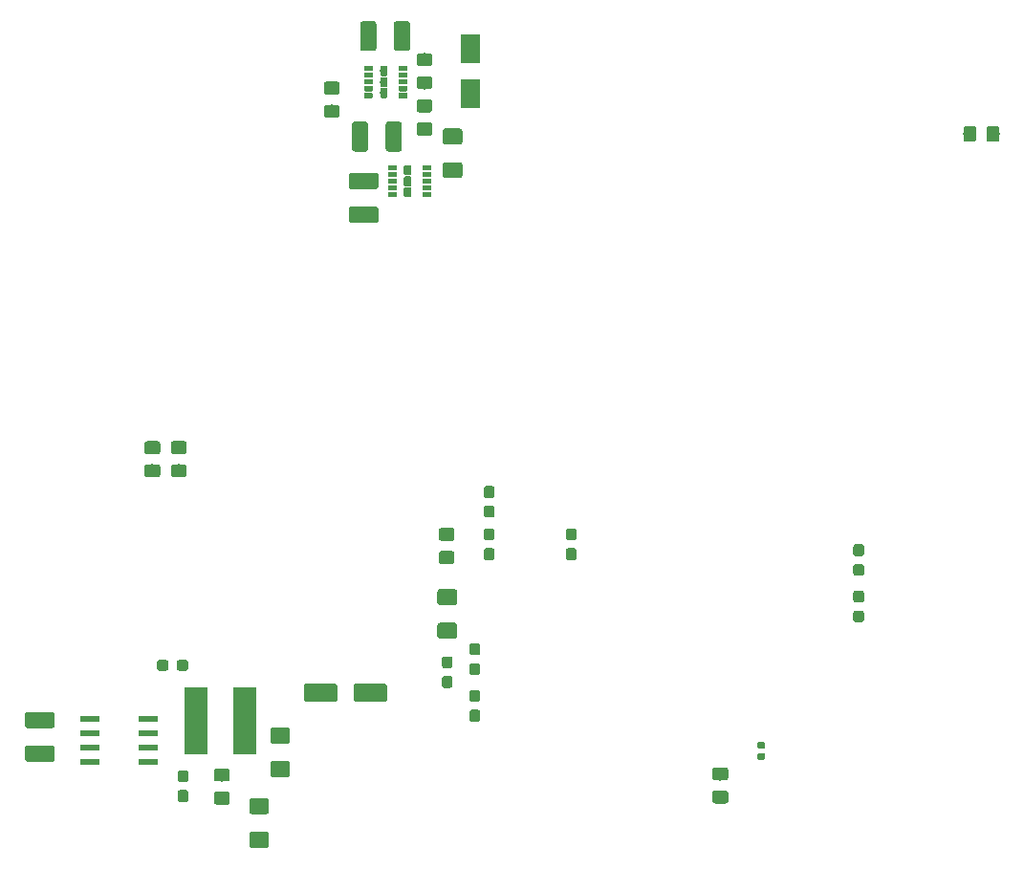
<source format=gbr>
G04 #@! TF.GenerationSoftware,KiCad,Pcbnew,(5.1.2)-1*
G04 #@! TF.CreationDate,2019-08-22T15:05:39-05:00*
G04 #@! TF.ProjectId,EMI_sensor_control_Rev1.0,454d495f-7365-46e7-936f-725f636f6e74,rev?*
G04 #@! TF.SameCoordinates,Original*
G04 #@! TF.FileFunction,Paste,Bot*
G04 #@! TF.FilePolarity,Positive*
%FSLAX46Y46*%
G04 Gerber Fmt 4.6, Leading zero omitted, Abs format (unit mm)*
G04 Created by KiCad (PCBNEW (5.1.2)-1) date 2019-08-22 15:05:39*
%MOMM*%
%LPD*%
G04 APERTURE LIST*
%ADD10C,0.100000*%
%ADD11C,1.425000*%
%ADD12C,1.150000*%
%ADD13C,0.950000*%
%ADD14C,1.600000*%
%ADD15C,0.590000*%
%ADD16R,1.700000X2.500000*%
%ADD17R,2.006600X5.994400*%
%ADD18C,0.450000*%
%ADD19C,0.650000*%
%ADD20R,1.778000X0.533400*%
G04 APERTURE END LIST*
D10*
G36*
X163710304Y-76707904D02*
G01*
X163734573Y-76711504D01*
X163758371Y-76717465D01*
X163781471Y-76725730D01*
X163803649Y-76736220D01*
X163824693Y-76748833D01*
X163844398Y-76763447D01*
X163862577Y-76779923D01*
X163879053Y-76798102D01*
X163893667Y-76817807D01*
X163906280Y-76838851D01*
X163916770Y-76861029D01*
X163925035Y-76884129D01*
X163930996Y-76907927D01*
X163934596Y-76932196D01*
X163935800Y-76956700D01*
X163935800Y-77881700D01*
X163934596Y-77906204D01*
X163930996Y-77930473D01*
X163925035Y-77954271D01*
X163916770Y-77977371D01*
X163906280Y-77999549D01*
X163893667Y-78020593D01*
X163879053Y-78040298D01*
X163862577Y-78058477D01*
X163844398Y-78074953D01*
X163824693Y-78089567D01*
X163803649Y-78102180D01*
X163781471Y-78112670D01*
X163758371Y-78120935D01*
X163734573Y-78126896D01*
X163710304Y-78130496D01*
X163685800Y-78131700D01*
X161535800Y-78131700D01*
X161511296Y-78130496D01*
X161487027Y-78126896D01*
X161463229Y-78120935D01*
X161440129Y-78112670D01*
X161417951Y-78102180D01*
X161396907Y-78089567D01*
X161377202Y-78074953D01*
X161359023Y-78058477D01*
X161342547Y-78040298D01*
X161327933Y-78020593D01*
X161315320Y-77999549D01*
X161304830Y-77977371D01*
X161296565Y-77954271D01*
X161290604Y-77930473D01*
X161287004Y-77906204D01*
X161285800Y-77881700D01*
X161285800Y-76956700D01*
X161287004Y-76932196D01*
X161290604Y-76907927D01*
X161296565Y-76884129D01*
X161304830Y-76861029D01*
X161315320Y-76838851D01*
X161327933Y-76817807D01*
X161342547Y-76798102D01*
X161359023Y-76779923D01*
X161377202Y-76763447D01*
X161396907Y-76748833D01*
X161417951Y-76736220D01*
X161440129Y-76725730D01*
X161463229Y-76717465D01*
X161487027Y-76711504D01*
X161511296Y-76707904D01*
X161535800Y-76706700D01*
X163685800Y-76706700D01*
X163710304Y-76707904D01*
X163710304Y-76707904D01*
G37*
D11*
X162610800Y-77419200D03*
D10*
G36*
X163710304Y-79682904D02*
G01*
X163734573Y-79686504D01*
X163758371Y-79692465D01*
X163781471Y-79700730D01*
X163803649Y-79711220D01*
X163824693Y-79723833D01*
X163844398Y-79738447D01*
X163862577Y-79754923D01*
X163879053Y-79773102D01*
X163893667Y-79792807D01*
X163906280Y-79813851D01*
X163916770Y-79836029D01*
X163925035Y-79859129D01*
X163930996Y-79882927D01*
X163934596Y-79907196D01*
X163935800Y-79931700D01*
X163935800Y-80856700D01*
X163934596Y-80881204D01*
X163930996Y-80905473D01*
X163925035Y-80929271D01*
X163916770Y-80952371D01*
X163906280Y-80974549D01*
X163893667Y-80995593D01*
X163879053Y-81015298D01*
X163862577Y-81033477D01*
X163844398Y-81049953D01*
X163824693Y-81064567D01*
X163803649Y-81077180D01*
X163781471Y-81087670D01*
X163758371Y-81095935D01*
X163734573Y-81101896D01*
X163710304Y-81105496D01*
X163685800Y-81106700D01*
X161535800Y-81106700D01*
X161511296Y-81105496D01*
X161487027Y-81101896D01*
X161463229Y-81095935D01*
X161440129Y-81087670D01*
X161417951Y-81077180D01*
X161396907Y-81064567D01*
X161377202Y-81049953D01*
X161359023Y-81033477D01*
X161342547Y-81015298D01*
X161327933Y-80995593D01*
X161315320Y-80974549D01*
X161304830Y-80952371D01*
X161296565Y-80929271D01*
X161290604Y-80905473D01*
X161287004Y-80881204D01*
X161285800Y-80856700D01*
X161285800Y-79931700D01*
X161287004Y-79907196D01*
X161290604Y-79882927D01*
X161296565Y-79859129D01*
X161304830Y-79836029D01*
X161315320Y-79813851D01*
X161327933Y-79792807D01*
X161342547Y-79773102D01*
X161359023Y-79754923D01*
X161377202Y-79738447D01*
X161396907Y-79723833D01*
X161417951Y-79711220D01*
X161440129Y-79700730D01*
X161463229Y-79692465D01*
X161487027Y-79686504D01*
X161511296Y-79682904D01*
X161535800Y-79681700D01*
X163685800Y-79681700D01*
X163710304Y-79682904D01*
X163710304Y-79682904D01*
G37*
D11*
X162610800Y-80394200D03*
D10*
G36*
X166488704Y-63268404D02*
G01*
X166512973Y-63272004D01*
X166536771Y-63277965D01*
X166559871Y-63286230D01*
X166582049Y-63296720D01*
X166603093Y-63309333D01*
X166622798Y-63323947D01*
X166640977Y-63340423D01*
X166657453Y-63358602D01*
X166672067Y-63378307D01*
X166684680Y-63399351D01*
X166695170Y-63421529D01*
X166703435Y-63444629D01*
X166709396Y-63468427D01*
X166712996Y-63492696D01*
X166714200Y-63517200D01*
X166714200Y-65667200D01*
X166712996Y-65691704D01*
X166709396Y-65715973D01*
X166703435Y-65739771D01*
X166695170Y-65762871D01*
X166684680Y-65785049D01*
X166672067Y-65806093D01*
X166657453Y-65825798D01*
X166640977Y-65843977D01*
X166622798Y-65860453D01*
X166603093Y-65875067D01*
X166582049Y-65887680D01*
X166559871Y-65898170D01*
X166536771Y-65906435D01*
X166512973Y-65912396D01*
X166488704Y-65915996D01*
X166464200Y-65917200D01*
X165539200Y-65917200D01*
X165514696Y-65915996D01*
X165490427Y-65912396D01*
X165466629Y-65906435D01*
X165443529Y-65898170D01*
X165421351Y-65887680D01*
X165400307Y-65875067D01*
X165380602Y-65860453D01*
X165362423Y-65843977D01*
X165345947Y-65825798D01*
X165331333Y-65806093D01*
X165318720Y-65785049D01*
X165308230Y-65762871D01*
X165299965Y-65739771D01*
X165294004Y-65715973D01*
X165290404Y-65691704D01*
X165289200Y-65667200D01*
X165289200Y-63517200D01*
X165290404Y-63492696D01*
X165294004Y-63468427D01*
X165299965Y-63444629D01*
X165308230Y-63421529D01*
X165318720Y-63399351D01*
X165331333Y-63378307D01*
X165345947Y-63358602D01*
X165362423Y-63340423D01*
X165380602Y-63323947D01*
X165400307Y-63309333D01*
X165421351Y-63296720D01*
X165443529Y-63286230D01*
X165466629Y-63277965D01*
X165490427Y-63272004D01*
X165514696Y-63268404D01*
X165539200Y-63267200D01*
X166464200Y-63267200D01*
X166488704Y-63268404D01*
X166488704Y-63268404D01*
G37*
D11*
X166001700Y-64592200D03*
D10*
G36*
X163513704Y-63268404D02*
G01*
X163537973Y-63272004D01*
X163561771Y-63277965D01*
X163584871Y-63286230D01*
X163607049Y-63296720D01*
X163628093Y-63309333D01*
X163647798Y-63323947D01*
X163665977Y-63340423D01*
X163682453Y-63358602D01*
X163697067Y-63378307D01*
X163709680Y-63399351D01*
X163720170Y-63421529D01*
X163728435Y-63444629D01*
X163734396Y-63468427D01*
X163737996Y-63492696D01*
X163739200Y-63517200D01*
X163739200Y-65667200D01*
X163737996Y-65691704D01*
X163734396Y-65715973D01*
X163728435Y-65739771D01*
X163720170Y-65762871D01*
X163709680Y-65785049D01*
X163697067Y-65806093D01*
X163682453Y-65825798D01*
X163665977Y-65843977D01*
X163647798Y-65860453D01*
X163628093Y-65875067D01*
X163607049Y-65887680D01*
X163584871Y-65898170D01*
X163561771Y-65906435D01*
X163537973Y-65912396D01*
X163513704Y-65915996D01*
X163489200Y-65917200D01*
X162564200Y-65917200D01*
X162539696Y-65915996D01*
X162515427Y-65912396D01*
X162491629Y-65906435D01*
X162468529Y-65898170D01*
X162446351Y-65887680D01*
X162425307Y-65875067D01*
X162405602Y-65860453D01*
X162387423Y-65843977D01*
X162370947Y-65825798D01*
X162356333Y-65806093D01*
X162343720Y-65785049D01*
X162333230Y-65762871D01*
X162324965Y-65739771D01*
X162319004Y-65715973D01*
X162315404Y-65691704D01*
X162314200Y-65667200D01*
X162314200Y-63517200D01*
X162315404Y-63492696D01*
X162319004Y-63468427D01*
X162324965Y-63444629D01*
X162333230Y-63421529D01*
X162343720Y-63399351D01*
X162356333Y-63378307D01*
X162370947Y-63358602D01*
X162387423Y-63340423D01*
X162405602Y-63323947D01*
X162425307Y-63309333D01*
X162446351Y-63296720D01*
X162468529Y-63286230D01*
X162491629Y-63277965D01*
X162515427Y-63272004D01*
X162539696Y-63268404D01*
X162564200Y-63267200D01*
X163489200Y-63267200D01*
X163513704Y-63268404D01*
X163513704Y-63268404D01*
G37*
D11*
X163026700Y-64592200D03*
D10*
G36*
X160265905Y-70669504D02*
G01*
X160290173Y-70673104D01*
X160313972Y-70679065D01*
X160337071Y-70687330D01*
X160359250Y-70697820D01*
X160380293Y-70710432D01*
X160399999Y-70725047D01*
X160418177Y-70741523D01*
X160434653Y-70759701D01*
X160449268Y-70779407D01*
X160461880Y-70800450D01*
X160472370Y-70822629D01*
X160480635Y-70845728D01*
X160486596Y-70869527D01*
X160490196Y-70893795D01*
X160491400Y-70918299D01*
X160491400Y-71568301D01*
X160490196Y-71592805D01*
X160486596Y-71617073D01*
X160480635Y-71640872D01*
X160472370Y-71663971D01*
X160461880Y-71686150D01*
X160449268Y-71707193D01*
X160434653Y-71726899D01*
X160418177Y-71745077D01*
X160399999Y-71761553D01*
X160380293Y-71776168D01*
X160359250Y-71788780D01*
X160337071Y-71799270D01*
X160313972Y-71807535D01*
X160290173Y-71813496D01*
X160265905Y-71817096D01*
X160241401Y-71818300D01*
X159341399Y-71818300D01*
X159316895Y-71817096D01*
X159292627Y-71813496D01*
X159268828Y-71807535D01*
X159245729Y-71799270D01*
X159223550Y-71788780D01*
X159202507Y-71776168D01*
X159182801Y-71761553D01*
X159164623Y-71745077D01*
X159148147Y-71726899D01*
X159133532Y-71707193D01*
X159120920Y-71686150D01*
X159110430Y-71663971D01*
X159102165Y-71640872D01*
X159096204Y-71617073D01*
X159092604Y-71592805D01*
X159091400Y-71568301D01*
X159091400Y-70918299D01*
X159092604Y-70893795D01*
X159096204Y-70869527D01*
X159102165Y-70845728D01*
X159110430Y-70822629D01*
X159120920Y-70800450D01*
X159133532Y-70779407D01*
X159148147Y-70759701D01*
X159164623Y-70741523D01*
X159182801Y-70725047D01*
X159202507Y-70710432D01*
X159223550Y-70697820D01*
X159245729Y-70687330D01*
X159268828Y-70679065D01*
X159292627Y-70673104D01*
X159316895Y-70669504D01*
X159341399Y-70668300D01*
X160241401Y-70668300D01*
X160265905Y-70669504D01*
X160265905Y-70669504D01*
G37*
D12*
X159791400Y-71243300D03*
D10*
G36*
X160265905Y-68619504D02*
G01*
X160290173Y-68623104D01*
X160313972Y-68629065D01*
X160337071Y-68637330D01*
X160359250Y-68647820D01*
X160380293Y-68660432D01*
X160399999Y-68675047D01*
X160418177Y-68691523D01*
X160434653Y-68709701D01*
X160449268Y-68729407D01*
X160461880Y-68750450D01*
X160472370Y-68772629D01*
X160480635Y-68795728D01*
X160486596Y-68819527D01*
X160490196Y-68843795D01*
X160491400Y-68868299D01*
X160491400Y-69518301D01*
X160490196Y-69542805D01*
X160486596Y-69567073D01*
X160480635Y-69590872D01*
X160472370Y-69613971D01*
X160461880Y-69636150D01*
X160449268Y-69657193D01*
X160434653Y-69676899D01*
X160418177Y-69695077D01*
X160399999Y-69711553D01*
X160380293Y-69726168D01*
X160359250Y-69738780D01*
X160337071Y-69749270D01*
X160313972Y-69757535D01*
X160290173Y-69763496D01*
X160265905Y-69767096D01*
X160241401Y-69768300D01*
X159341399Y-69768300D01*
X159316895Y-69767096D01*
X159292627Y-69763496D01*
X159268828Y-69757535D01*
X159245729Y-69749270D01*
X159223550Y-69738780D01*
X159202507Y-69726168D01*
X159182801Y-69711553D01*
X159164623Y-69695077D01*
X159148147Y-69676899D01*
X159133532Y-69657193D01*
X159120920Y-69636150D01*
X159110430Y-69613971D01*
X159102165Y-69590872D01*
X159096204Y-69567073D01*
X159092604Y-69542805D01*
X159091400Y-69518301D01*
X159091400Y-68868299D01*
X159092604Y-68843795D01*
X159096204Y-68819527D01*
X159102165Y-68795728D01*
X159110430Y-68772629D01*
X159120920Y-68750450D01*
X159133532Y-68729407D01*
X159148147Y-68709701D01*
X159164623Y-68691523D01*
X159182801Y-68675047D01*
X159202507Y-68660432D01*
X159223550Y-68647820D01*
X159245729Y-68637330D01*
X159268828Y-68629065D01*
X159292627Y-68623104D01*
X159316895Y-68619504D01*
X159341399Y-68618300D01*
X160241401Y-68618300D01*
X160265905Y-68619504D01*
X160265905Y-68619504D01*
G37*
D12*
X159791400Y-69193300D03*
D10*
G36*
X171134304Y-72767704D02*
G01*
X171158573Y-72771304D01*
X171182371Y-72777265D01*
X171205471Y-72785530D01*
X171227649Y-72796020D01*
X171248693Y-72808633D01*
X171268398Y-72823247D01*
X171286577Y-72839723D01*
X171303053Y-72857902D01*
X171317667Y-72877607D01*
X171330280Y-72898651D01*
X171340770Y-72920829D01*
X171349035Y-72943929D01*
X171354996Y-72967727D01*
X171358596Y-72991996D01*
X171359800Y-73016500D01*
X171359800Y-73941500D01*
X171358596Y-73966004D01*
X171354996Y-73990273D01*
X171349035Y-74014071D01*
X171340770Y-74037171D01*
X171330280Y-74059349D01*
X171317667Y-74080393D01*
X171303053Y-74100098D01*
X171286577Y-74118277D01*
X171268398Y-74134753D01*
X171248693Y-74149367D01*
X171227649Y-74161980D01*
X171205471Y-74172470D01*
X171182371Y-74180735D01*
X171158573Y-74186696D01*
X171134304Y-74190296D01*
X171109800Y-74191500D01*
X169859800Y-74191500D01*
X169835296Y-74190296D01*
X169811027Y-74186696D01*
X169787229Y-74180735D01*
X169764129Y-74172470D01*
X169741951Y-74161980D01*
X169720907Y-74149367D01*
X169701202Y-74134753D01*
X169683023Y-74118277D01*
X169666547Y-74100098D01*
X169651933Y-74080393D01*
X169639320Y-74059349D01*
X169628830Y-74037171D01*
X169620565Y-74014071D01*
X169614604Y-73990273D01*
X169611004Y-73966004D01*
X169609800Y-73941500D01*
X169609800Y-73016500D01*
X169611004Y-72991996D01*
X169614604Y-72967727D01*
X169620565Y-72943929D01*
X169628830Y-72920829D01*
X169639320Y-72898651D01*
X169651933Y-72877607D01*
X169666547Y-72857902D01*
X169683023Y-72839723D01*
X169701202Y-72823247D01*
X169720907Y-72808633D01*
X169741951Y-72796020D01*
X169764129Y-72785530D01*
X169787229Y-72777265D01*
X169811027Y-72771304D01*
X169835296Y-72767704D01*
X169859800Y-72766500D01*
X171109800Y-72766500D01*
X171134304Y-72767704D01*
X171134304Y-72767704D01*
G37*
D11*
X170484800Y-73479000D03*
D10*
G36*
X171134304Y-75742704D02*
G01*
X171158573Y-75746304D01*
X171182371Y-75752265D01*
X171205471Y-75760530D01*
X171227649Y-75771020D01*
X171248693Y-75783633D01*
X171268398Y-75798247D01*
X171286577Y-75814723D01*
X171303053Y-75832902D01*
X171317667Y-75852607D01*
X171330280Y-75873651D01*
X171340770Y-75895829D01*
X171349035Y-75918929D01*
X171354996Y-75942727D01*
X171358596Y-75966996D01*
X171359800Y-75991500D01*
X171359800Y-76916500D01*
X171358596Y-76941004D01*
X171354996Y-76965273D01*
X171349035Y-76989071D01*
X171340770Y-77012171D01*
X171330280Y-77034349D01*
X171317667Y-77055393D01*
X171303053Y-77075098D01*
X171286577Y-77093277D01*
X171268398Y-77109753D01*
X171248693Y-77124367D01*
X171227649Y-77136980D01*
X171205471Y-77147470D01*
X171182371Y-77155735D01*
X171158573Y-77161696D01*
X171134304Y-77165296D01*
X171109800Y-77166500D01*
X169859800Y-77166500D01*
X169835296Y-77165296D01*
X169811027Y-77161696D01*
X169787229Y-77155735D01*
X169764129Y-77147470D01*
X169741951Y-77136980D01*
X169720907Y-77124367D01*
X169701202Y-77109753D01*
X169683023Y-77093277D01*
X169666547Y-77075098D01*
X169651933Y-77055393D01*
X169639320Y-77034349D01*
X169628830Y-77012171D01*
X169620565Y-76989071D01*
X169614604Y-76965273D01*
X169611004Y-76941004D01*
X169609800Y-76916500D01*
X169609800Y-75991500D01*
X169611004Y-75966996D01*
X169614604Y-75942727D01*
X169620565Y-75918929D01*
X169628830Y-75895829D01*
X169639320Y-75873651D01*
X169651933Y-75852607D01*
X169666547Y-75832902D01*
X169683023Y-75814723D01*
X169701202Y-75798247D01*
X169720907Y-75783633D01*
X169741951Y-75771020D01*
X169764129Y-75760530D01*
X169787229Y-75752265D01*
X169811027Y-75746304D01*
X169835296Y-75742704D01*
X169859800Y-75741500D01*
X171109800Y-75741500D01*
X171134304Y-75742704D01*
X171134304Y-75742704D01*
G37*
D11*
X170484800Y-76454000D03*
D10*
G36*
X165779104Y-72163484D02*
G01*
X165803373Y-72167084D01*
X165827171Y-72173045D01*
X165850271Y-72181310D01*
X165872449Y-72191800D01*
X165893493Y-72204413D01*
X165913198Y-72219027D01*
X165931377Y-72235503D01*
X165947853Y-72253682D01*
X165962467Y-72273387D01*
X165975080Y-72294431D01*
X165985570Y-72316609D01*
X165993835Y-72339709D01*
X165999796Y-72363507D01*
X166003396Y-72387776D01*
X166004600Y-72412280D01*
X166004600Y-74562280D01*
X166003396Y-74586784D01*
X165999796Y-74611053D01*
X165993835Y-74634851D01*
X165985570Y-74657951D01*
X165975080Y-74680129D01*
X165962467Y-74701173D01*
X165947853Y-74720878D01*
X165931377Y-74739057D01*
X165913198Y-74755533D01*
X165893493Y-74770147D01*
X165872449Y-74782760D01*
X165850271Y-74793250D01*
X165827171Y-74801515D01*
X165803373Y-74807476D01*
X165779104Y-74811076D01*
X165754600Y-74812280D01*
X164829600Y-74812280D01*
X164805096Y-74811076D01*
X164780827Y-74807476D01*
X164757029Y-74801515D01*
X164733929Y-74793250D01*
X164711751Y-74782760D01*
X164690707Y-74770147D01*
X164671002Y-74755533D01*
X164652823Y-74739057D01*
X164636347Y-74720878D01*
X164621733Y-74701173D01*
X164609120Y-74680129D01*
X164598630Y-74657951D01*
X164590365Y-74634851D01*
X164584404Y-74611053D01*
X164580804Y-74586784D01*
X164579600Y-74562280D01*
X164579600Y-72412280D01*
X164580804Y-72387776D01*
X164584404Y-72363507D01*
X164590365Y-72339709D01*
X164598630Y-72316609D01*
X164609120Y-72294431D01*
X164621733Y-72273387D01*
X164636347Y-72253682D01*
X164652823Y-72235503D01*
X164671002Y-72219027D01*
X164690707Y-72204413D01*
X164711751Y-72191800D01*
X164733929Y-72181310D01*
X164757029Y-72173045D01*
X164780827Y-72167084D01*
X164805096Y-72163484D01*
X164829600Y-72162280D01*
X165754600Y-72162280D01*
X165779104Y-72163484D01*
X165779104Y-72163484D01*
G37*
D11*
X165292100Y-73487280D03*
D10*
G36*
X162804104Y-72163484D02*
G01*
X162828373Y-72167084D01*
X162852171Y-72173045D01*
X162875271Y-72181310D01*
X162897449Y-72191800D01*
X162918493Y-72204413D01*
X162938198Y-72219027D01*
X162956377Y-72235503D01*
X162972853Y-72253682D01*
X162987467Y-72273387D01*
X163000080Y-72294431D01*
X163010570Y-72316609D01*
X163018835Y-72339709D01*
X163024796Y-72363507D01*
X163028396Y-72387776D01*
X163029600Y-72412280D01*
X163029600Y-74562280D01*
X163028396Y-74586784D01*
X163024796Y-74611053D01*
X163018835Y-74634851D01*
X163010570Y-74657951D01*
X163000080Y-74680129D01*
X162987467Y-74701173D01*
X162972853Y-74720878D01*
X162956377Y-74739057D01*
X162938198Y-74755533D01*
X162918493Y-74770147D01*
X162897449Y-74782760D01*
X162875271Y-74793250D01*
X162852171Y-74801515D01*
X162828373Y-74807476D01*
X162804104Y-74811076D01*
X162779600Y-74812280D01*
X161854600Y-74812280D01*
X161830096Y-74811076D01*
X161805827Y-74807476D01*
X161782029Y-74801515D01*
X161758929Y-74793250D01*
X161736751Y-74782760D01*
X161715707Y-74770147D01*
X161696002Y-74755533D01*
X161677823Y-74739057D01*
X161661347Y-74720878D01*
X161646733Y-74701173D01*
X161634120Y-74680129D01*
X161623630Y-74657951D01*
X161615365Y-74634851D01*
X161609404Y-74611053D01*
X161605804Y-74586784D01*
X161604600Y-74562280D01*
X161604600Y-72412280D01*
X161605804Y-72387776D01*
X161609404Y-72363507D01*
X161615365Y-72339709D01*
X161623630Y-72316609D01*
X161634120Y-72294431D01*
X161646733Y-72273387D01*
X161661347Y-72253682D01*
X161677823Y-72235503D01*
X161696002Y-72219027D01*
X161715707Y-72204413D01*
X161736751Y-72191800D01*
X161758929Y-72181310D01*
X161782029Y-72173045D01*
X161805827Y-72167084D01*
X161830096Y-72163484D01*
X161854600Y-72162280D01*
X162779600Y-72162280D01*
X162804104Y-72163484D01*
X162804104Y-72163484D01*
G37*
D11*
X162317100Y-73487280D03*
D10*
G36*
X135054024Y-127420604D02*
G01*
X135078293Y-127424204D01*
X135102091Y-127430165D01*
X135125191Y-127438430D01*
X135147369Y-127448920D01*
X135168413Y-127461533D01*
X135188118Y-127476147D01*
X135206297Y-127492623D01*
X135222773Y-127510802D01*
X135237387Y-127530507D01*
X135250000Y-127551551D01*
X135260490Y-127573729D01*
X135268755Y-127596829D01*
X135274716Y-127620627D01*
X135278316Y-127644896D01*
X135279520Y-127669400D01*
X135279520Y-128594400D01*
X135278316Y-128618904D01*
X135274716Y-128643173D01*
X135268755Y-128666971D01*
X135260490Y-128690071D01*
X135250000Y-128712249D01*
X135237387Y-128733293D01*
X135222773Y-128752998D01*
X135206297Y-128771177D01*
X135188118Y-128787653D01*
X135168413Y-128802267D01*
X135147369Y-128814880D01*
X135125191Y-128825370D01*
X135102091Y-128833635D01*
X135078293Y-128839596D01*
X135054024Y-128843196D01*
X135029520Y-128844400D01*
X132879520Y-128844400D01*
X132855016Y-128843196D01*
X132830747Y-128839596D01*
X132806949Y-128833635D01*
X132783849Y-128825370D01*
X132761671Y-128814880D01*
X132740627Y-128802267D01*
X132720922Y-128787653D01*
X132702743Y-128771177D01*
X132686267Y-128752998D01*
X132671653Y-128733293D01*
X132659040Y-128712249D01*
X132648550Y-128690071D01*
X132640285Y-128666971D01*
X132634324Y-128643173D01*
X132630724Y-128618904D01*
X132629520Y-128594400D01*
X132629520Y-127669400D01*
X132630724Y-127644896D01*
X132634324Y-127620627D01*
X132640285Y-127596829D01*
X132648550Y-127573729D01*
X132659040Y-127551551D01*
X132671653Y-127530507D01*
X132686267Y-127510802D01*
X132702743Y-127492623D01*
X132720922Y-127476147D01*
X132740627Y-127461533D01*
X132761671Y-127448920D01*
X132783849Y-127438430D01*
X132806949Y-127430165D01*
X132830747Y-127424204D01*
X132855016Y-127420604D01*
X132879520Y-127419400D01*
X135029520Y-127419400D01*
X135054024Y-127420604D01*
X135054024Y-127420604D01*
G37*
D11*
X133954520Y-128131900D03*
D10*
G36*
X135054024Y-124445604D02*
G01*
X135078293Y-124449204D01*
X135102091Y-124455165D01*
X135125191Y-124463430D01*
X135147369Y-124473920D01*
X135168413Y-124486533D01*
X135188118Y-124501147D01*
X135206297Y-124517623D01*
X135222773Y-124535802D01*
X135237387Y-124555507D01*
X135250000Y-124576551D01*
X135260490Y-124598729D01*
X135268755Y-124621829D01*
X135274716Y-124645627D01*
X135278316Y-124669896D01*
X135279520Y-124694400D01*
X135279520Y-125619400D01*
X135278316Y-125643904D01*
X135274716Y-125668173D01*
X135268755Y-125691971D01*
X135260490Y-125715071D01*
X135250000Y-125737249D01*
X135237387Y-125758293D01*
X135222773Y-125777998D01*
X135206297Y-125796177D01*
X135188118Y-125812653D01*
X135168413Y-125827267D01*
X135147369Y-125839880D01*
X135125191Y-125850370D01*
X135102091Y-125858635D01*
X135078293Y-125864596D01*
X135054024Y-125868196D01*
X135029520Y-125869400D01*
X132879520Y-125869400D01*
X132855016Y-125868196D01*
X132830747Y-125864596D01*
X132806949Y-125858635D01*
X132783849Y-125850370D01*
X132761671Y-125839880D01*
X132740627Y-125827267D01*
X132720922Y-125812653D01*
X132702743Y-125796177D01*
X132686267Y-125777998D01*
X132671653Y-125758293D01*
X132659040Y-125737249D01*
X132648550Y-125715071D01*
X132640285Y-125691971D01*
X132634324Y-125668173D01*
X132630724Y-125643904D01*
X132629520Y-125619400D01*
X132629520Y-124694400D01*
X132630724Y-124669896D01*
X132634324Y-124645627D01*
X132640285Y-124621829D01*
X132648550Y-124598729D01*
X132659040Y-124576551D01*
X132671653Y-124555507D01*
X132686267Y-124535802D01*
X132702743Y-124517623D01*
X132720922Y-124501147D01*
X132740627Y-124486533D01*
X132761671Y-124473920D01*
X132783849Y-124463430D01*
X132806949Y-124455165D01*
X132830747Y-124449204D01*
X132855016Y-124445604D01*
X132879520Y-124444400D01*
X135029520Y-124444400D01*
X135054024Y-124445604D01*
X135054024Y-124445604D01*
G37*
D11*
X133954520Y-125156900D03*
D10*
G36*
X146879739Y-129613044D02*
G01*
X146902794Y-129616463D01*
X146925403Y-129622127D01*
X146947347Y-129629979D01*
X146968417Y-129639944D01*
X146988408Y-129651926D01*
X147007128Y-129665810D01*
X147024398Y-129681462D01*
X147040050Y-129698732D01*
X147053934Y-129717452D01*
X147065916Y-129737443D01*
X147075881Y-129758513D01*
X147083733Y-129780457D01*
X147089397Y-129803066D01*
X147092816Y-129826121D01*
X147093960Y-129849400D01*
X147093960Y-130424400D01*
X147092816Y-130447679D01*
X147089397Y-130470734D01*
X147083733Y-130493343D01*
X147075881Y-130515287D01*
X147065916Y-130536357D01*
X147053934Y-130556348D01*
X147040050Y-130575068D01*
X147024398Y-130592338D01*
X147007128Y-130607990D01*
X146988408Y-130621874D01*
X146968417Y-130633856D01*
X146947347Y-130643821D01*
X146925403Y-130651673D01*
X146902794Y-130657337D01*
X146879739Y-130660756D01*
X146856460Y-130661900D01*
X146381460Y-130661900D01*
X146358181Y-130660756D01*
X146335126Y-130657337D01*
X146312517Y-130651673D01*
X146290573Y-130643821D01*
X146269503Y-130633856D01*
X146249512Y-130621874D01*
X146230792Y-130607990D01*
X146213522Y-130592338D01*
X146197870Y-130575068D01*
X146183986Y-130556348D01*
X146172004Y-130536357D01*
X146162039Y-130515287D01*
X146154187Y-130493343D01*
X146148523Y-130470734D01*
X146145104Y-130447679D01*
X146143960Y-130424400D01*
X146143960Y-129849400D01*
X146145104Y-129826121D01*
X146148523Y-129803066D01*
X146154187Y-129780457D01*
X146162039Y-129758513D01*
X146172004Y-129737443D01*
X146183986Y-129717452D01*
X146197870Y-129698732D01*
X146213522Y-129681462D01*
X146230792Y-129665810D01*
X146249512Y-129651926D01*
X146269503Y-129639944D01*
X146290573Y-129629979D01*
X146312517Y-129622127D01*
X146335126Y-129616463D01*
X146358181Y-129613044D01*
X146381460Y-129611900D01*
X146856460Y-129611900D01*
X146879739Y-129613044D01*
X146879739Y-129613044D01*
G37*
D13*
X146618960Y-130136900D03*
D10*
G36*
X146879739Y-131363044D02*
G01*
X146902794Y-131366463D01*
X146925403Y-131372127D01*
X146947347Y-131379979D01*
X146968417Y-131389944D01*
X146988408Y-131401926D01*
X147007128Y-131415810D01*
X147024398Y-131431462D01*
X147040050Y-131448732D01*
X147053934Y-131467452D01*
X147065916Y-131487443D01*
X147075881Y-131508513D01*
X147083733Y-131530457D01*
X147089397Y-131553066D01*
X147092816Y-131576121D01*
X147093960Y-131599400D01*
X147093960Y-132174400D01*
X147092816Y-132197679D01*
X147089397Y-132220734D01*
X147083733Y-132243343D01*
X147075881Y-132265287D01*
X147065916Y-132286357D01*
X147053934Y-132306348D01*
X147040050Y-132325068D01*
X147024398Y-132342338D01*
X147007128Y-132357990D01*
X146988408Y-132371874D01*
X146968417Y-132383856D01*
X146947347Y-132393821D01*
X146925403Y-132401673D01*
X146902794Y-132407337D01*
X146879739Y-132410756D01*
X146856460Y-132411900D01*
X146381460Y-132411900D01*
X146358181Y-132410756D01*
X146335126Y-132407337D01*
X146312517Y-132401673D01*
X146290573Y-132393821D01*
X146269503Y-132383856D01*
X146249512Y-132371874D01*
X146230792Y-132357990D01*
X146213522Y-132342338D01*
X146197870Y-132325068D01*
X146183986Y-132306348D01*
X146172004Y-132286357D01*
X146162039Y-132265287D01*
X146154187Y-132243343D01*
X146148523Y-132220734D01*
X146145104Y-132197679D01*
X146143960Y-132174400D01*
X146143960Y-131599400D01*
X146145104Y-131576121D01*
X146148523Y-131553066D01*
X146154187Y-131530457D01*
X146162039Y-131508513D01*
X146172004Y-131487443D01*
X146183986Y-131467452D01*
X146197870Y-131448732D01*
X146213522Y-131431462D01*
X146230792Y-131415810D01*
X146249512Y-131401926D01*
X146269503Y-131389944D01*
X146290573Y-131379979D01*
X146312517Y-131372127D01*
X146335126Y-131366463D01*
X146358181Y-131363044D01*
X146381460Y-131361900D01*
X146856460Y-131361900D01*
X146879739Y-131363044D01*
X146879739Y-131363044D01*
G37*
D13*
X146618960Y-131886900D03*
D10*
G36*
X145140339Y-119835784D02*
G01*
X145163394Y-119839203D01*
X145186003Y-119844867D01*
X145207947Y-119852719D01*
X145229017Y-119862684D01*
X145249008Y-119874666D01*
X145267728Y-119888550D01*
X145284998Y-119904202D01*
X145300650Y-119921472D01*
X145314534Y-119940192D01*
X145326516Y-119960183D01*
X145336481Y-119981253D01*
X145344333Y-120003197D01*
X145349997Y-120025806D01*
X145353416Y-120048861D01*
X145354560Y-120072140D01*
X145354560Y-120547140D01*
X145353416Y-120570419D01*
X145349997Y-120593474D01*
X145344333Y-120616083D01*
X145336481Y-120638027D01*
X145326516Y-120659097D01*
X145314534Y-120679088D01*
X145300650Y-120697808D01*
X145284998Y-120715078D01*
X145267728Y-120730730D01*
X145249008Y-120744614D01*
X145229017Y-120756596D01*
X145207947Y-120766561D01*
X145186003Y-120774413D01*
X145163394Y-120780077D01*
X145140339Y-120783496D01*
X145117060Y-120784640D01*
X144542060Y-120784640D01*
X144518781Y-120783496D01*
X144495726Y-120780077D01*
X144473117Y-120774413D01*
X144451173Y-120766561D01*
X144430103Y-120756596D01*
X144410112Y-120744614D01*
X144391392Y-120730730D01*
X144374122Y-120715078D01*
X144358470Y-120697808D01*
X144344586Y-120679088D01*
X144332604Y-120659097D01*
X144322639Y-120638027D01*
X144314787Y-120616083D01*
X144309123Y-120593474D01*
X144305704Y-120570419D01*
X144304560Y-120547140D01*
X144304560Y-120072140D01*
X144305704Y-120048861D01*
X144309123Y-120025806D01*
X144314787Y-120003197D01*
X144322639Y-119981253D01*
X144332604Y-119960183D01*
X144344586Y-119940192D01*
X144358470Y-119921472D01*
X144374122Y-119904202D01*
X144391392Y-119888550D01*
X144410112Y-119874666D01*
X144430103Y-119862684D01*
X144451173Y-119852719D01*
X144473117Y-119844867D01*
X144495726Y-119839203D01*
X144518781Y-119835784D01*
X144542060Y-119834640D01*
X145117060Y-119834640D01*
X145140339Y-119835784D01*
X145140339Y-119835784D01*
G37*
D13*
X144829560Y-120309640D03*
D10*
G36*
X146890339Y-119835784D02*
G01*
X146913394Y-119839203D01*
X146936003Y-119844867D01*
X146957947Y-119852719D01*
X146979017Y-119862684D01*
X146999008Y-119874666D01*
X147017728Y-119888550D01*
X147034998Y-119904202D01*
X147050650Y-119921472D01*
X147064534Y-119940192D01*
X147076516Y-119960183D01*
X147086481Y-119981253D01*
X147094333Y-120003197D01*
X147099997Y-120025806D01*
X147103416Y-120048861D01*
X147104560Y-120072140D01*
X147104560Y-120547140D01*
X147103416Y-120570419D01*
X147099997Y-120593474D01*
X147094333Y-120616083D01*
X147086481Y-120638027D01*
X147076516Y-120659097D01*
X147064534Y-120679088D01*
X147050650Y-120697808D01*
X147034998Y-120715078D01*
X147017728Y-120730730D01*
X146999008Y-120744614D01*
X146979017Y-120756596D01*
X146957947Y-120766561D01*
X146936003Y-120774413D01*
X146913394Y-120780077D01*
X146890339Y-120783496D01*
X146867060Y-120784640D01*
X146292060Y-120784640D01*
X146268781Y-120783496D01*
X146245726Y-120780077D01*
X146223117Y-120774413D01*
X146201173Y-120766561D01*
X146180103Y-120756596D01*
X146160112Y-120744614D01*
X146141392Y-120730730D01*
X146124122Y-120715078D01*
X146108470Y-120697808D01*
X146094586Y-120679088D01*
X146082604Y-120659097D01*
X146072639Y-120638027D01*
X146064787Y-120616083D01*
X146059123Y-120593474D01*
X146055704Y-120570419D01*
X146054560Y-120547140D01*
X146054560Y-120072140D01*
X146055704Y-120048861D01*
X146059123Y-120025806D01*
X146064787Y-120003197D01*
X146072639Y-119981253D01*
X146082604Y-119960183D01*
X146094586Y-119940192D01*
X146108470Y-119921472D01*
X146124122Y-119904202D01*
X146141392Y-119888550D01*
X146160112Y-119874666D01*
X146180103Y-119862684D01*
X146201173Y-119852719D01*
X146223117Y-119844867D01*
X146245726Y-119839203D01*
X146268781Y-119835784D01*
X146292060Y-119834640D01*
X146867060Y-119834640D01*
X146890339Y-119835784D01*
X146890339Y-119835784D01*
G37*
D13*
X146579560Y-120309640D03*
D10*
G36*
X160080384Y-121939084D02*
G01*
X160104653Y-121942684D01*
X160128451Y-121948645D01*
X160151551Y-121956910D01*
X160173729Y-121967400D01*
X160194773Y-121980013D01*
X160214478Y-121994627D01*
X160232657Y-122011103D01*
X160249133Y-122029282D01*
X160263747Y-122048987D01*
X160276360Y-122070031D01*
X160286850Y-122092209D01*
X160295115Y-122115309D01*
X160301076Y-122139107D01*
X160304676Y-122163376D01*
X160305880Y-122187880D01*
X160305880Y-123287880D01*
X160304676Y-123312384D01*
X160301076Y-123336653D01*
X160295115Y-123360451D01*
X160286850Y-123383551D01*
X160276360Y-123405729D01*
X160263747Y-123426773D01*
X160249133Y-123446478D01*
X160232657Y-123464657D01*
X160214478Y-123481133D01*
X160194773Y-123495747D01*
X160173729Y-123508360D01*
X160151551Y-123518850D01*
X160128451Y-123527115D01*
X160104653Y-123533076D01*
X160080384Y-123536676D01*
X160055880Y-123537880D01*
X157555880Y-123537880D01*
X157531376Y-123536676D01*
X157507107Y-123533076D01*
X157483309Y-123527115D01*
X157460209Y-123518850D01*
X157438031Y-123508360D01*
X157416987Y-123495747D01*
X157397282Y-123481133D01*
X157379103Y-123464657D01*
X157362627Y-123446478D01*
X157348013Y-123426773D01*
X157335400Y-123405729D01*
X157324910Y-123383551D01*
X157316645Y-123360451D01*
X157310684Y-123336653D01*
X157307084Y-123312384D01*
X157305880Y-123287880D01*
X157305880Y-122187880D01*
X157307084Y-122163376D01*
X157310684Y-122139107D01*
X157316645Y-122115309D01*
X157324910Y-122092209D01*
X157335400Y-122070031D01*
X157348013Y-122048987D01*
X157362627Y-122029282D01*
X157379103Y-122011103D01*
X157397282Y-121994627D01*
X157416987Y-121980013D01*
X157438031Y-121967400D01*
X157460209Y-121956910D01*
X157483309Y-121948645D01*
X157507107Y-121942684D01*
X157531376Y-121939084D01*
X157555880Y-121937880D01*
X160055880Y-121937880D01*
X160080384Y-121939084D01*
X160080384Y-121939084D01*
G37*
D14*
X158805880Y-122737880D03*
D10*
G36*
X164480384Y-121939084D02*
G01*
X164504653Y-121942684D01*
X164528451Y-121948645D01*
X164551551Y-121956910D01*
X164573729Y-121967400D01*
X164594773Y-121980013D01*
X164614478Y-121994627D01*
X164632657Y-122011103D01*
X164649133Y-122029282D01*
X164663747Y-122048987D01*
X164676360Y-122070031D01*
X164686850Y-122092209D01*
X164695115Y-122115309D01*
X164701076Y-122139107D01*
X164704676Y-122163376D01*
X164705880Y-122187880D01*
X164705880Y-123287880D01*
X164704676Y-123312384D01*
X164701076Y-123336653D01*
X164695115Y-123360451D01*
X164686850Y-123383551D01*
X164676360Y-123405729D01*
X164663747Y-123426773D01*
X164649133Y-123446478D01*
X164632657Y-123464657D01*
X164614478Y-123481133D01*
X164594773Y-123495747D01*
X164573729Y-123508360D01*
X164551551Y-123518850D01*
X164528451Y-123527115D01*
X164504653Y-123533076D01*
X164480384Y-123536676D01*
X164455880Y-123537880D01*
X161955880Y-123537880D01*
X161931376Y-123536676D01*
X161907107Y-123533076D01*
X161883309Y-123527115D01*
X161860209Y-123518850D01*
X161838031Y-123508360D01*
X161816987Y-123495747D01*
X161797282Y-123481133D01*
X161779103Y-123464657D01*
X161762627Y-123446478D01*
X161748013Y-123426773D01*
X161735400Y-123405729D01*
X161724910Y-123383551D01*
X161716645Y-123360451D01*
X161710684Y-123336653D01*
X161707084Y-123312384D01*
X161705880Y-123287880D01*
X161705880Y-122187880D01*
X161707084Y-122163376D01*
X161710684Y-122139107D01*
X161716645Y-122115309D01*
X161724910Y-122092209D01*
X161735400Y-122070031D01*
X161748013Y-122048987D01*
X161762627Y-122029282D01*
X161779103Y-122011103D01*
X161797282Y-121994627D01*
X161816987Y-121980013D01*
X161838031Y-121967400D01*
X161860209Y-121956910D01*
X161883309Y-121948645D01*
X161907107Y-121942684D01*
X161931376Y-121939084D01*
X161955880Y-121937880D01*
X164455880Y-121937880D01*
X164480384Y-121939084D01*
X164480384Y-121939084D01*
G37*
D14*
X163205880Y-122737880D03*
D10*
G36*
X181261179Y-109940744D02*
G01*
X181284234Y-109944163D01*
X181306843Y-109949827D01*
X181328787Y-109957679D01*
X181349857Y-109967644D01*
X181369848Y-109979626D01*
X181388568Y-109993510D01*
X181405838Y-110009162D01*
X181421490Y-110026432D01*
X181435374Y-110045152D01*
X181447356Y-110065143D01*
X181457321Y-110086213D01*
X181465173Y-110108157D01*
X181470837Y-110130766D01*
X181474256Y-110153821D01*
X181475400Y-110177100D01*
X181475400Y-110752100D01*
X181474256Y-110775379D01*
X181470837Y-110798434D01*
X181465173Y-110821043D01*
X181457321Y-110842987D01*
X181447356Y-110864057D01*
X181435374Y-110884048D01*
X181421490Y-110902768D01*
X181405838Y-110920038D01*
X181388568Y-110935690D01*
X181369848Y-110949574D01*
X181349857Y-110961556D01*
X181328787Y-110971521D01*
X181306843Y-110979373D01*
X181284234Y-110985037D01*
X181261179Y-110988456D01*
X181237900Y-110989600D01*
X180762900Y-110989600D01*
X180739621Y-110988456D01*
X180716566Y-110985037D01*
X180693957Y-110979373D01*
X180672013Y-110971521D01*
X180650943Y-110961556D01*
X180630952Y-110949574D01*
X180612232Y-110935690D01*
X180594962Y-110920038D01*
X180579310Y-110902768D01*
X180565426Y-110884048D01*
X180553444Y-110864057D01*
X180543479Y-110842987D01*
X180535627Y-110821043D01*
X180529963Y-110798434D01*
X180526544Y-110775379D01*
X180525400Y-110752100D01*
X180525400Y-110177100D01*
X180526544Y-110153821D01*
X180529963Y-110130766D01*
X180535627Y-110108157D01*
X180543479Y-110086213D01*
X180553444Y-110065143D01*
X180565426Y-110045152D01*
X180579310Y-110026432D01*
X180594962Y-110009162D01*
X180612232Y-109993510D01*
X180630952Y-109979626D01*
X180650943Y-109967644D01*
X180672013Y-109957679D01*
X180693957Y-109949827D01*
X180716566Y-109944163D01*
X180739621Y-109940744D01*
X180762900Y-109939600D01*
X181237900Y-109939600D01*
X181261179Y-109940744D01*
X181261179Y-109940744D01*
G37*
D13*
X181000400Y-110464600D03*
D10*
G36*
X181261179Y-108190744D02*
G01*
X181284234Y-108194163D01*
X181306843Y-108199827D01*
X181328787Y-108207679D01*
X181349857Y-108217644D01*
X181369848Y-108229626D01*
X181388568Y-108243510D01*
X181405838Y-108259162D01*
X181421490Y-108276432D01*
X181435374Y-108295152D01*
X181447356Y-108315143D01*
X181457321Y-108336213D01*
X181465173Y-108358157D01*
X181470837Y-108380766D01*
X181474256Y-108403821D01*
X181475400Y-108427100D01*
X181475400Y-109002100D01*
X181474256Y-109025379D01*
X181470837Y-109048434D01*
X181465173Y-109071043D01*
X181457321Y-109092987D01*
X181447356Y-109114057D01*
X181435374Y-109134048D01*
X181421490Y-109152768D01*
X181405838Y-109170038D01*
X181388568Y-109185690D01*
X181369848Y-109199574D01*
X181349857Y-109211556D01*
X181328787Y-109221521D01*
X181306843Y-109229373D01*
X181284234Y-109235037D01*
X181261179Y-109238456D01*
X181237900Y-109239600D01*
X180762900Y-109239600D01*
X180739621Y-109238456D01*
X180716566Y-109235037D01*
X180693957Y-109229373D01*
X180672013Y-109221521D01*
X180650943Y-109211556D01*
X180630952Y-109199574D01*
X180612232Y-109185690D01*
X180594962Y-109170038D01*
X180579310Y-109152768D01*
X180565426Y-109134048D01*
X180553444Y-109114057D01*
X180543479Y-109092987D01*
X180535627Y-109071043D01*
X180529963Y-109048434D01*
X180526544Y-109025379D01*
X180525400Y-109002100D01*
X180525400Y-108427100D01*
X180526544Y-108403821D01*
X180529963Y-108380766D01*
X180535627Y-108358157D01*
X180543479Y-108336213D01*
X180553444Y-108315143D01*
X180565426Y-108295152D01*
X180579310Y-108276432D01*
X180594962Y-108259162D01*
X180612232Y-108243510D01*
X180630952Y-108229626D01*
X180650943Y-108217644D01*
X180672013Y-108207679D01*
X180693957Y-108199827D01*
X180716566Y-108194163D01*
X180739621Y-108190744D01*
X180762900Y-108189600D01*
X181237900Y-108189600D01*
X181261179Y-108190744D01*
X181261179Y-108190744D01*
G37*
D13*
X181000400Y-108714600D03*
D10*
G36*
X198014858Y-127107310D02*
G01*
X198029176Y-127109434D01*
X198043217Y-127112951D01*
X198056846Y-127117828D01*
X198069931Y-127124017D01*
X198082347Y-127131458D01*
X198093973Y-127140081D01*
X198104698Y-127149802D01*
X198114419Y-127160527D01*
X198123042Y-127172153D01*
X198130483Y-127184569D01*
X198136672Y-127197654D01*
X198141549Y-127211283D01*
X198145066Y-127225324D01*
X198147190Y-127239642D01*
X198147900Y-127254100D01*
X198147900Y-127549100D01*
X198147190Y-127563558D01*
X198145066Y-127577876D01*
X198141549Y-127591917D01*
X198136672Y-127605546D01*
X198130483Y-127618631D01*
X198123042Y-127631047D01*
X198114419Y-127642673D01*
X198104698Y-127653398D01*
X198093973Y-127663119D01*
X198082347Y-127671742D01*
X198069931Y-127679183D01*
X198056846Y-127685372D01*
X198043217Y-127690249D01*
X198029176Y-127693766D01*
X198014858Y-127695890D01*
X198000400Y-127696600D01*
X197655400Y-127696600D01*
X197640942Y-127695890D01*
X197626624Y-127693766D01*
X197612583Y-127690249D01*
X197598954Y-127685372D01*
X197585869Y-127679183D01*
X197573453Y-127671742D01*
X197561827Y-127663119D01*
X197551102Y-127653398D01*
X197541381Y-127642673D01*
X197532758Y-127631047D01*
X197525317Y-127618631D01*
X197519128Y-127605546D01*
X197514251Y-127591917D01*
X197510734Y-127577876D01*
X197508610Y-127563558D01*
X197507900Y-127549100D01*
X197507900Y-127254100D01*
X197508610Y-127239642D01*
X197510734Y-127225324D01*
X197514251Y-127211283D01*
X197519128Y-127197654D01*
X197525317Y-127184569D01*
X197532758Y-127172153D01*
X197541381Y-127160527D01*
X197551102Y-127149802D01*
X197561827Y-127140081D01*
X197573453Y-127131458D01*
X197585869Y-127124017D01*
X197598954Y-127117828D01*
X197612583Y-127112951D01*
X197626624Y-127109434D01*
X197640942Y-127107310D01*
X197655400Y-127106600D01*
X198000400Y-127106600D01*
X198014858Y-127107310D01*
X198014858Y-127107310D01*
G37*
D15*
X197827900Y-127401600D03*
D10*
G36*
X198014858Y-128077310D02*
G01*
X198029176Y-128079434D01*
X198043217Y-128082951D01*
X198056846Y-128087828D01*
X198069931Y-128094017D01*
X198082347Y-128101458D01*
X198093973Y-128110081D01*
X198104698Y-128119802D01*
X198114419Y-128130527D01*
X198123042Y-128142153D01*
X198130483Y-128154569D01*
X198136672Y-128167654D01*
X198141549Y-128181283D01*
X198145066Y-128195324D01*
X198147190Y-128209642D01*
X198147900Y-128224100D01*
X198147900Y-128519100D01*
X198147190Y-128533558D01*
X198145066Y-128547876D01*
X198141549Y-128561917D01*
X198136672Y-128575546D01*
X198130483Y-128588631D01*
X198123042Y-128601047D01*
X198114419Y-128612673D01*
X198104698Y-128623398D01*
X198093973Y-128633119D01*
X198082347Y-128641742D01*
X198069931Y-128649183D01*
X198056846Y-128655372D01*
X198043217Y-128660249D01*
X198029176Y-128663766D01*
X198014858Y-128665890D01*
X198000400Y-128666600D01*
X197655400Y-128666600D01*
X197640942Y-128665890D01*
X197626624Y-128663766D01*
X197612583Y-128660249D01*
X197598954Y-128655372D01*
X197585869Y-128649183D01*
X197573453Y-128641742D01*
X197561827Y-128633119D01*
X197551102Y-128623398D01*
X197541381Y-128612673D01*
X197532758Y-128601047D01*
X197525317Y-128588631D01*
X197519128Y-128575546D01*
X197514251Y-128561917D01*
X197510734Y-128547876D01*
X197508610Y-128533558D01*
X197507900Y-128519100D01*
X197507900Y-128224100D01*
X197508610Y-128209642D01*
X197510734Y-128195324D01*
X197514251Y-128181283D01*
X197519128Y-128167654D01*
X197525317Y-128154569D01*
X197532758Y-128142153D01*
X197541381Y-128130527D01*
X197551102Y-128119802D01*
X197561827Y-128110081D01*
X197573453Y-128101458D01*
X197585869Y-128094017D01*
X197598954Y-128087828D01*
X197612583Y-128082951D01*
X197626624Y-128079434D01*
X197640942Y-128077310D01*
X197655400Y-128076600D01*
X198000400Y-128076600D01*
X198014858Y-128077310D01*
X198014858Y-128077310D01*
G37*
D15*
X197827900Y-128371600D03*
D10*
G36*
X173996779Y-108188144D02*
G01*
X174019834Y-108191563D01*
X174042443Y-108197227D01*
X174064387Y-108205079D01*
X174085457Y-108215044D01*
X174105448Y-108227026D01*
X174124168Y-108240910D01*
X174141438Y-108256562D01*
X174157090Y-108273832D01*
X174170974Y-108292552D01*
X174182956Y-108312543D01*
X174192921Y-108333613D01*
X174200773Y-108355557D01*
X174206437Y-108378166D01*
X174209856Y-108401221D01*
X174211000Y-108424500D01*
X174211000Y-108999500D01*
X174209856Y-109022779D01*
X174206437Y-109045834D01*
X174200773Y-109068443D01*
X174192921Y-109090387D01*
X174182956Y-109111457D01*
X174170974Y-109131448D01*
X174157090Y-109150168D01*
X174141438Y-109167438D01*
X174124168Y-109183090D01*
X174105448Y-109196974D01*
X174085457Y-109208956D01*
X174064387Y-109218921D01*
X174042443Y-109226773D01*
X174019834Y-109232437D01*
X173996779Y-109235856D01*
X173973500Y-109237000D01*
X173498500Y-109237000D01*
X173475221Y-109235856D01*
X173452166Y-109232437D01*
X173429557Y-109226773D01*
X173407613Y-109218921D01*
X173386543Y-109208956D01*
X173366552Y-109196974D01*
X173347832Y-109183090D01*
X173330562Y-109167438D01*
X173314910Y-109150168D01*
X173301026Y-109131448D01*
X173289044Y-109111457D01*
X173279079Y-109090387D01*
X173271227Y-109068443D01*
X173265563Y-109045834D01*
X173262144Y-109022779D01*
X173261000Y-108999500D01*
X173261000Y-108424500D01*
X173262144Y-108401221D01*
X173265563Y-108378166D01*
X173271227Y-108355557D01*
X173279079Y-108333613D01*
X173289044Y-108312543D01*
X173301026Y-108292552D01*
X173314910Y-108273832D01*
X173330562Y-108256562D01*
X173347832Y-108240910D01*
X173366552Y-108227026D01*
X173386543Y-108215044D01*
X173407613Y-108205079D01*
X173429557Y-108197227D01*
X173452166Y-108191563D01*
X173475221Y-108188144D01*
X173498500Y-108187000D01*
X173973500Y-108187000D01*
X173996779Y-108188144D01*
X173996779Y-108188144D01*
G37*
D13*
X173736000Y-108712000D03*
D10*
G36*
X173996779Y-109938144D02*
G01*
X174019834Y-109941563D01*
X174042443Y-109947227D01*
X174064387Y-109955079D01*
X174085457Y-109965044D01*
X174105448Y-109977026D01*
X174124168Y-109990910D01*
X174141438Y-110006562D01*
X174157090Y-110023832D01*
X174170974Y-110042552D01*
X174182956Y-110062543D01*
X174192921Y-110083613D01*
X174200773Y-110105557D01*
X174206437Y-110128166D01*
X174209856Y-110151221D01*
X174211000Y-110174500D01*
X174211000Y-110749500D01*
X174209856Y-110772779D01*
X174206437Y-110795834D01*
X174200773Y-110818443D01*
X174192921Y-110840387D01*
X174182956Y-110861457D01*
X174170974Y-110881448D01*
X174157090Y-110900168D01*
X174141438Y-110917438D01*
X174124168Y-110933090D01*
X174105448Y-110946974D01*
X174085457Y-110958956D01*
X174064387Y-110968921D01*
X174042443Y-110976773D01*
X174019834Y-110982437D01*
X173996779Y-110985856D01*
X173973500Y-110987000D01*
X173498500Y-110987000D01*
X173475221Y-110985856D01*
X173452166Y-110982437D01*
X173429557Y-110976773D01*
X173407613Y-110968921D01*
X173386543Y-110958956D01*
X173366552Y-110946974D01*
X173347832Y-110933090D01*
X173330562Y-110917438D01*
X173314910Y-110900168D01*
X173301026Y-110881448D01*
X173289044Y-110861457D01*
X173279079Y-110840387D01*
X173271227Y-110818443D01*
X173265563Y-110795834D01*
X173262144Y-110772779D01*
X173261000Y-110749500D01*
X173261000Y-110174500D01*
X173262144Y-110151221D01*
X173265563Y-110128166D01*
X173271227Y-110105557D01*
X173279079Y-110083613D01*
X173289044Y-110062543D01*
X173301026Y-110042552D01*
X173314910Y-110023832D01*
X173330562Y-110006562D01*
X173347832Y-109990910D01*
X173366552Y-109977026D01*
X173386543Y-109965044D01*
X173407613Y-109955079D01*
X173429557Y-109947227D01*
X173452166Y-109941563D01*
X173475221Y-109938144D01*
X173498500Y-109937000D01*
X173973500Y-109937000D01*
X173996779Y-109938144D01*
X173996779Y-109938144D01*
G37*
D13*
X173736000Y-110462000D03*
D10*
G36*
X170451305Y-110188204D02*
G01*
X170475573Y-110191804D01*
X170499372Y-110197765D01*
X170522471Y-110206030D01*
X170544650Y-110216520D01*
X170565693Y-110229132D01*
X170585399Y-110243747D01*
X170603577Y-110260223D01*
X170620053Y-110278401D01*
X170634668Y-110298107D01*
X170647280Y-110319150D01*
X170657770Y-110341329D01*
X170666035Y-110364428D01*
X170671996Y-110388227D01*
X170675596Y-110412495D01*
X170676800Y-110436999D01*
X170676800Y-111087001D01*
X170675596Y-111111505D01*
X170671996Y-111135773D01*
X170666035Y-111159572D01*
X170657770Y-111182671D01*
X170647280Y-111204850D01*
X170634668Y-111225893D01*
X170620053Y-111245599D01*
X170603577Y-111263777D01*
X170585399Y-111280253D01*
X170565693Y-111294868D01*
X170544650Y-111307480D01*
X170522471Y-111317970D01*
X170499372Y-111326235D01*
X170475573Y-111332196D01*
X170451305Y-111335796D01*
X170426801Y-111337000D01*
X169526799Y-111337000D01*
X169502295Y-111335796D01*
X169478027Y-111332196D01*
X169454228Y-111326235D01*
X169431129Y-111317970D01*
X169408950Y-111307480D01*
X169387907Y-111294868D01*
X169368201Y-111280253D01*
X169350023Y-111263777D01*
X169333547Y-111245599D01*
X169318932Y-111225893D01*
X169306320Y-111204850D01*
X169295830Y-111182671D01*
X169287565Y-111159572D01*
X169281604Y-111135773D01*
X169278004Y-111111505D01*
X169276800Y-111087001D01*
X169276800Y-110436999D01*
X169278004Y-110412495D01*
X169281604Y-110388227D01*
X169287565Y-110364428D01*
X169295830Y-110341329D01*
X169306320Y-110319150D01*
X169318932Y-110298107D01*
X169333547Y-110278401D01*
X169350023Y-110260223D01*
X169368201Y-110243747D01*
X169387907Y-110229132D01*
X169408950Y-110216520D01*
X169431129Y-110206030D01*
X169454228Y-110197765D01*
X169478027Y-110191804D01*
X169502295Y-110188204D01*
X169526799Y-110187000D01*
X170426801Y-110187000D01*
X170451305Y-110188204D01*
X170451305Y-110188204D01*
G37*
D12*
X169976800Y-110762000D03*
D10*
G36*
X170451305Y-108138204D02*
G01*
X170475573Y-108141804D01*
X170499372Y-108147765D01*
X170522471Y-108156030D01*
X170544650Y-108166520D01*
X170565693Y-108179132D01*
X170585399Y-108193747D01*
X170603577Y-108210223D01*
X170620053Y-108228401D01*
X170634668Y-108248107D01*
X170647280Y-108269150D01*
X170657770Y-108291329D01*
X170666035Y-108314428D01*
X170671996Y-108338227D01*
X170675596Y-108362495D01*
X170676800Y-108386999D01*
X170676800Y-109037001D01*
X170675596Y-109061505D01*
X170671996Y-109085773D01*
X170666035Y-109109572D01*
X170657770Y-109132671D01*
X170647280Y-109154850D01*
X170634668Y-109175893D01*
X170620053Y-109195599D01*
X170603577Y-109213777D01*
X170585399Y-109230253D01*
X170565693Y-109244868D01*
X170544650Y-109257480D01*
X170522471Y-109267970D01*
X170499372Y-109276235D01*
X170475573Y-109282196D01*
X170451305Y-109285796D01*
X170426801Y-109287000D01*
X169526799Y-109287000D01*
X169502295Y-109285796D01*
X169478027Y-109282196D01*
X169454228Y-109276235D01*
X169431129Y-109267970D01*
X169408950Y-109257480D01*
X169387907Y-109244868D01*
X169368201Y-109230253D01*
X169350023Y-109213777D01*
X169333547Y-109195599D01*
X169318932Y-109175893D01*
X169306320Y-109154850D01*
X169295830Y-109132671D01*
X169287565Y-109109572D01*
X169281604Y-109085773D01*
X169278004Y-109061505D01*
X169276800Y-109037001D01*
X169276800Y-108386999D01*
X169278004Y-108362495D01*
X169281604Y-108338227D01*
X169287565Y-108314428D01*
X169295830Y-108291329D01*
X169306320Y-108269150D01*
X169318932Y-108248107D01*
X169333547Y-108228401D01*
X169350023Y-108210223D01*
X169368201Y-108193747D01*
X169387907Y-108179132D01*
X169408950Y-108166520D01*
X169431129Y-108156030D01*
X169454228Y-108147765D01*
X169478027Y-108141804D01*
X169502295Y-108138204D01*
X169526799Y-108137000D01*
X170426801Y-108137000D01*
X170451305Y-108138204D01*
X170451305Y-108138204D01*
G37*
D12*
X169976800Y-108712000D03*
D10*
G36*
X172726779Y-118376144D02*
G01*
X172749834Y-118379563D01*
X172772443Y-118385227D01*
X172794387Y-118393079D01*
X172815457Y-118403044D01*
X172835448Y-118415026D01*
X172854168Y-118428910D01*
X172871438Y-118444562D01*
X172887090Y-118461832D01*
X172900974Y-118480552D01*
X172912956Y-118500543D01*
X172922921Y-118521613D01*
X172930773Y-118543557D01*
X172936437Y-118566166D01*
X172939856Y-118589221D01*
X172941000Y-118612500D01*
X172941000Y-119187500D01*
X172939856Y-119210779D01*
X172936437Y-119233834D01*
X172930773Y-119256443D01*
X172922921Y-119278387D01*
X172912956Y-119299457D01*
X172900974Y-119319448D01*
X172887090Y-119338168D01*
X172871438Y-119355438D01*
X172854168Y-119371090D01*
X172835448Y-119384974D01*
X172815457Y-119396956D01*
X172794387Y-119406921D01*
X172772443Y-119414773D01*
X172749834Y-119420437D01*
X172726779Y-119423856D01*
X172703500Y-119425000D01*
X172228500Y-119425000D01*
X172205221Y-119423856D01*
X172182166Y-119420437D01*
X172159557Y-119414773D01*
X172137613Y-119406921D01*
X172116543Y-119396956D01*
X172096552Y-119384974D01*
X172077832Y-119371090D01*
X172060562Y-119355438D01*
X172044910Y-119338168D01*
X172031026Y-119319448D01*
X172019044Y-119299457D01*
X172009079Y-119278387D01*
X172001227Y-119256443D01*
X171995563Y-119233834D01*
X171992144Y-119210779D01*
X171991000Y-119187500D01*
X171991000Y-118612500D01*
X171992144Y-118589221D01*
X171995563Y-118566166D01*
X172001227Y-118543557D01*
X172009079Y-118521613D01*
X172019044Y-118500543D01*
X172031026Y-118480552D01*
X172044910Y-118461832D01*
X172060562Y-118444562D01*
X172077832Y-118428910D01*
X172096552Y-118415026D01*
X172116543Y-118403044D01*
X172137613Y-118393079D01*
X172159557Y-118385227D01*
X172182166Y-118379563D01*
X172205221Y-118376144D01*
X172228500Y-118375000D01*
X172703500Y-118375000D01*
X172726779Y-118376144D01*
X172726779Y-118376144D01*
G37*
D13*
X172466000Y-118900000D03*
D10*
G36*
X172726779Y-120126144D02*
G01*
X172749834Y-120129563D01*
X172772443Y-120135227D01*
X172794387Y-120143079D01*
X172815457Y-120153044D01*
X172835448Y-120165026D01*
X172854168Y-120178910D01*
X172871438Y-120194562D01*
X172887090Y-120211832D01*
X172900974Y-120230552D01*
X172912956Y-120250543D01*
X172922921Y-120271613D01*
X172930773Y-120293557D01*
X172936437Y-120316166D01*
X172939856Y-120339221D01*
X172941000Y-120362500D01*
X172941000Y-120937500D01*
X172939856Y-120960779D01*
X172936437Y-120983834D01*
X172930773Y-121006443D01*
X172922921Y-121028387D01*
X172912956Y-121049457D01*
X172900974Y-121069448D01*
X172887090Y-121088168D01*
X172871438Y-121105438D01*
X172854168Y-121121090D01*
X172835448Y-121134974D01*
X172815457Y-121146956D01*
X172794387Y-121156921D01*
X172772443Y-121164773D01*
X172749834Y-121170437D01*
X172726779Y-121173856D01*
X172703500Y-121175000D01*
X172228500Y-121175000D01*
X172205221Y-121173856D01*
X172182166Y-121170437D01*
X172159557Y-121164773D01*
X172137613Y-121156921D01*
X172116543Y-121146956D01*
X172096552Y-121134974D01*
X172077832Y-121121090D01*
X172060562Y-121105438D01*
X172044910Y-121088168D01*
X172031026Y-121069448D01*
X172019044Y-121049457D01*
X172009079Y-121028387D01*
X172001227Y-121006443D01*
X171995563Y-120983834D01*
X171992144Y-120960779D01*
X171991000Y-120937500D01*
X171991000Y-120362500D01*
X171992144Y-120339221D01*
X171995563Y-120316166D01*
X172001227Y-120293557D01*
X172009079Y-120271613D01*
X172019044Y-120250543D01*
X172031026Y-120230552D01*
X172044910Y-120211832D01*
X172060562Y-120194562D01*
X172077832Y-120178910D01*
X172096552Y-120165026D01*
X172116543Y-120153044D01*
X172137613Y-120143079D01*
X172159557Y-120135227D01*
X172182166Y-120129563D01*
X172205221Y-120126144D01*
X172228500Y-120125000D01*
X172703500Y-120125000D01*
X172726779Y-120126144D01*
X172726779Y-120126144D01*
G37*
D13*
X172466000Y-120650000D03*
D10*
G36*
X206711979Y-111337744D02*
G01*
X206735034Y-111341163D01*
X206757643Y-111346827D01*
X206779587Y-111354679D01*
X206800657Y-111364644D01*
X206820648Y-111376626D01*
X206839368Y-111390510D01*
X206856638Y-111406162D01*
X206872290Y-111423432D01*
X206886174Y-111442152D01*
X206898156Y-111462143D01*
X206908121Y-111483213D01*
X206915973Y-111505157D01*
X206921637Y-111527766D01*
X206925056Y-111550821D01*
X206926200Y-111574100D01*
X206926200Y-112149100D01*
X206925056Y-112172379D01*
X206921637Y-112195434D01*
X206915973Y-112218043D01*
X206908121Y-112239987D01*
X206898156Y-112261057D01*
X206886174Y-112281048D01*
X206872290Y-112299768D01*
X206856638Y-112317038D01*
X206839368Y-112332690D01*
X206820648Y-112346574D01*
X206800657Y-112358556D01*
X206779587Y-112368521D01*
X206757643Y-112376373D01*
X206735034Y-112382037D01*
X206711979Y-112385456D01*
X206688700Y-112386600D01*
X206213700Y-112386600D01*
X206190421Y-112385456D01*
X206167366Y-112382037D01*
X206144757Y-112376373D01*
X206122813Y-112368521D01*
X206101743Y-112358556D01*
X206081752Y-112346574D01*
X206063032Y-112332690D01*
X206045762Y-112317038D01*
X206030110Y-112299768D01*
X206016226Y-112281048D01*
X206004244Y-112261057D01*
X205994279Y-112239987D01*
X205986427Y-112218043D01*
X205980763Y-112195434D01*
X205977344Y-112172379D01*
X205976200Y-112149100D01*
X205976200Y-111574100D01*
X205977344Y-111550821D01*
X205980763Y-111527766D01*
X205986427Y-111505157D01*
X205994279Y-111483213D01*
X206004244Y-111462143D01*
X206016226Y-111442152D01*
X206030110Y-111423432D01*
X206045762Y-111406162D01*
X206063032Y-111390510D01*
X206081752Y-111376626D01*
X206101743Y-111364644D01*
X206122813Y-111354679D01*
X206144757Y-111346827D01*
X206167366Y-111341163D01*
X206190421Y-111337744D01*
X206213700Y-111336600D01*
X206688700Y-111336600D01*
X206711979Y-111337744D01*
X206711979Y-111337744D01*
G37*
D13*
X206451200Y-111861600D03*
D10*
G36*
X206711979Y-109587744D02*
G01*
X206735034Y-109591163D01*
X206757643Y-109596827D01*
X206779587Y-109604679D01*
X206800657Y-109614644D01*
X206820648Y-109626626D01*
X206839368Y-109640510D01*
X206856638Y-109656162D01*
X206872290Y-109673432D01*
X206886174Y-109692152D01*
X206898156Y-109712143D01*
X206908121Y-109733213D01*
X206915973Y-109755157D01*
X206921637Y-109777766D01*
X206925056Y-109800821D01*
X206926200Y-109824100D01*
X206926200Y-110399100D01*
X206925056Y-110422379D01*
X206921637Y-110445434D01*
X206915973Y-110468043D01*
X206908121Y-110489987D01*
X206898156Y-110511057D01*
X206886174Y-110531048D01*
X206872290Y-110549768D01*
X206856638Y-110567038D01*
X206839368Y-110582690D01*
X206820648Y-110596574D01*
X206800657Y-110608556D01*
X206779587Y-110618521D01*
X206757643Y-110626373D01*
X206735034Y-110632037D01*
X206711979Y-110635456D01*
X206688700Y-110636600D01*
X206213700Y-110636600D01*
X206190421Y-110635456D01*
X206167366Y-110632037D01*
X206144757Y-110626373D01*
X206122813Y-110618521D01*
X206101743Y-110608556D01*
X206081752Y-110596574D01*
X206063032Y-110582690D01*
X206045762Y-110567038D01*
X206030110Y-110549768D01*
X206016226Y-110531048D01*
X206004244Y-110511057D01*
X205994279Y-110489987D01*
X205986427Y-110468043D01*
X205980763Y-110445434D01*
X205977344Y-110422379D01*
X205976200Y-110399100D01*
X205976200Y-109824100D01*
X205977344Y-109800821D01*
X205980763Y-109777766D01*
X205986427Y-109755157D01*
X205994279Y-109733213D01*
X206004244Y-109712143D01*
X206016226Y-109692152D01*
X206030110Y-109673432D01*
X206045762Y-109656162D01*
X206063032Y-109640510D01*
X206081752Y-109626626D01*
X206101743Y-109614644D01*
X206122813Y-109604679D01*
X206144757Y-109596827D01*
X206167366Y-109591163D01*
X206190421Y-109587744D01*
X206213700Y-109586600D01*
X206688700Y-109586600D01*
X206711979Y-109587744D01*
X206711979Y-109587744D01*
G37*
D13*
X206451200Y-110111600D03*
D10*
G36*
X146727705Y-100449404D02*
G01*
X146751973Y-100453004D01*
X146775772Y-100458965D01*
X146798871Y-100467230D01*
X146821050Y-100477720D01*
X146842093Y-100490332D01*
X146861799Y-100504947D01*
X146879977Y-100521423D01*
X146896453Y-100539601D01*
X146911068Y-100559307D01*
X146923680Y-100580350D01*
X146934170Y-100602529D01*
X146942435Y-100625628D01*
X146948396Y-100649427D01*
X146951996Y-100673695D01*
X146953200Y-100698199D01*
X146953200Y-101348201D01*
X146951996Y-101372705D01*
X146948396Y-101396973D01*
X146942435Y-101420772D01*
X146934170Y-101443871D01*
X146923680Y-101466050D01*
X146911068Y-101487093D01*
X146896453Y-101506799D01*
X146879977Y-101524977D01*
X146861799Y-101541453D01*
X146842093Y-101556068D01*
X146821050Y-101568680D01*
X146798871Y-101579170D01*
X146775772Y-101587435D01*
X146751973Y-101593396D01*
X146727705Y-101596996D01*
X146703201Y-101598200D01*
X145803199Y-101598200D01*
X145778695Y-101596996D01*
X145754427Y-101593396D01*
X145730628Y-101587435D01*
X145707529Y-101579170D01*
X145685350Y-101568680D01*
X145664307Y-101556068D01*
X145644601Y-101541453D01*
X145626423Y-101524977D01*
X145609947Y-101506799D01*
X145595332Y-101487093D01*
X145582720Y-101466050D01*
X145572230Y-101443871D01*
X145563965Y-101420772D01*
X145558004Y-101396973D01*
X145554404Y-101372705D01*
X145553200Y-101348201D01*
X145553200Y-100698199D01*
X145554404Y-100673695D01*
X145558004Y-100649427D01*
X145563965Y-100625628D01*
X145572230Y-100602529D01*
X145582720Y-100580350D01*
X145595332Y-100559307D01*
X145609947Y-100539601D01*
X145626423Y-100521423D01*
X145644601Y-100504947D01*
X145664307Y-100490332D01*
X145685350Y-100477720D01*
X145707529Y-100467230D01*
X145730628Y-100458965D01*
X145754427Y-100453004D01*
X145778695Y-100449404D01*
X145803199Y-100448200D01*
X146703201Y-100448200D01*
X146727705Y-100449404D01*
X146727705Y-100449404D01*
G37*
D12*
X146253200Y-101023200D03*
D10*
G36*
X146727705Y-102499404D02*
G01*
X146751973Y-102503004D01*
X146775772Y-102508965D01*
X146798871Y-102517230D01*
X146821050Y-102527720D01*
X146842093Y-102540332D01*
X146861799Y-102554947D01*
X146879977Y-102571423D01*
X146896453Y-102589601D01*
X146911068Y-102609307D01*
X146923680Y-102630350D01*
X146934170Y-102652529D01*
X146942435Y-102675628D01*
X146948396Y-102699427D01*
X146951996Y-102723695D01*
X146953200Y-102748199D01*
X146953200Y-103398201D01*
X146951996Y-103422705D01*
X146948396Y-103446973D01*
X146942435Y-103470772D01*
X146934170Y-103493871D01*
X146923680Y-103516050D01*
X146911068Y-103537093D01*
X146896453Y-103556799D01*
X146879977Y-103574977D01*
X146861799Y-103591453D01*
X146842093Y-103606068D01*
X146821050Y-103618680D01*
X146798871Y-103629170D01*
X146775772Y-103637435D01*
X146751973Y-103643396D01*
X146727705Y-103646996D01*
X146703201Y-103648200D01*
X145803199Y-103648200D01*
X145778695Y-103646996D01*
X145754427Y-103643396D01*
X145730628Y-103637435D01*
X145707529Y-103629170D01*
X145685350Y-103618680D01*
X145664307Y-103606068D01*
X145644601Y-103591453D01*
X145626423Y-103574977D01*
X145609947Y-103556799D01*
X145595332Y-103537093D01*
X145582720Y-103516050D01*
X145572230Y-103493871D01*
X145563965Y-103470772D01*
X145558004Y-103446973D01*
X145554404Y-103422705D01*
X145553200Y-103398201D01*
X145553200Y-102748199D01*
X145554404Y-102723695D01*
X145558004Y-102699427D01*
X145563965Y-102675628D01*
X145572230Y-102652529D01*
X145582720Y-102630350D01*
X145595332Y-102609307D01*
X145609947Y-102589601D01*
X145626423Y-102571423D01*
X145644601Y-102554947D01*
X145664307Y-102540332D01*
X145685350Y-102527720D01*
X145707529Y-102517230D01*
X145730628Y-102508965D01*
X145754427Y-102503004D01*
X145778695Y-102499404D01*
X145803199Y-102498200D01*
X146703201Y-102498200D01*
X146727705Y-102499404D01*
X146727705Y-102499404D01*
G37*
D12*
X146253200Y-103073200D03*
D10*
G36*
X144390905Y-102508404D02*
G01*
X144415173Y-102512004D01*
X144438972Y-102517965D01*
X144462071Y-102526230D01*
X144484250Y-102536720D01*
X144505293Y-102549332D01*
X144524999Y-102563947D01*
X144543177Y-102580423D01*
X144559653Y-102598601D01*
X144574268Y-102618307D01*
X144586880Y-102639350D01*
X144597370Y-102661529D01*
X144605635Y-102684628D01*
X144611596Y-102708427D01*
X144615196Y-102732695D01*
X144616400Y-102757199D01*
X144616400Y-103407201D01*
X144615196Y-103431705D01*
X144611596Y-103455973D01*
X144605635Y-103479772D01*
X144597370Y-103502871D01*
X144586880Y-103525050D01*
X144574268Y-103546093D01*
X144559653Y-103565799D01*
X144543177Y-103583977D01*
X144524999Y-103600453D01*
X144505293Y-103615068D01*
X144484250Y-103627680D01*
X144462071Y-103638170D01*
X144438972Y-103646435D01*
X144415173Y-103652396D01*
X144390905Y-103655996D01*
X144366401Y-103657200D01*
X143466399Y-103657200D01*
X143441895Y-103655996D01*
X143417627Y-103652396D01*
X143393828Y-103646435D01*
X143370729Y-103638170D01*
X143348550Y-103627680D01*
X143327507Y-103615068D01*
X143307801Y-103600453D01*
X143289623Y-103583977D01*
X143273147Y-103565799D01*
X143258532Y-103546093D01*
X143245920Y-103525050D01*
X143235430Y-103502871D01*
X143227165Y-103479772D01*
X143221204Y-103455973D01*
X143217604Y-103431705D01*
X143216400Y-103407201D01*
X143216400Y-102757199D01*
X143217604Y-102732695D01*
X143221204Y-102708427D01*
X143227165Y-102684628D01*
X143235430Y-102661529D01*
X143245920Y-102639350D01*
X143258532Y-102618307D01*
X143273147Y-102598601D01*
X143289623Y-102580423D01*
X143307801Y-102563947D01*
X143327507Y-102549332D01*
X143348550Y-102536720D01*
X143370729Y-102526230D01*
X143393828Y-102517965D01*
X143417627Y-102512004D01*
X143441895Y-102508404D01*
X143466399Y-102507200D01*
X144366401Y-102507200D01*
X144390905Y-102508404D01*
X144390905Y-102508404D01*
G37*
D12*
X143916400Y-103082200D03*
D10*
G36*
X144390905Y-100458404D02*
G01*
X144415173Y-100462004D01*
X144438972Y-100467965D01*
X144462071Y-100476230D01*
X144484250Y-100486720D01*
X144505293Y-100499332D01*
X144524999Y-100513947D01*
X144543177Y-100530423D01*
X144559653Y-100548601D01*
X144574268Y-100568307D01*
X144586880Y-100589350D01*
X144597370Y-100611529D01*
X144605635Y-100634628D01*
X144611596Y-100658427D01*
X144615196Y-100682695D01*
X144616400Y-100707199D01*
X144616400Y-101357201D01*
X144615196Y-101381705D01*
X144611596Y-101405973D01*
X144605635Y-101429772D01*
X144597370Y-101452871D01*
X144586880Y-101475050D01*
X144574268Y-101496093D01*
X144559653Y-101515799D01*
X144543177Y-101533977D01*
X144524999Y-101550453D01*
X144505293Y-101565068D01*
X144484250Y-101577680D01*
X144462071Y-101588170D01*
X144438972Y-101596435D01*
X144415173Y-101602396D01*
X144390905Y-101605996D01*
X144366401Y-101607200D01*
X143466399Y-101607200D01*
X143441895Y-101605996D01*
X143417627Y-101602396D01*
X143393828Y-101596435D01*
X143370729Y-101588170D01*
X143348550Y-101577680D01*
X143327507Y-101565068D01*
X143307801Y-101550453D01*
X143289623Y-101533977D01*
X143273147Y-101515799D01*
X143258532Y-101496093D01*
X143245920Y-101475050D01*
X143235430Y-101452871D01*
X143227165Y-101429772D01*
X143221204Y-101405973D01*
X143217604Y-101381705D01*
X143216400Y-101357201D01*
X143216400Y-100707199D01*
X143217604Y-100682695D01*
X143221204Y-100658427D01*
X143227165Y-100634628D01*
X143235430Y-100611529D01*
X143245920Y-100589350D01*
X143258532Y-100568307D01*
X143273147Y-100548601D01*
X143289623Y-100530423D01*
X143307801Y-100513947D01*
X143327507Y-100499332D01*
X143348550Y-100486720D01*
X143370729Y-100476230D01*
X143393828Y-100467965D01*
X143417627Y-100462004D01*
X143441895Y-100458404D01*
X143466399Y-100457200D01*
X144366401Y-100457200D01*
X144390905Y-100458404D01*
X144390905Y-100458404D01*
G37*
D12*
X143916400Y-101032200D03*
D10*
G36*
X150542785Y-131501344D02*
G01*
X150567053Y-131504944D01*
X150590852Y-131510905D01*
X150613951Y-131519170D01*
X150636130Y-131529660D01*
X150657173Y-131542272D01*
X150676879Y-131556887D01*
X150695057Y-131573363D01*
X150711533Y-131591541D01*
X150726148Y-131611247D01*
X150738760Y-131632290D01*
X150749250Y-131654469D01*
X150757515Y-131677568D01*
X150763476Y-131701367D01*
X150767076Y-131725635D01*
X150768280Y-131750139D01*
X150768280Y-132400141D01*
X150767076Y-132424645D01*
X150763476Y-132448913D01*
X150757515Y-132472712D01*
X150749250Y-132495811D01*
X150738760Y-132517990D01*
X150726148Y-132539033D01*
X150711533Y-132558739D01*
X150695057Y-132576917D01*
X150676879Y-132593393D01*
X150657173Y-132608008D01*
X150636130Y-132620620D01*
X150613951Y-132631110D01*
X150590852Y-132639375D01*
X150567053Y-132645336D01*
X150542785Y-132648936D01*
X150518281Y-132650140D01*
X149618279Y-132650140D01*
X149593775Y-132648936D01*
X149569507Y-132645336D01*
X149545708Y-132639375D01*
X149522609Y-132631110D01*
X149500430Y-132620620D01*
X149479387Y-132608008D01*
X149459681Y-132593393D01*
X149441503Y-132576917D01*
X149425027Y-132558739D01*
X149410412Y-132539033D01*
X149397800Y-132517990D01*
X149387310Y-132495811D01*
X149379045Y-132472712D01*
X149373084Y-132448913D01*
X149369484Y-132424645D01*
X149368280Y-132400141D01*
X149368280Y-131750139D01*
X149369484Y-131725635D01*
X149373084Y-131701367D01*
X149379045Y-131677568D01*
X149387310Y-131654469D01*
X149397800Y-131632290D01*
X149410412Y-131611247D01*
X149425027Y-131591541D01*
X149441503Y-131573363D01*
X149459681Y-131556887D01*
X149479387Y-131542272D01*
X149500430Y-131529660D01*
X149522609Y-131519170D01*
X149545708Y-131510905D01*
X149569507Y-131504944D01*
X149593775Y-131501344D01*
X149618279Y-131500140D01*
X150518281Y-131500140D01*
X150542785Y-131501344D01*
X150542785Y-131501344D01*
G37*
D12*
X150068280Y-132075140D03*
D10*
G36*
X150542785Y-129451344D02*
G01*
X150567053Y-129454944D01*
X150590852Y-129460905D01*
X150613951Y-129469170D01*
X150636130Y-129479660D01*
X150657173Y-129492272D01*
X150676879Y-129506887D01*
X150695057Y-129523363D01*
X150711533Y-129541541D01*
X150726148Y-129561247D01*
X150738760Y-129582290D01*
X150749250Y-129604469D01*
X150757515Y-129627568D01*
X150763476Y-129651367D01*
X150767076Y-129675635D01*
X150768280Y-129700139D01*
X150768280Y-130350141D01*
X150767076Y-130374645D01*
X150763476Y-130398913D01*
X150757515Y-130422712D01*
X150749250Y-130445811D01*
X150738760Y-130467990D01*
X150726148Y-130489033D01*
X150711533Y-130508739D01*
X150695057Y-130526917D01*
X150676879Y-130543393D01*
X150657173Y-130558008D01*
X150636130Y-130570620D01*
X150613951Y-130581110D01*
X150590852Y-130589375D01*
X150567053Y-130595336D01*
X150542785Y-130598936D01*
X150518281Y-130600140D01*
X149618279Y-130600140D01*
X149593775Y-130598936D01*
X149569507Y-130595336D01*
X149545708Y-130589375D01*
X149522609Y-130581110D01*
X149500430Y-130570620D01*
X149479387Y-130558008D01*
X149459681Y-130543393D01*
X149441503Y-130526917D01*
X149425027Y-130508739D01*
X149410412Y-130489033D01*
X149397800Y-130467990D01*
X149387310Y-130445811D01*
X149379045Y-130422712D01*
X149373084Y-130398913D01*
X149369484Y-130374645D01*
X149368280Y-130350141D01*
X149368280Y-129700139D01*
X149369484Y-129675635D01*
X149373084Y-129651367D01*
X149379045Y-129627568D01*
X149387310Y-129604469D01*
X149397800Y-129582290D01*
X149410412Y-129561247D01*
X149425027Y-129541541D01*
X149441503Y-129523363D01*
X149459681Y-129506887D01*
X149479387Y-129492272D01*
X149500430Y-129479660D01*
X149522609Y-129469170D01*
X149545708Y-129460905D01*
X149569507Y-129454944D01*
X149593775Y-129451344D01*
X149618279Y-129450140D01*
X150518281Y-129450140D01*
X150542785Y-129451344D01*
X150542785Y-129451344D01*
G37*
D12*
X150068280Y-130025140D03*
D16*
X172074840Y-69716400D03*
X172074840Y-65716400D03*
D10*
G36*
X173996779Y-104428944D02*
G01*
X174019834Y-104432363D01*
X174042443Y-104438027D01*
X174064387Y-104445879D01*
X174085457Y-104455844D01*
X174105448Y-104467826D01*
X174124168Y-104481710D01*
X174141438Y-104497362D01*
X174157090Y-104514632D01*
X174170974Y-104533352D01*
X174182956Y-104553343D01*
X174192921Y-104574413D01*
X174200773Y-104596357D01*
X174206437Y-104618966D01*
X174209856Y-104642021D01*
X174211000Y-104665300D01*
X174211000Y-105240300D01*
X174209856Y-105263579D01*
X174206437Y-105286634D01*
X174200773Y-105309243D01*
X174192921Y-105331187D01*
X174182956Y-105352257D01*
X174170974Y-105372248D01*
X174157090Y-105390968D01*
X174141438Y-105408238D01*
X174124168Y-105423890D01*
X174105448Y-105437774D01*
X174085457Y-105449756D01*
X174064387Y-105459721D01*
X174042443Y-105467573D01*
X174019834Y-105473237D01*
X173996779Y-105476656D01*
X173973500Y-105477800D01*
X173498500Y-105477800D01*
X173475221Y-105476656D01*
X173452166Y-105473237D01*
X173429557Y-105467573D01*
X173407613Y-105459721D01*
X173386543Y-105449756D01*
X173366552Y-105437774D01*
X173347832Y-105423890D01*
X173330562Y-105408238D01*
X173314910Y-105390968D01*
X173301026Y-105372248D01*
X173289044Y-105352257D01*
X173279079Y-105331187D01*
X173271227Y-105309243D01*
X173265563Y-105286634D01*
X173262144Y-105263579D01*
X173261000Y-105240300D01*
X173261000Y-104665300D01*
X173262144Y-104642021D01*
X173265563Y-104618966D01*
X173271227Y-104596357D01*
X173279079Y-104574413D01*
X173289044Y-104553343D01*
X173301026Y-104533352D01*
X173314910Y-104514632D01*
X173330562Y-104497362D01*
X173347832Y-104481710D01*
X173366552Y-104467826D01*
X173386543Y-104455844D01*
X173407613Y-104445879D01*
X173429557Y-104438027D01*
X173452166Y-104432363D01*
X173475221Y-104428944D01*
X173498500Y-104427800D01*
X173973500Y-104427800D01*
X173996779Y-104428944D01*
X173996779Y-104428944D01*
G37*
D13*
X173736000Y-104952800D03*
D10*
G36*
X173996779Y-106178944D02*
G01*
X174019834Y-106182363D01*
X174042443Y-106188027D01*
X174064387Y-106195879D01*
X174085457Y-106205844D01*
X174105448Y-106217826D01*
X174124168Y-106231710D01*
X174141438Y-106247362D01*
X174157090Y-106264632D01*
X174170974Y-106283352D01*
X174182956Y-106303343D01*
X174192921Y-106324413D01*
X174200773Y-106346357D01*
X174206437Y-106368966D01*
X174209856Y-106392021D01*
X174211000Y-106415300D01*
X174211000Y-106990300D01*
X174209856Y-107013579D01*
X174206437Y-107036634D01*
X174200773Y-107059243D01*
X174192921Y-107081187D01*
X174182956Y-107102257D01*
X174170974Y-107122248D01*
X174157090Y-107140968D01*
X174141438Y-107158238D01*
X174124168Y-107173890D01*
X174105448Y-107187774D01*
X174085457Y-107199756D01*
X174064387Y-107209721D01*
X174042443Y-107217573D01*
X174019834Y-107223237D01*
X173996779Y-107226656D01*
X173973500Y-107227800D01*
X173498500Y-107227800D01*
X173475221Y-107226656D01*
X173452166Y-107223237D01*
X173429557Y-107217573D01*
X173407613Y-107209721D01*
X173386543Y-107199756D01*
X173366552Y-107187774D01*
X173347832Y-107173890D01*
X173330562Y-107158238D01*
X173314910Y-107140968D01*
X173301026Y-107122248D01*
X173289044Y-107102257D01*
X173279079Y-107081187D01*
X173271227Y-107059243D01*
X173265563Y-107036634D01*
X173262144Y-107013579D01*
X173261000Y-106990300D01*
X173261000Y-106415300D01*
X173262144Y-106392021D01*
X173265563Y-106368966D01*
X173271227Y-106346357D01*
X173279079Y-106324413D01*
X173289044Y-106303343D01*
X173301026Y-106283352D01*
X173314910Y-106264632D01*
X173330562Y-106247362D01*
X173347832Y-106231710D01*
X173366552Y-106217826D01*
X173386543Y-106205844D01*
X173407613Y-106195879D01*
X173429557Y-106188027D01*
X173452166Y-106182363D01*
X173475221Y-106178944D01*
X173498500Y-106177800D01*
X173973500Y-106177800D01*
X173996779Y-106178944D01*
X173996779Y-106178944D01*
G37*
D13*
X173736000Y-106702800D03*
D10*
G36*
X170288379Y-119516544D02*
G01*
X170311434Y-119519963D01*
X170334043Y-119525627D01*
X170355987Y-119533479D01*
X170377057Y-119543444D01*
X170397048Y-119555426D01*
X170415768Y-119569310D01*
X170433038Y-119584962D01*
X170448690Y-119602232D01*
X170462574Y-119620952D01*
X170474556Y-119640943D01*
X170484521Y-119662013D01*
X170492373Y-119683957D01*
X170498037Y-119706566D01*
X170501456Y-119729621D01*
X170502600Y-119752900D01*
X170502600Y-120327900D01*
X170501456Y-120351179D01*
X170498037Y-120374234D01*
X170492373Y-120396843D01*
X170484521Y-120418787D01*
X170474556Y-120439857D01*
X170462574Y-120459848D01*
X170448690Y-120478568D01*
X170433038Y-120495838D01*
X170415768Y-120511490D01*
X170397048Y-120525374D01*
X170377057Y-120537356D01*
X170355987Y-120547321D01*
X170334043Y-120555173D01*
X170311434Y-120560837D01*
X170288379Y-120564256D01*
X170265100Y-120565400D01*
X169790100Y-120565400D01*
X169766821Y-120564256D01*
X169743766Y-120560837D01*
X169721157Y-120555173D01*
X169699213Y-120547321D01*
X169678143Y-120537356D01*
X169658152Y-120525374D01*
X169639432Y-120511490D01*
X169622162Y-120495838D01*
X169606510Y-120478568D01*
X169592626Y-120459848D01*
X169580644Y-120439857D01*
X169570679Y-120418787D01*
X169562827Y-120396843D01*
X169557163Y-120374234D01*
X169553744Y-120351179D01*
X169552600Y-120327900D01*
X169552600Y-119752900D01*
X169553744Y-119729621D01*
X169557163Y-119706566D01*
X169562827Y-119683957D01*
X169570679Y-119662013D01*
X169580644Y-119640943D01*
X169592626Y-119620952D01*
X169606510Y-119602232D01*
X169622162Y-119584962D01*
X169639432Y-119569310D01*
X169658152Y-119555426D01*
X169678143Y-119543444D01*
X169699213Y-119533479D01*
X169721157Y-119525627D01*
X169743766Y-119519963D01*
X169766821Y-119516544D01*
X169790100Y-119515400D01*
X170265100Y-119515400D01*
X170288379Y-119516544D01*
X170288379Y-119516544D01*
G37*
D13*
X170027600Y-120040400D03*
D10*
G36*
X170288379Y-121266544D02*
G01*
X170311434Y-121269963D01*
X170334043Y-121275627D01*
X170355987Y-121283479D01*
X170377057Y-121293444D01*
X170397048Y-121305426D01*
X170415768Y-121319310D01*
X170433038Y-121334962D01*
X170448690Y-121352232D01*
X170462574Y-121370952D01*
X170474556Y-121390943D01*
X170484521Y-121412013D01*
X170492373Y-121433957D01*
X170498037Y-121456566D01*
X170501456Y-121479621D01*
X170502600Y-121502900D01*
X170502600Y-122077900D01*
X170501456Y-122101179D01*
X170498037Y-122124234D01*
X170492373Y-122146843D01*
X170484521Y-122168787D01*
X170474556Y-122189857D01*
X170462574Y-122209848D01*
X170448690Y-122228568D01*
X170433038Y-122245838D01*
X170415768Y-122261490D01*
X170397048Y-122275374D01*
X170377057Y-122287356D01*
X170355987Y-122297321D01*
X170334043Y-122305173D01*
X170311434Y-122310837D01*
X170288379Y-122314256D01*
X170265100Y-122315400D01*
X169790100Y-122315400D01*
X169766821Y-122314256D01*
X169743766Y-122310837D01*
X169721157Y-122305173D01*
X169699213Y-122297321D01*
X169678143Y-122287356D01*
X169658152Y-122275374D01*
X169639432Y-122261490D01*
X169622162Y-122245838D01*
X169606510Y-122228568D01*
X169592626Y-122209848D01*
X169580644Y-122189857D01*
X169570679Y-122168787D01*
X169562827Y-122146843D01*
X169557163Y-122124234D01*
X169553744Y-122101179D01*
X169552600Y-122077900D01*
X169552600Y-121502900D01*
X169553744Y-121479621D01*
X169557163Y-121456566D01*
X169562827Y-121433957D01*
X169570679Y-121412013D01*
X169580644Y-121390943D01*
X169592626Y-121370952D01*
X169606510Y-121352232D01*
X169622162Y-121334962D01*
X169639432Y-121319310D01*
X169658152Y-121305426D01*
X169678143Y-121293444D01*
X169699213Y-121283479D01*
X169721157Y-121275627D01*
X169743766Y-121269963D01*
X169766821Y-121266544D01*
X169790100Y-121265400D01*
X170265100Y-121265400D01*
X170288379Y-121266544D01*
X170288379Y-121266544D01*
G37*
D13*
X170027600Y-121790400D03*
D10*
G36*
X172726779Y-124240944D02*
G01*
X172749834Y-124244363D01*
X172772443Y-124250027D01*
X172794387Y-124257879D01*
X172815457Y-124267844D01*
X172835448Y-124279826D01*
X172854168Y-124293710D01*
X172871438Y-124309362D01*
X172887090Y-124326632D01*
X172900974Y-124345352D01*
X172912956Y-124365343D01*
X172922921Y-124386413D01*
X172930773Y-124408357D01*
X172936437Y-124430966D01*
X172939856Y-124454021D01*
X172941000Y-124477300D01*
X172941000Y-125052300D01*
X172939856Y-125075579D01*
X172936437Y-125098634D01*
X172930773Y-125121243D01*
X172922921Y-125143187D01*
X172912956Y-125164257D01*
X172900974Y-125184248D01*
X172887090Y-125202968D01*
X172871438Y-125220238D01*
X172854168Y-125235890D01*
X172835448Y-125249774D01*
X172815457Y-125261756D01*
X172794387Y-125271721D01*
X172772443Y-125279573D01*
X172749834Y-125285237D01*
X172726779Y-125288656D01*
X172703500Y-125289800D01*
X172228500Y-125289800D01*
X172205221Y-125288656D01*
X172182166Y-125285237D01*
X172159557Y-125279573D01*
X172137613Y-125271721D01*
X172116543Y-125261756D01*
X172096552Y-125249774D01*
X172077832Y-125235890D01*
X172060562Y-125220238D01*
X172044910Y-125202968D01*
X172031026Y-125184248D01*
X172019044Y-125164257D01*
X172009079Y-125143187D01*
X172001227Y-125121243D01*
X171995563Y-125098634D01*
X171992144Y-125075579D01*
X171991000Y-125052300D01*
X171991000Y-124477300D01*
X171992144Y-124454021D01*
X171995563Y-124430966D01*
X172001227Y-124408357D01*
X172009079Y-124386413D01*
X172019044Y-124365343D01*
X172031026Y-124345352D01*
X172044910Y-124326632D01*
X172060562Y-124309362D01*
X172077832Y-124293710D01*
X172096552Y-124279826D01*
X172116543Y-124267844D01*
X172137613Y-124257879D01*
X172159557Y-124250027D01*
X172182166Y-124244363D01*
X172205221Y-124240944D01*
X172228500Y-124239800D01*
X172703500Y-124239800D01*
X172726779Y-124240944D01*
X172726779Y-124240944D01*
G37*
D13*
X172466000Y-124764800D03*
D10*
G36*
X172726779Y-122490944D02*
G01*
X172749834Y-122494363D01*
X172772443Y-122500027D01*
X172794387Y-122507879D01*
X172815457Y-122517844D01*
X172835448Y-122529826D01*
X172854168Y-122543710D01*
X172871438Y-122559362D01*
X172887090Y-122576632D01*
X172900974Y-122595352D01*
X172912956Y-122615343D01*
X172922921Y-122636413D01*
X172930773Y-122658357D01*
X172936437Y-122680966D01*
X172939856Y-122704021D01*
X172941000Y-122727300D01*
X172941000Y-123302300D01*
X172939856Y-123325579D01*
X172936437Y-123348634D01*
X172930773Y-123371243D01*
X172922921Y-123393187D01*
X172912956Y-123414257D01*
X172900974Y-123434248D01*
X172887090Y-123452968D01*
X172871438Y-123470238D01*
X172854168Y-123485890D01*
X172835448Y-123499774D01*
X172815457Y-123511756D01*
X172794387Y-123521721D01*
X172772443Y-123529573D01*
X172749834Y-123535237D01*
X172726779Y-123538656D01*
X172703500Y-123539800D01*
X172228500Y-123539800D01*
X172205221Y-123538656D01*
X172182166Y-123535237D01*
X172159557Y-123529573D01*
X172137613Y-123521721D01*
X172116543Y-123511756D01*
X172096552Y-123499774D01*
X172077832Y-123485890D01*
X172060562Y-123470238D01*
X172044910Y-123452968D01*
X172031026Y-123434248D01*
X172019044Y-123414257D01*
X172009079Y-123393187D01*
X172001227Y-123371243D01*
X171995563Y-123348634D01*
X171992144Y-123325579D01*
X171991000Y-123302300D01*
X171991000Y-122727300D01*
X171992144Y-122704021D01*
X171995563Y-122680966D01*
X172001227Y-122658357D01*
X172009079Y-122636413D01*
X172019044Y-122615343D01*
X172031026Y-122595352D01*
X172044910Y-122576632D01*
X172060562Y-122559362D01*
X172077832Y-122543710D01*
X172096552Y-122529826D01*
X172116543Y-122517844D01*
X172137613Y-122507879D01*
X172159557Y-122500027D01*
X172182166Y-122494363D01*
X172205221Y-122490944D01*
X172228500Y-122489800D01*
X172703500Y-122489800D01*
X172726779Y-122490944D01*
X172726779Y-122490944D01*
G37*
D13*
X172466000Y-123014800D03*
D10*
G36*
X206711979Y-113702544D02*
G01*
X206735034Y-113705963D01*
X206757643Y-113711627D01*
X206779587Y-113719479D01*
X206800657Y-113729444D01*
X206820648Y-113741426D01*
X206839368Y-113755310D01*
X206856638Y-113770962D01*
X206872290Y-113788232D01*
X206886174Y-113806952D01*
X206898156Y-113826943D01*
X206908121Y-113848013D01*
X206915973Y-113869957D01*
X206921637Y-113892566D01*
X206925056Y-113915621D01*
X206926200Y-113938900D01*
X206926200Y-114513900D01*
X206925056Y-114537179D01*
X206921637Y-114560234D01*
X206915973Y-114582843D01*
X206908121Y-114604787D01*
X206898156Y-114625857D01*
X206886174Y-114645848D01*
X206872290Y-114664568D01*
X206856638Y-114681838D01*
X206839368Y-114697490D01*
X206820648Y-114711374D01*
X206800657Y-114723356D01*
X206779587Y-114733321D01*
X206757643Y-114741173D01*
X206735034Y-114746837D01*
X206711979Y-114750256D01*
X206688700Y-114751400D01*
X206213700Y-114751400D01*
X206190421Y-114750256D01*
X206167366Y-114746837D01*
X206144757Y-114741173D01*
X206122813Y-114733321D01*
X206101743Y-114723356D01*
X206081752Y-114711374D01*
X206063032Y-114697490D01*
X206045762Y-114681838D01*
X206030110Y-114664568D01*
X206016226Y-114645848D01*
X206004244Y-114625857D01*
X205994279Y-114604787D01*
X205986427Y-114582843D01*
X205980763Y-114560234D01*
X205977344Y-114537179D01*
X205976200Y-114513900D01*
X205976200Y-113938900D01*
X205977344Y-113915621D01*
X205980763Y-113892566D01*
X205986427Y-113869957D01*
X205994279Y-113848013D01*
X206004244Y-113826943D01*
X206016226Y-113806952D01*
X206030110Y-113788232D01*
X206045762Y-113770962D01*
X206063032Y-113755310D01*
X206081752Y-113741426D01*
X206101743Y-113729444D01*
X206122813Y-113719479D01*
X206144757Y-113711627D01*
X206167366Y-113705963D01*
X206190421Y-113702544D01*
X206213700Y-113701400D01*
X206688700Y-113701400D01*
X206711979Y-113702544D01*
X206711979Y-113702544D01*
G37*
D13*
X206451200Y-114226400D03*
D10*
G36*
X206711979Y-115452544D02*
G01*
X206735034Y-115455963D01*
X206757643Y-115461627D01*
X206779587Y-115469479D01*
X206800657Y-115479444D01*
X206820648Y-115491426D01*
X206839368Y-115505310D01*
X206856638Y-115520962D01*
X206872290Y-115538232D01*
X206886174Y-115556952D01*
X206898156Y-115576943D01*
X206908121Y-115598013D01*
X206915973Y-115619957D01*
X206921637Y-115642566D01*
X206925056Y-115665621D01*
X206926200Y-115688900D01*
X206926200Y-116263900D01*
X206925056Y-116287179D01*
X206921637Y-116310234D01*
X206915973Y-116332843D01*
X206908121Y-116354787D01*
X206898156Y-116375857D01*
X206886174Y-116395848D01*
X206872290Y-116414568D01*
X206856638Y-116431838D01*
X206839368Y-116447490D01*
X206820648Y-116461374D01*
X206800657Y-116473356D01*
X206779587Y-116483321D01*
X206757643Y-116491173D01*
X206735034Y-116496837D01*
X206711979Y-116500256D01*
X206688700Y-116501400D01*
X206213700Y-116501400D01*
X206190421Y-116500256D01*
X206167366Y-116496837D01*
X206144757Y-116491173D01*
X206122813Y-116483321D01*
X206101743Y-116473356D01*
X206081752Y-116461374D01*
X206063032Y-116447490D01*
X206045762Y-116431838D01*
X206030110Y-116414568D01*
X206016226Y-116395848D01*
X206004244Y-116375857D01*
X205994279Y-116354787D01*
X205986427Y-116332843D01*
X205980763Y-116310234D01*
X205977344Y-116287179D01*
X205976200Y-116263900D01*
X205976200Y-115688900D01*
X205977344Y-115665621D01*
X205980763Y-115642566D01*
X205986427Y-115619957D01*
X205994279Y-115598013D01*
X206004244Y-115576943D01*
X206016226Y-115556952D01*
X206030110Y-115538232D01*
X206045762Y-115520962D01*
X206063032Y-115505310D01*
X206081752Y-115491426D01*
X206101743Y-115479444D01*
X206122813Y-115469479D01*
X206144757Y-115461627D01*
X206167366Y-115455963D01*
X206190421Y-115452544D01*
X206213700Y-115451400D01*
X206688700Y-115451400D01*
X206711979Y-115452544D01*
X206711979Y-115452544D01*
G37*
D13*
X206451200Y-115976400D03*
D17*
X152110440Y-125201680D03*
X147792440Y-125201680D03*
D10*
G36*
X168490425Y-66093364D02*
G01*
X168514693Y-66096964D01*
X168538492Y-66102925D01*
X168561591Y-66111190D01*
X168583770Y-66121680D01*
X168604813Y-66134292D01*
X168624519Y-66148907D01*
X168642697Y-66165383D01*
X168659173Y-66183561D01*
X168673788Y-66203267D01*
X168686400Y-66224310D01*
X168696890Y-66246489D01*
X168705155Y-66269588D01*
X168711116Y-66293387D01*
X168714716Y-66317655D01*
X168715920Y-66342159D01*
X168715920Y-66992161D01*
X168714716Y-67016665D01*
X168711116Y-67040933D01*
X168705155Y-67064732D01*
X168696890Y-67087831D01*
X168686400Y-67110010D01*
X168673788Y-67131053D01*
X168659173Y-67150759D01*
X168642697Y-67168937D01*
X168624519Y-67185413D01*
X168604813Y-67200028D01*
X168583770Y-67212640D01*
X168561591Y-67223130D01*
X168538492Y-67231395D01*
X168514693Y-67237356D01*
X168490425Y-67240956D01*
X168465921Y-67242160D01*
X167565919Y-67242160D01*
X167541415Y-67240956D01*
X167517147Y-67237356D01*
X167493348Y-67231395D01*
X167470249Y-67223130D01*
X167448070Y-67212640D01*
X167427027Y-67200028D01*
X167407321Y-67185413D01*
X167389143Y-67168937D01*
X167372667Y-67150759D01*
X167358052Y-67131053D01*
X167345440Y-67110010D01*
X167334950Y-67087831D01*
X167326685Y-67064732D01*
X167320724Y-67040933D01*
X167317124Y-67016665D01*
X167315920Y-66992161D01*
X167315920Y-66342159D01*
X167317124Y-66317655D01*
X167320724Y-66293387D01*
X167326685Y-66269588D01*
X167334950Y-66246489D01*
X167345440Y-66224310D01*
X167358052Y-66203267D01*
X167372667Y-66183561D01*
X167389143Y-66165383D01*
X167407321Y-66148907D01*
X167427027Y-66134292D01*
X167448070Y-66121680D01*
X167470249Y-66111190D01*
X167493348Y-66102925D01*
X167517147Y-66096964D01*
X167541415Y-66093364D01*
X167565919Y-66092160D01*
X168465921Y-66092160D01*
X168490425Y-66093364D01*
X168490425Y-66093364D01*
G37*
D12*
X168015920Y-66667160D03*
D10*
G36*
X168490425Y-68143364D02*
G01*
X168514693Y-68146964D01*
X168538492Y-68152925D01*
X168561591Y-68161190D01*
X168583770Y-68171680D01*
X168604813Y-68184292D01*
X168624519Y-68198907D01*
X168642697Y-68215383D01*
X168659173Y-68233561D01*
X168673788Y-68253267D01*
X168686400Y-68274310D01*
X168696890Y-68296489D01*
X168705155Y-68319588D01*
X168711116Y-68343387D01*
X168714716Y-68367655D01*
X168715920Y-68392159D01*
X168715920Y-69042161D01*
X168714716Y-69066665D01*
X168711116Y-69090933D01*
X168705155Y-69114732D01*
X168696890Y-69137831D01*
X168686400Y-69160010D01*
X168673788Y-69181053D01*
X168659173Y-69200759D01*
X168642697Y-69218937D01*
X168624519Y-69235413D01*
X168604813Y-69250028D01*
X168583770Y-69262640D01*
X168561591Y-69273130D01*
X168538492Y-69281395D01*
X168514693Y-69287356D01*
X168490425Y-69290956D01*
X168465921Y-69292160D01*
X167565919Y-69292160D01*
X167541415Y-69290956D01*
X167517147Y-69287356D01*
X167493348Y-69281395D01*
X167470249Y-69273130D01*
X167448070Y-69262640D01*
X167427027Y-69250028D01*
X167407321Y-69235413D01*
X167389143Y-69218937D01*
X167372667Y-69200759D01*
X167358052Y-69181053D01*
X167345440Y-69160010D01*
X167334950Y-69137831D01*
X167326685Y-69114732D01*
X167320724Y-69090933D01*
X167317124Y-69066665D01*
X167315920Y-69042161D01*
X167315920Y-68392159D01*
X167317124Y-68367655D01*
X167320724Y-68343387D01*
X167326685Y-68319588D01*
X167334950Y-68296489D01*
X167345440Y-68274310D01*
X167358052Y-68253267D01*
X167372667Y-68233561D01*
X167389143Y-68215383D01*
X167407321Y-68198907D01*
X167427027Y-68184292D01*
X167448070Y-68171680D01*
X167470249Y-68161190D01*
X167493348Y-68152925D01*
X167517147Y-68146964D01*
X167541415Y-68143364D01*
X167565919Y-68142160D01*
X168465921Y-68142160D01*
X168490425Y-68143364D01*
X168490425Y-68143364D01*
G37*
D12*
X168015920Y-68717160D03*
D10*
G36*
X168470105Y-70190604D02*
G01*
X168494373Y-70194204D01*
X168518172Y-70200165D01*
X168541271Y-70208430D01*
X168563450Y-70218920D01*
X168584493Y-70231532D01*
X168604199Y-70246147D01*
X168622377Y-70262623D01*
X168638853Y-70280801D01*
X168653468Y-70300507D01*
X168666080Y-70321550D01*
X168676570Y-70343729D01*
X168684835Y-70366828D01*
X168690796Y-70390627D01*
X168694396Y-70414895D01*
X168695600Y-70439399D01*
X168695600Y-71089401D01*
X168694396Y-71113905D01*
X168690796Y-71138173D01*
X168684835Y-71161972D01*
X168676570Y-71185071D01*
X168666080Y-71207250D01*
X168653468Y-71228293D01*
X168638853Y-71247999D01*
X168622377Y-71266177D01*
X168604199Y-71282653D01*
X168584493Y-71297268D01*
X168563450Y-71309880D01*
X168541271Y-71320370D01*
X168518172Y-71328635D01*
X168494373Y-71334596D01*
X168470105Y-71338196D01*
X168445601Y-71339400D01*
X167545599Y-71339400D01*
X167521095Y-71338196D01*
X167496827Y-71334596D01*
X167473028Y-71328635D01*
X167449929Y-71320370D01*
X167427750Y-71309880D01*
X167406707Y-71297268D01*
X167387001Y-71282653D01*
X167368823Y-71266177D01*
X167352347Y-71247999D01*
X167337732Y-71228293D01*
X167325120Y-71207250D01*
X167314630Y-71185071D01*
X167306365Y-71161972D01*
X167300404Y-71138173D01*
X167296804Y-71113905D01*
X167295600Y-71089401D01*
X167295600Y-70439399D01*
X167296804Y-70414895D01*
X167300404Y-70390627D01*
X167306365Y-70366828D01*
X167314630Y-70343729D01*
X167325120Y-70321550D01*
X167337732Y-70300507D01*
X167352347Y-70280801D01*
X167368823Y-70262623D01*
X167387001Y-70246147D01*
X167406707Y-70231532D01*
X167427750Y-70218920D01*
X167449929Y-70208430D01*
X167473028Y-70200165D01*
X167496827Y-70194204D01*
X167521095Y-70190604D01*
X167545599Y-70189400D01*
X168445601Y-70189400D01*
X168470105Y-70190604D01*
X168470105Y-70190604D01*
G37*
D12*
X167995600Y-70764400D03*
D10*
G36*
X168470105Y-72240604D02*
G01*
X168494373Y-72244204D01*
X168518172Y-72250165D01*
X168541271Y-72258430D01*
X168563450Y-72268920D01*
X168584493Y-72281532D01*
X168604199Y-72296147D01*
X168622377Y-72312623D01*
X168638853Y-72330801D01*
X168653468Y-72350507D01*
X168666080Y-72371550D01*
X168676570Y-72393729D01*
X168684835Y-72416828D01*
X168690796Y-72440627D01*
X168694396Y-72464895D01*
X168695600Y-72489399D01*
X168695600Y-73139401D01*
X168694396Y-73163905D01*
X168690796Y-73188173D01*
X168684835Y-73211972D01*
X168676570Y-73235071D01*
X168666080Y-73257250D01*
X168653468Y-73278293D01*
X168638853Y-73297999D01*
X168622377Y-73316177D01*
X168604199Y-73332653D01*
X168584493Y-73347268D01*
X168563450Y-73359880D01*
X168541271Y-73370370D01*
X168518172Y-73378635D01*
X168494373Y-73384596D01*
X168470105Y-73388196D01*
X168445601Y-73389400D01*
X167545599Y-73389400D01*
X167521095Y-73388196D01*
X167496827Y-73384596D01*
X167473028Y-73378635D01*
X167449929Y-73370370D01*
X167427750Y-73359880D01*
X167406707Y-73347268D01*
X167387001Y-73332653D01*
X167368823Y-73316177D01*
X167352347Y-73297999D01*
X167337732Y-73278293D01*
X167325120Y-73257250D01*
X167314630Y-73235071D01*
X167306365Y-73211972D01*
X167300404Y-73188173D01*
X167296804Y-73163905D01*
X167295600Y-73139401D01*
X167295600Y-72489399D01*
X167296804Y-72464895D01*
X167300404Y-72440627D01*
X167306365Y-72416828D01*
X167314630Y-72393729D01*
X167325120Y-72371550D01*
X167337732Y-72350507D01*
X167352347Y-72330801D01*
X167368823Y-72312623D01*
X167387001Y-72296147D01*
X167406707Y-72281532D01*
X167427750Y-72268920D01*
X167449929Y-72258430D01*
X167473028Y-72250165D01*
X167496827Y-72244204D01*
X167521095Y-72240604D01*
X167545599Y-72239400D01*
X168445601Y-72239400D01*
X168470105Y-72240604D01*
X168470105Y-72240604D01*
G37*
D12*
X167995600Y-72814400D03*
D10*
G36*
X155871444Y-128793144D02*
G01*
X155895713Y-128796744D01*
X155919511Y-128802705D01*
X155942611Y-128810970D01*
X155964789Y-128821460D01*
X155985833Y-128834073D01*
X156005538Y-128848687D01*
X156023717Y-128865163D01*
X156040193Y-128883342D01*
X156054807Y-128903047D01*
X156067420Y-128924091D01*
X156077910Y-128946269D01*
X156086175Y-128969369D01*
X156092136Y-128993167D01*
X156095736Y-129017436D01*
X156096940Y-129041940D01*
X156096940Y-129966940D01*
X156095736Y-129991444D01*
X156092136Y-130015713D01*
X156086175Y-130039511D01*
X156077910Y-130062611D01*
X156067420Y-130084789D01*
X156054807Y-130105833D01*
X156040193Y-130125538D01*
X156023717Y-130143717D01*
X156005538Y-130160193D01*
X155985833Y-130174807D01*
X155964789Y-130187420D01*
X155942611Y-130197910D01*
X155919511Y-130206175D01*
X155895713Y-130212136D01*
X155871444Y-130215736D01*
X155846940Y-130216940D01*
X154596940Y-130216940D01*
X154572436Y-130215736D01*
X154548167Y-130212136D01*
X154524369Y-130206175D01*
X154501269Y-130197910D01*
X154479091Y-130187420D01*
X154458047Y-130174807D01*
X154438342Y-130160193D01*
X154420163Y-130143717D01*
X154403687Y-130125538D01*
X154389073Y-130105833D01*
X154376460Y-130084789D01*
X154365970Y-130062611D01*
X154357705Y-130039511D01*
X154351744Y-130015713D01*
X154348144Y-129991444D01*
X154346940Y-129966940D01*
X154346940Y-129041940D01*
X154348144Y-129017436D01*
X154351744Y-128993167D01*
X154357705Y-128969369D01*
X154365970Y-128946269D01*
X154376460Y-128924091D01*
X154389073Y-128903047D01*
X154403687Y-128883342D01*
X154420163Y-128865163D01*
X154438342Y-128848687D01*
X154458047Y-128834073D01*
X154479091Y-128821460D01*
X154501269Y-128810970D01*
X154524369Y-128802705D01*
X154548167Y-128796744D01*
X154572436Y-128793144D01*
X154596940Y-128791940D01*
X155846940Y-128791940D01*
X155871444Y-128793144D01*
X155871444Y-128793144D01*
G37*
D11*
X155221940Y-129504440D03*
D10*
G36*
X155871444Y-125818144D02*
G01*
X155895713Y-125821744D01*
X155919511Y-125827705D01*
X155942611Y-125835970D01*
X155964789Y-125846460D01*
X155985833Y-125859073D01*
X156005538Y-125873687D01*
X156023717Y-125890163D01*
X156040193Y-125908342D01*
X156054807Y-125928047D01*
X156067420Y-125949091D01*
X156077910Y-125971269D01*
X156086175Y-125994369D01*
X156092136Y-126018167D01*
X156095736Y-126042436D01*
X156096940Y-126066940D01*
X156096940Y-126991940D01*
X156095736Y-127016444D01*
X156092136Y-127040713D01*
X156086175Y-127064511D01*
X156077910Y-127087611D01*
X156067420Y-127109789D01*
X156054807Y-127130833D01*
X156040193Y-127150538D01*
X156023717Y-127168717D01*
X156005538Y-127185193D01*
X155985833Y-127199807D01*
X155964789Y-127212420D01*
X155942611Y-127222910D01*
X155919511Y-127231175D01*
X155895713Y-127237136D01*
X155871444Y-127240736D01*
X155846940Y-127241940D01*
X154596940Y-127241940D01*
X154572436Y-127240736D01*
X154548167Y-127237136D01*
X154524369Y-127231175D01*
X154501269Y-127222910D01*
X154479091Y-127212420D01*
X154458047Y-127199807D01*
X154438342Y-127185193D01*
X154420163Y-127168717D01*
X154403687Y-127150538D01*
X154389073Y-127130833D01*
X154376460Y-127109789D01*
X154365970Y-127087611D01*
X154357705Y-127064511D01*
X154351744Y-127040713D01*
X154348144Y-127016444D01*
X154346940Y-126991940D01*
X154346940Y-126066940D01*
X154348144Y-126042436D01*
X154351744Y-126018167D01*
X154357705Y-125994369D01*
X154365970Y-125971269D01*
X154376460Y-125949091D01*
X154389073Y-125928047D01*
X154403687Y-125908342D01*
X154420163Y-125890163D01*
X154438342Y-125873687D01*
X154458047Y-125859073D01*
X154479091Y-125846460D01*
X154501269Y-125835970D01*
X154524369Y-125827705D01*
X154548167Y-125821744D01*
X154572436Y-125818144D01*
X154596940Y-125816940D01*
X155846940Y-125816940D01*
X155871444Y-125818144D01*
X155871444Y-125818144D01*
G37*
D11*
X155221940Y-126529440D03*
D10*
G36*
X154007084Y-135044744D02*
G01*
X154031353Y-135048344D01*
X154055151Y-135054305D01*
X154078251Y-135062570D01*
X154100429Y-135073060D01*
X154121473Y-135085673D01*
X154141178Y-135100287D01*
X154159357Y-135116763D01*
X154175833Y-135134942D01*
X154190447Y-135154647D01*
X154203060Y-135175691D01*
X154213550Y-135197869D01*
X154221815Y-135220969D01*
X154227776Y-135244767D01*
X154231376Y-135269036D01*
X154232580Y-135293540D01*
X154232580Y-136218540D01*
X154231376Y-136243044D01*
X154227776Y-136267313D01*
X154221815Y-136291111D01*
X154213550Y-136314211D01*
X154203060Y-136336389D01*
X154190447Y-136357433D01*
X154175833Y-136377138D01*
X154159357Y-136395317D01*
X154141178Y-136411793D01*
X154121473Y-136426407D01*
X154100429Y-136439020D01*
X154078251Y-136449510D01*
X154055151Y-136457775D01*
X154031353Y-136463736D01*
X154007084Y-136467336D01*
X153982580Y-136468540D01*
X152732580Y-136468540D01*
X152708076Y-136467336D01*
X152683807Y-136463736D01*
X152660009Y-136457775D01*
X152636909Y-136449510D01*
X152614731Y-136439020D01*
X152593687Y-136426407D01*
X152573982Y-136411793D01*
X152555803Y-136395317D01*
X152539327Y-136377138D01*
X152524713Y-136357433D01*
X152512100Y-136336389D01*
X152501610Y-136314211D01*
X152493345Y-136291111D01*
X152487384Y-136267313D01*
X152483784Y-136243044D01*
X152482580Y-136218540D01*
X152482580Y-135293540D01*
X152483784Y-135269036D01*
X152487384Y-135244767D01*
X152493345Y-135220969D01*
X152501610Y-135197869D01*
X152512100Y-135175691D01*
X152524713Y-135154647D01*
X152539327Y-135134942D01*
X152555803Y-135116763D01*
X152573982Y-135100287D01*
X152593687Y-135085673D01*
X152614731Y-135073060D01*
X152636909Y-135062570D01*
X152660009Y-135054305D01*
X152683807Y-135048344D01*
X152708076Y-135044744D01*
X152732580Y-135043540D01*
X153982580Y-135043540D01*
X154007084Y-135044744D01*
X154007084Y-135044744D01*
G37*
D11*
X153357580Y-135756040D03*
D10*
G36*
X154007084Y-132069744D02*
G01*
X154031353Y-132073344D01*
X154055151Y-132079305D01*
X154078251Y-132087570D01*
X154100429Y-132098060D01*
X154121473Y-132110673D01*
X154141178Y-132125287D01*
X154159357Y-132141763D01*
X154175833Y-132159942D01*
X154190447Y-132179647D01*
X154203060Y-132200691D01*
X154213550Y-132222869D01*
X154221815Y-132245969D01*
X154227776Y-132269767D01*
X154231376Y-132294036D01*
X154232580Y-132318540D01*
X154232580Y-133243540D01*
X154231376Y-133268044D01*
X154227776Y-133292313D01*
X154221815Y-133316111D01*
X154213550Y-133339211D01*
X154203060Y-133361389D01*
X154190447Y-133382433D01*
X154175833Y-133402138D01*
X154159357Y-133420317D01*
X154141178Y-133436793D01*
X154121473Y-133451407D01*
X154100429Y-133464020D01*
X154078251Y-133474510D01*
X154055151Y-133482775D01*
X154031353Y-133488736D01*
X154007084Y-133492336D01*
X153982580Y-133493540D01*
X152732580Y-133493540D01*
X152708076Y-133492336D01*
X152683807Y-133488736D01*
X152660009Y-133482775D01*
X152636909Y-133474510D01*
X152614731Y-133464020D01*
X152593687Y-133451407D01*
X152573982Y-133436793D01*
X152555803Y-133420317D01*
X152539327Y-133402138D01*
X152524713Y-133382433D01*
X152512100Y-133361389D01*
X152501610Y-133339211D01*
X152493345Y-133316111D01*
X152487384Y-133292313D01*
X152483784Y-133268044D01*
X152482580Y-133243540D01*
X152482580Y-132318540D01*
X152483784Y-132294036D01*
X152487384Y-132269767D01*
X152493345Y-132245969D01*
X152501610Y-132222869D01*
X152512100Y-132200691D01*
X152524713Y-132179647D01*
X152539327Y-132159942D01*
X152555803Y-132141763D01*
X152573982Y-132125287D01*
X152593687Y-132110673D01*
X152614731Y-132098060D01*
X152636909Y-132087570D01*
X152660009Y-132079305D01*
X152683807Y-132073344D01*
X152708076Y-132069744D01*
X152732580Y-132068540D01*
X153982580Y-132068540D01*
X154007084Y-132069744D01*
X154007084Y-132069744D01*
G37*
D11*
X153357580Y-132781040D03*
D10*
G36*
X216646905Y-72554804D02*
G01*
X216671173Y-72558404D01*
X216694972Y-72564365D01*
X216718071Y-72572630D01*
X216740250Y-72583120D01*
X216761293Y-72595732D01*
X216780999Y-72610347D01*
X216799177Y-72626823D01*
X216815653Y-72645001D01*
X216830268Y-72664707D01*
X216842880Y-72685750D01*
X216853370Y-72707929D01*
X216861635Y-72731028D01*
X216867596Y-72754827D01*
X216871196Y-72779095D01*
X216872400Y-72803599D01*
X216872400Y-73703601D01*
X216871196Y-73728105D01*
X216867596Y-73752373D01*
X216861635Y-73776172D01*
X216853370Y-73799271D01*
X216842880Y-73821450D01*
X216830268Y-73842493D01*
X216815653Y-73862199D01*
X216799177Y-73880377D01*
X216780999Y-73896853D01*
X216761293Y-73911468D01*
X216740250Y-73924080D01*
X216718071Y-73934570D01*
X216694972Y-73942835D01*
X216671173Y-73948796D01*
X216646905Y-73952396D01*
X216622401Y-73953600D01*
X215972399Y-73953600D01*
X215947895Y-73952396D01*
X215923627Y-73948796D01*
X215899828Y-73942835D01*
X215876729Y-73934570D01*
X215854550Y-73924080D01*
X215833507Y-73911468D01*
X215813801Y-73896853D01*
X215795623Y-73880377D01*
X215779147Y-73862199D01*
X215764532Y-73842493D01*
X215751920Y-73821450D01*
X215741430Y-73799271D01*
X215733165Y-73776172D01*
X215727204Y-73752373D01*
X215723604Y-73728105D01*
X215722400Y-73703601D01*
X215722400Y-72803599D01*
X215723604Y-72779095D01*
X215727204Y-72754827D01*
X215733165Y-72731028D01*
X215741430Y-72707929D01*
X215751920Y-72685750D01*
X215764532Y-72664707D01*
X215779147Y-72645001D01*
X215795623Y-72626823D01*
X215813801Y-72610347D01*
X215833507Y-72595732D01*
X215854550Y-72583120D01*
X215876729Y-72572630D01*
X215899828Y-72564365D01*
X215923627Y-72558404D01*
X215947895Y-72554804D01*
X215972399Y-72553600D01*
X216622401Y-72553600D01*
X216646905Y-72554804D01*
X216646905Y-72554804D01*
G37*
D12*
X216297400Y-73253600D03*
D10*
G36*
X218696905Y-72554804D02*
G01*
X218721173Y-72558404D01*
X218744972Y-72564365D01*
X218768071Y-72572630D01*
X218790250Y-72583120D01*
X218811293Y-72595732D01*
X218830999Y-72610347D01*
X218849177Y-72626823D01*
X218865653Y-72645001D01*
X218880268Y-72664707D01*
X218892880Y-72685750D01*
X218903370Y-72707929D01*
X218911635Y-72731028D01*
X218917596Y-72754827D01*
X218921196Y-72779095D01*
X218922400Y-72803599D01*
X218922400Y-73703601D01*
X218921196Y-73728105D01*
X218917596Y-73752373D01*
X218911635Y-73776172D01*
X218903370Y-73799271D01*
X218892880Y-73821450D01*
X218880268Y-73842493D01*
X218865653Y-73862199D01*
X218849177Y-73880377D01*
X218830999Y-73896853D01*
X218811293Y-73911468D01*
X218790250Y-73924080D01*
X218768071Y-73934570D01*
X218744972Y-73942835D01*
X218721173Y-73948796D01*
X218696905Y-73952396D01*
X218672401Y-73953600D01*
X218022399Y-73953600D01*
X217997895Y-73952396D01*
X217973627Y-73948796D01*
X217949828Y-73942835D01*
X217926729Y-73934570D01*
X217904550Y-73924080D01*
X217883507Y-73911468D01*
X217863801Y-73896853D01*
X217845623Y-73880377D01*
X217829147Y-73862199D01*
X217814532Y-73842493D01*
X217801920Y-73821450D01*
X217791430Y-73799271D01*
X217783165Y-73776172D01*
X217777204Y-73752373D01*
X217773604Y-73728105D01*
X217772400Y-73703601D01*
X217772400Y-72803599D01*
X217773604Y-72779095D01*
X217777204Y-72754827D01*
X217783165Y-72731028D01*
X217791430Y-72707929D01*
X217801920Y-72685750D01*
X217814532Y-72664707D01*
X217829147Y-72645001D01*
X217845623Y-72626823D01*
X217863801Y-72610347D01*
X217883507Y-72595732D01*
X217904550Y-72583120D01*
X217926729Y-72572630D01*
X217949828Y-72564365D01*
X217973627Y-72558404D01*
X217997895Y-72554804D01*
X218022399Y-72553600D01*
X218672401Y-72553600D01*
X218696905Y-72554804D01*
X218696905Y-72554804D01*
G37*
D12*
X218347400Y-73253600D03*
D10*
G36*
X194682905Y-129354604D02*
G01*
X194707173Y-129358204D01*
X194730972Y-129364165D01*
X194754071Y-129372430D01*
X194776250Y-129382920D01*
X194797293Y-129395532D01*
X194816999Y-129410147D01*
X194835177Y-129426623D01*
X194851653Y-129444801D01*
X194866268Y-129464507D01*
X194878880Y-129485550D01*
X194889370Y-129507729D01*
X194897635Y-129530828D01*
X194903596Y-129554627D01*
X194907196Y-129578895D01*
X194908400Y-129603399D01*
X194908400Y-130253401D01*
X194907196Y-130277905D01*
X194903596Y-130302173D01*
X194897635Y-130325972D01*
X194889370Y-130349071D01*
X194878880Y-130371250D01*
X194866268Y-130392293D01*
X194851653Y-130411999D01*
X194835177Y-130430177D01*
X194816999Y-130446653D01*
X194797293Y-130461268D01*
X194776250Y-130473880D01*
X194754071Y-130484370D01*
X194730972Y-130492635D01*
X194707173Y-130498596D01*
X194682905Y-130502196D01*
X194658401Y-130503400D01*
X193758399Y-130503400D01*
X193733895Y-130502196D01*
X193709627Y-130498596D01*
X193685828Y-130492635D01*
X193662729Y-130484370D01*
X193640550Y-130473880D01*
X193619507Y-130461268D01*
X193599801Y-130446653D01*
X193581623Y-130430177D01*
X193565147Y-130411999D01*
X193550532Y-130392293D01*
X193537920Y-130371250D01*
X193527430Y-130349071D01*
X193519165Y-130325972D01*
X193513204Y-130302173D01*
X193509604Y-130277905D01*
X193508400Y-130253401D01*
X193508400Y-129603399D01*
X193509604Y-129578895D01*
X193513204Y-129554627D01*
X193519165Y-129530828D01*
X193527430Y-129507729D01*
X193537920Y-129485550D01*
X193550532Y-129464507D01*
X193565147Y-129444801D01*
X193581623Y-129426623D01*
X193599801Y-129410147D01*
X193619507Y-129395532D01*
X193640550Y-129382920D01*
X193662729Y-129372430D01*
X193685828Y-129364165D01*
X193709627Y-129358204D01*
X193733895Y-129354604D01*
X193758399Y-129353400D01*
X194658401Y-129353400D01*
X194682905Y-129354604D01*
X194682905Y-129354604D01*
G37*
D12*
X194208400Y-129928400D03*
D10*
G36*
X194682905Y-131404604D02*
G01*
X194707173Y-131408204D01*
X194730972Y-131414165D01*
X194754071Y-131422430D01*
X194776250Y-131432920D01*
X194797293Y-131445532D01*
X194816999Y-131460147D01*
X194835177Y-131476623D01*
X194851653Y-131494801D01*
X194866268Y-131514507D01*
X194878880Y-131535550D01*
X194889370Y-131557729D01*
X194897635Y-131580828D01*
X194903596Y-131604627D01*
X194907196Y-131628895D01*
X194908400Y-131653399D01*
X194908400Y-132303401D01*
X194907196Y-132327905D01*
X194903596Y-132352173D01*
X194897635Y-132375972D01*
X194889370Y-132399071D01*
X194878880Y-132421250D01*
X194866268Y-132442293D01*
X194851653Y-132461999D01*
X194835177Y-132480177D01*
X194816999Y-132496653D01*
X194797293Y-132511268D01*
X194776250Y-132523880D01*
X194754071Y-132534370D01*
X194730972Y-132542635D01*
X194707173Y-132548596D01*
X194682905Y-132552196D01*
X194658401Y-132553400D01*
X193758399Y-132553400D01*
X193733895Y-132552196D01*
X193709627Y-132548596D01*
X193685828Y-132542635D01*
X193662729Y-132534370D01*
X193640550Y-132523880D01*
X193619507Y-132511268D01*
X193599801Y-132496653D01*
X193581623Y-132480177D01*
X193565147Y-132461999D01*
X193550532Y-132442293D01*
X193537920Y-132421250D01*
X193527430Y-132399071D01*
X193519165Y-132375972D01*
X193513204Y-132352173D01*
X193509604Y-132327905D01*
X193508400Y-132303401D01*
X193508400Y-131653399D01*
X193509604Y-131628895D01*
X193513204Y-131604627D01*
X193519165Y-131580828D01*
X193527430Y-131557729D01*
X193537920Y-131535550D01*
X193550532Y-131514507D01*
X193565147Y-131494801D01*
X193581623Y-131476623D01*
X193599801Y-131460147D01*
X193619507Y-131445532D01*
X193640550Y-131432920D01*
X193662729Y-131422430D01*
X193685828Y-131414165D01*
X193709627Y-131408204D01*
X193733895Y-131404604D01*
X193758399Y-131403400D01*
X194658401Y-131403400D01*
X194682905Y-131404604D01*
X194682905Y-131404604D01*
G37*
D12*
X194208400Y-131978400D03*
D10*
G36*
X170677104Y-116535104D02*
G01*
X170701373Y-116538704D01*
X170725171Y-116544665D01*
X170748271Y-116552930D01*
X170770449Y-116563420D01*
X170791493Y-116576033D01*
X170811198Y-116590647D01*
X170829377Y-116607123D01*
X170845853Y-116625302D01*
X170860467Y-116645007D01*
X170873080Y-116666051D01*
X170883570Y-116688229D01*
X170891835Y-116711329D01*
X170897796Y-116735127D01*
X170901396Y-116759396D01*
X170902600Y-116783900D01*
X170902600Y-117708900D01*
X170901396Y-117733404D01*
X170897796Y-117757673D01*
X170891835Y-117781471D01*
X170883570Y-117804571D01*
X170873080Y-117826749D01*
X170860467Y-117847793D01*
X170845853Y-117867498D01*
X170829377Y-117885677D01*
X170811198Y-117902153D01*
X170791493Y-117916767D01*
X170770449Y-117929380D01*
X170748271Y-117939870D01*
X170725171Y-117948135D01*
X170701373Y-117954096D01*
X170677104Y-117957696D01*
X170652600Y-117958900D01*
X169402600Y-117958900D01*
X169378096Y-117957696D01*
X169353827Y-117954096D01*
X169330029Y-117948135D01*
X169306929Y-117939870D01*
X169284751Y-117929380D01*
X169263707Y-117916767D01*
X169244002Y-117902153D01*
X169225823Y-117885677D01*
X169209347Y-117867498D01*
X169194733Y-117847793D01*
X169182120Y-117826749D01*
X169171630Y-117804571D01*
X169163365Y-117781471D01*
X169157404Y-117757673D01*
X169153804Y-117733404D01*
X169152600Y-117708900D01*
X169152600Y-116783900D01*
X169153804Y-116759396D01*
X169157404Y-116735127D01*
X169163365Y-116711329D01*
X169171630Y-116688229D01*
X169182120Y-116666051D01*
X169194733Y-116645007D01*
X169209347Y-116625302D01*
X169225823Y-116607123D01*
X169244002Y-116590647D01*
X169263707Y-116576033D01*
X169284751Y-116563420D01*
X169306929Y-116552930D01*
X169330029Y-116544665D01*
X169353827Y-116538704D01*
X169378096Y-116535104D01*
X169402600Y-116533900D01*
X170652600Y-116533900D01*
X170677104Y-116535104D01*
X170677104Y-116535104D01*
G37*
D11*
X170027600Y-117246400D03*
D10*
G36*
X170677104Y-113560104D02*
G01*
X170701373Y-113563704D01*
X170725171Y-113569665D01*
X170748271Y-113577930D01*
X170770449Y-113588420D01*
X170791493Y-113601033D01*
X170811198Y-113615647D01*
X170829377Y-113632123D01*
X170845853Y-113650302D01*
X170860467Y-113670007D01*
X170873080Y-113691051D01*
X170883570Y-113713229D01*
X170891835Y-113736329D01*
X170897796Y-113760127D01*
X170901396Y-113784396D01*
X170902600Y-113808900D01*
X170902600Y-114733900D01*
X170901396Y-114758404D01*
X170897796Y-114782673D01*
X170891835Y-114806471D01*
X170883570Y-114829571D01*
X170873080Y-114851749D01*
X170860467Y-114872793D01*
X170845853Y-114892498D01*
X170829377Y-114910677D01*
X170811198Y-114927153D01*
X170791493Y-114941767D01*
X170770449Y-114954380D01*
X170748271Y-114964870D01*
X170725171Y-114973135D01*
X170701373Y-114979096D01*
X170677104Y-114982696D01*
X170652600Y-114983900D01*
X169402600Y-114983900D01*
X169378096Y-114982696D01*
X169353827Y-114979096D01*
X169330029Y-114973135D01*
X169306929Y-114964870D01*
X169284751Y-114954380D01*
X169263707Y-114941767D01*
X169244002Y-114927153D01*
X169225823Y-114910677D01*
X169209347Y-114892498D01*
X169194733Y-114872793D01*
X169182120Y-114851749D01*
X169171630Y-114829571D01*
X169163365Y-114806471D01*
X169157404Y-114782673D01*
X169153804Y-114758404D01*
X169152600Y-114733900D01*
X169152600Y-113808900D01*
X169153804Y-113784396D01*
X169157404Y-113760127D01*
X169163365Y-113736329D01*
X169171630Y-113713229D01*
X169182120Y-113691051D01*
X169194733Y-113670007D01*
X169209347Y-113650302D01*
X169225823Y-113632123D01*
X169244002Y-113615647D01*
X169263707Y-113601033D01*
X169284751Y-113588420D01*
X169306929Y-113577930D01*
X169330029Y-113569665D01*
X169353827Y-113563704D01*
X169378096Y-113560104D01*
X169402600Y-113558900D01*
X170652600Y-113558900D01*
X170677104Y-113560104D01*
X170677104Y-113560104D01*
G37*
D11*
X170027600Y-114271400D03*
D10*
G36*
X168511027Y-78420142D02*
G01*
X168521948Y-78421762D01*
X168532657Y-78424444D01*
X168543052Y-78428164D01*
X168553032Y-78432884D01*
X168562502Y-78438560D01*
X168571369Y-78445136D01*
X168579550Y-78452550D01*
X168586964Y-78460731D01*
X168593540Y-78469598D01*
X168599216Y-78479068D01*
X168603936Y-78489048D01*
X168607656Y-78499443D01*
X168610338Y-78510152D01*
X168611958Y-78521073D01*
X168612500Y-78532100D01*
X168612500Y-78757100D01*
X168611958Y-78768127D01*
X168610338Y-78779048D01*
X168607656Y-78789757D01*
X168603936Y-78800152D01*
X168599216Y-78810132D01*
X168593540Y-78819602D01*
X168586964Y-78828469D01*
X168579550Y-78836650D01*
X168571369Y-78844064D01*
X168562502Y-78850640D01*
X168553032Y-78856316D01*
X168543052Y-78861036D01*
X168532657Y-78864756D01*
X168521948Y-78867438D01*
X168511027Y-78869058D01*
X168500000Y-78869600D01*
X167925000Y-78869600D01*
X167913973Y-78869058D01*
X167903052Y-78867438D01*
X167892343Y-78864756D01*
X167881948Y-78861036D01*
X167871968Y-78856316D01*
X167862498Y-78850640D01*
X167853631Y-78844064D01*
X167845450Y-78836650D01*
X167838036Y-78828469D01*
X167831460Y-78819602D01*
X167825784Y-78810132D01*
X167821064Y-78800152D01*
X167817344Y-78789757D01*
X167814662Y-78779048D01*
X167813042Y-78768127D01*
X167812500Y-78757100D01*
X167812500Y-78532100D01*
X167813042Y-78521073D01*
X167814662Y-78510152D01*
X167817344Y-78499443D01*
X167821064Y-78489048D01*
X167825784Y-78479068D01*
X167831460Y-78469598D01*
X167838036Y-78460731D01*
X167845450Y-78452550D01*
X167853631Y-78445136D01*
X167862498Y-78438560D01*
X167871968Y-78432884D01*
X167881948Y-78428164D01*
X167892343Y-78424444D01*
X167903052Y-78421762D01*
X167913973Y-78420142D01*
X167925000Y-78419600D01*
X168500000Y-78419600D01*
X168511027Y-78420142D01*
X168511027Y-78420142D01*
G37*
D18*
X168212500Y-78644600D03*
D10*
G36*
X168511027Y-77820142D02*
G01*
X168521948Y-77821762D01*
X168532657Y-77824444D01*
X168543052Y-77828164D01*
X168553032Y-77832884D01*
X168562502Y-77838560D01*
X168571369Y-77845136D01*
X168579550Y-77852550D01*
X168586964Y-77860731D01*
X168593540Y-77869598D01*
X168599216Y-77879068D01*
X168603936Y-77889048D01*
X168607656Y-77899443D01*
X168610338Y-77910152D01*
X168611958Y-77921073D01*
X168612500Y-77932100D01*
X168612500Y-78157100D01*
X168611958Y-78168127D01*
X168610338Y-78179048D01*
X168607656Y-78189757D01*
X168603936Y-78200152D01*
X168599216Y-78210132D01*
X168593540Y-78219602D01*
X168586964Y-78228469D01*
X168579550Y-78236650D01*
X168571369Y-78244064D01*
X168562502Y-78250640D01*
X168553032Y-78256316D01*
X168543052Y-78261036D01*
X168532657Y-78264756D01*
X168521948Y-78267438D01*
X168511027Y-78269058D01*
X168500000Y-78269600D01*
X167925000Y-78269600D01*
X167913973Y-78269058D01*
X167903052Y-78267438D01*
X167892343Y-78264756D01*
X167881948Y-78261036D01*
X167871968Y-78256316D01*
X167862498Y-78250640D01*
X167853631Y-78244064D01*
X167845450Y-78236650D01*
X167838036Y-78228469D01*
X167831460Y-78219602D01*
X167825784Y-78210132D01*
X167821064Y-78200152D01*
X167817344Y-78189757D01*
X167814662Y-78179048D01*
X167813042Y-78168127D01*
X167812500Y-78157100D01*
X167812500Y-77932100D01*
X167813042Y-77921073D01*
X167814662Y-77910152D01*
X167817344Y-77899443D01*
X167821064Y-77889048D01*
X167825784Y-77879068D01*
X167831460Y-77869598D01*
X167838036Y-77860731D01*
X167845450Y-77852550D01*
X167853631Y-77845136D01*
X167862498Y-77838560D01*
X167871968Y-77832884D01*
X167881948Y-77828164D01*
X167892343Y-77824444D01*
X167903052Y-77821762D01*
X167913973Y-77820142D01*
X167925000Y-77819600D01*
X168500000Y-77819600D01*
X168511027Y-77820142D01*
X168511027Y-77820142D01*
G37*
D18*
X168212500Y-78044600D03*
D10*
G36*
X168511027Y-77220142D02*
G01*
X168521948Y-77221762D01*
X168532657Y-77224444D01*
X168543052Y-77228164D01*
X168553032Y-77232884D01*
X168562502Y-77238560D01*
X168571369Y-77245136D01*
X168579550Y-77252550D01*
X168586964Y-77260731D01*
X168593540Y-77269598D01*
X168599216Y-77279068D01*
X168603936Y-77289048D01*
X168607656Y-77299443D01*
X168610338Y-77310152D01*
X168611958Y-77321073D01*
X168612500Y-77332100D01*
X168612500Y-77557100D01*
X168611958Y-77568127D01*
X168610338Y-77579048D01*
X168607656Y-77589757D01*
X168603936Y-77600152D01*
X168599216Y-77610132D01*
X168593540Y-77619602D01*
X168586964Y-77628469D01*
X168579550Y-77636650D01*
X168571369Y-77644064D01*
X168562502Y-77650640D01*
X168553032Y-77656316D01*
X168543052Y-77661036D01*
X168532657Y-77664756D01*
X168521948Y-77667438D01*
X168511027Y-77669058D01*
X168500000Y-77669600D01*
X167925000Y-77669600D01*
X167913973Y-77669058D01*
X167903052Y-77667438D01*
X167892343Y-77664756D01*
X167881948Y-77661036D01*
X167871968Y-77656316D01*
X167862498Y-77650640D01*
X167853631Y-77644064D01*
X167845450Y-77636650D01*
X167838036Y-77628469D01*
X167831460Y-77619602D01*
X167825784Y-77610132D01*
X167821064Y-77600152D01*
X167817344Y-77589757D01*
X167814662Y-77579048D01*
X167813042Y-77568127D01*
X167812500Y-77557100D01*
X167812500Y-77332100D01*
X167813042Y-77321073D01*
X167814662Y-77310152D01*
X167817344Y-77299443D01*
X167821064Y-77289048D01*
X167825784Y-77279068D01*
X167831460Y-77269598D01*
X167838036Y-77260731D01*
X167845450Y-77252550D01*
X167853631Y-77245136D01*
X167862498Y-77238560D01*
X167871968Y-77232884D01*
X167881948Y-77228164D01*
X167892343Y-77224444D01*
X167903052Y-77221762D01*
X167913973Y-77220142D01*
X167925000Y-77219600D01*
X168500000Y-77219600D01*
X168511027Y-77220142D01*
X168511027Y-77220142D01*
G37*
D18*
X168212500Y-77444600D03*
D10*
G36*
X168511027Y-76620142D02*
G01*
X168521948Y-76621762D01*
X168532657Y-76624444D01*
X168543052Y-76628164D01*
X168553032Y-76632884D01*
X168562502Y-76638560D01*
X168571369Y-76645136D01*
X168579550Y-76652550D01*
X168586964Y-76660731D01*
X168593540Y-76669598D01*
X168599216Y-76679068D01*
X168603936Y-76689048D01*
X168607656Y-76699443D01*
X168610338Y-76710152D01*
X168611958Y-76721073D01*
X168612500Y-76732100D01*
X168612500Y-76957100D01*
X168611958Y-76968127D01*
X168610338Y-76979048D01*
X168607656Y-76989757D01*
X168603936Y-77000152D01*
X168599216Y-77010132D01*
X168593540Y-77019602D01*
X168586964Y-77028469D01*
X168579550Y-77036650D01*
X168571369Y-77044064D01*
X168562502Y-77050640D01*
X168553032Y-77056316D01*
X168543052Y-77061036D01*
X168532657Y-77064756D01*
X168521948Y-77067438D01*
X168511027Y-77069058D01*
X168500000Y-77069600D01*
X167925000Y-77069600D01*
X167913973Y-77069058D01*
X167903052Y-77067438D01*
X167892343Y-77064756D01*
X167881948Y-77061036D01*
X167871968Y-77056316D01*
X167862498Y-77050640D01*
X167853631Y-77044064D01*
X167845450Y-77036650D01*
X167838036Y-77028469D01*
X167831460Y-77019602D01*
X167825784Y-77010132D01*
X167821064Y-77000152D01*
X167817344Y-76989757D01*
X167814662Y-76979048D01*
X167813042Y-76968127D01*
X167812500Y-76957100D01*
X167812500Y-76732100D01*
X167813042Y-76721073D01*
X167814662Y-76710152D01*
X167817344Y-76699443D01*
X167821064Y-76689048D01*
X167825784Y-76679068D01*
X167831460Y-76669598D01*
X167838036Y-76660731D01*
X167845450Y-76652550D01*
X167853631Y-76645136D01*
X167862498Y-76638560D01*
X167871968Y-76632884D01*
X167881948Y-76628164D01*
X167892343Y-76624444D01*
X167903052Y-76621762D01*
X167913973Y-76620142D01*
X167925000Y-76619600D01*
X168500000Y-76619600D01*
X168511027Y-76620142D01*
X168511027Y-76620142D01*
G37*
D18*
X168212500Y-76844600D03*
D10*
G36*
X168511027Y-76020142D02*
G01*
X168521948Y-76021762D01*
X168532657Y-76024444D01*
X168543052Y-76028164D01*
X168553032Y-76032884D01*
X168562502Y-76038560D01*
X168571369Y-76045136D01*
X168579550Y-76052550D01*
X168586964Y-76060731D01*
X168593540Y-76069598D01*
X168599216Y-76079068D01*
X168603936Y-76089048D01*
X168607656Y-76099443D01*
X168610338Y-76110152D01*
X168611958Y-76121073D01*
X168612500Y-76132100D01*
X168612500Y-76357100D01*
X168611958Y-76368127D01*
X168610338Y-76379048D01*
X168607656Y-76389757D01*
X168603936Y-76400152D01*
X168599216Y-76410132D01*
X168593540Y-76419602D01*
X168586964Y-76428469D01*
X168579550Y-76436650D01*
X168571369Y-76444064D01*
X168562502Y-76450640D01*
X168553032Y-76456316D01*
X168543052Y-76461036D01*
X168532657Y-76464756D01*
X168521948Y-76467438D01*
X168511027Y-76469058D01*
X168500000Y-76469600D01*
X167925000Y-76469600D01*
X167913973Y-76469058D01*
X167903052Y-76467438D01*
X167892343Y-76464756D01*
X167881948Y-76461036D01*
X167871968Y-76456316D01*
X167862498Y-76450640D01*
X167853631Y-76444064D01*
X167845450Y-76436650D01*
X167838036Y-76428469D01*
X167831460Y-76419602D01*
X167825784Y-76410132D01*
X167821064Y-76400152D01*
X167817344Y-76389757D01*
X167814662Y-76379048D01*
X167813042Y-76368127D01*
X167812500Y-76357100D01*
X167812500Y-76132100D01*
X167813042Y-76121073D01*
X167814662Y-76110152D01*
X167817344Y-76099443D01*
X167821064Y-76089048D01*
X167825784Y-76079068D01*
X167831460Y-76069598D01*
X167838036Y-76060731D01*
X167845450Y-76052550D01*
X167853631Y-76045136D01*
X167862498Y-76038560D01*
X167871968Y-76032884D01*
X167881948Y-76028164D01*
X167892343Y-76024444D01*
X167903052Y-76021762D01*
X167913973Y-76020142D01*
X167925000Y-76019600D01*
X168500000Y-76019600D01*
X168511027Y-76020142D01*
X168511027Y-76020142D01*
G37*
D18*
X168212500Y-76244600D03*
D10*
G36*
X165461027Y-76020142D02*
G01*
X165471948Y-76021762D01*
X165482657Y-76024444D01*
X165493052Y-76028164D01*
X165503032Y-76032884D01*
X165512502Y-76038560D01*
X165521369Y-76045136D01*
X165529550Y-76052550D01*
X165536964Y-76060731D01*
X165543540Y-76069598D01*
X165549216Y-76079068D01*
X165553936Y-76089048D01*
X165557656Y-76099443D01*
X165560338Y-76110152D01*
X165561958Y-76121073D01*
X165562500Y-76132100D01*
X165562500Y-76357100D01*
X165561958Y-76368127D01*
X165560338Y-76379048D01*
X165557656Y-76389757D01*
X165553936Y-76400152D01*
X165549216Y-76410132D01*
X165543540Y-76419602D01*
X165536964Y-76428469D01*
X165529550Y-76436650D01*
X165521369Y-76444064D01*
X165512502Y-76450640D01*
X165503032Y-76456316D01*
X165493052Y-76461036D01*
X165482657Y-76464756D01*
X165471948Y-76467438D01*
X165461027Y-76469058D01*
X165450000Y-76469600D01*
X164875000Y-76469600D01*
X164863973Y-76469058D01*
X164853052Y-76467438D01*
X164842343Y-76464756D01*
X164831948Y-76461036D01*
X164821968Y-76456316D01*
X164812498Y-76450640D01*
X164803631Y-76444064D01*
X164795450Y-76436650D01*
X164788036Y-76428469D01*
X164781460Y-76419602D01*
X164775784Y-76410132D01*
X164771064Y-76400152D01*
X164767344Y-76389757D01*
X164764662Y-76379048D01*
X164763042Y-76368127D01*
X164762500Y-76357100D01*
X164762500Y-76132100D01*
X164763042Y-76121073D01*
X164764662Y-76110152D01*
X164767344Y-76099443D01*
X164771064Y-76089048D01*
X164775784Y-76079068D01*
X164781460Y-76069598D01*
X164788036Y-76060731D01*
X164795450Y-76052550D01*
X164803631Y-76045136D01*
X164812498Y-76038560D01*
X164821968Y-76032884D01*
X164831948Y-76028164D01*
X164842343Y-76024444D01*
X164853052Y-76021762D01*
X164863973Y-76020142D01*
X164875000Y-76019600D01*
X165450000Y-76019600D01*
X165461027Y-76020142D01*
X165461027Y-76020142D01*
G37*
D18*
X165162500Y-76244600D03*
D10*
G36*
X165461027Y-76620142D02*
G01*
X165471948Y-76621762D01*
X165482657Y-76624444D01*
X165493052Y-76628164D01*
X165503032Y-76632884D01*
X165512502Y-76638560D01*
X165521369Y-76645136D01*
X165529550Y-76652550D01*
X165536964Y-76660731D01*
X165543540Y-76669598D01*
X165549216Y-76679068D01*
X165553936Y-76689048D01*
X165557656Y-76699443D01*
X165560338Y-76710152D01*
X165561958Y-76721073D01*
X165562500Y-76732100D01*
X165562500Y-76957100D01*
X165561958Y-76968127D01*
X165560338Y-76979048D01*
X165557656Y-76989757D01*
X165553936Y-77000152D01*
X165549216Y-77010132D01*
X165543540Y-77019602D01*
X165536964Y-77028469D01*
X165529550Y-77036650D01*
X165521369Y-77044064D01*
X165512502Y-77050640D01*
X165503032Y-77056316D01*
X165493052Y-77061036D01*
X165482657Y-77064756D01*
X165471948Y-77067438D01*
X165461027Y-77069058D01*
X165450000Y-77069600D01*
X164875000Y-77069600D01*
X164863973Y-77069058D01*
X164853052Y-77067438D01*
X164842343Y-77064756D01*
X164831948Y-77061036D01*
X164821968Y-77056316D01*
X164812498Y-77050640D01*
X164803631Y-77044064D01*
X164795450Y-77036650D01*
X164788036Y-77028469D01*
X164781460Y-77019602D01*
X164775784Y-77010132D01*
X164771064Y-77000152D01*
X164767344Y-76989757D01*
X164764662Y-76979048D01*
X164763042Y-76968127D01*
X164762500Y-76957100D01*
X164762500Y-76732100D01*
X164763042Y-76721073D01*
X164764662Y-76710152D01*
X164767344Y-76699443D01*
X164771064Y-76689048D01*
X164775784Y-76679068D01*
X164781460Y-76669598D01*
X164788036Y-76660731D01*
X164795450Y-76652550D01*
X164803631Y-76645136D01*
X164812498Y-76638560D01*
X164821968Y-76632884D01*
X164831948Y-76628164D01*
X164842343Y-76624444D01*
X164853052Y-76621762D01*
X164863973Y-76620142D01*
X164875000Y-76619600D01*
X165450000Y-76619600D01*
X165461027Y-76620142D01*
X165461027Y-76620142D01*
G37*
D18*
X165162500Y-76844600D03*
D10*
G36*
X165461027Y-77220142D02*
G01*
X165471948Y-77221762D01*
X165482657Y-77224444D01*
X165493052Y-77228164D01*
X165503032Y-77232884D01*
X165512502Y-77238560D01*
X165521369Y-77245136D01*
X165529550Y-77252550D01*
X165536964Y-77260731D01*
X165543540Y-77269598D01*
X165549216Y-77279068D01*
X165553936Y-77289048D01*
X165557656Y-77299443D01*
X165560338Y-77310152D01*
X165561958Y-77321073D01*
X165562500Y-77332100D01*
X165562500Y-77557100D01*
X165561958Y-77568127D01*
X165560338Y-77579048D01*
X165557656Y-77589757D01*
X165553936Y-77600152D01*
X165549216Y-77610132D01*
X165543540Y-77619602D01*
X165536964Y-77628469D01*
X165529550Y-77636650D01*
X165521369Y-77644064D01*
X165512502Y-77650640D01*
X165503032Y-77656316D01*
X165493052Y-77661036D01*
X165482657Y-77664756D01*
X165471948Y-77667438D01*
X165461027Y-77669058D01*
X165450000Y-77669600D01*
X164875000Y-77669600D01*
X164863973Y-77669058D01*
X164853052Y-77667438D01*
X164842343Y-77664756D01*
X164831948Y-77661036D01*
X164821968Y-77656316D01*
X164812498Y-77650640D01*
X164803631Y-77644064D01*
X164795450Y-77636650D01*
X164788036Y-77628469D01*
X164781460Y-77619602D01*
X164775784Y-77610132D01*
X164771064Y-77600152D01*
X164767344Y-77589757D01*
X164764662Y-77579048D01*
X164763042Y-77568127D01*
X164762500Y-77557100D01*
X164762500Y-77332100D01*
X164763042Y-77321073D01*
X164764662Y-77310152D01*
X164767344Y-77299443D01*
X164771064Y-77289048D01*
X164775784Y-77279068D01*
X164781460Y-77269598D01*
X164788036Y-77260731D01*
X164795450Y-77252550D01*
X164803631Y-77245136D01*
X164812498Y-77238560D01*
X164821968Y-77232884D01*
X164831948Y-77228164D01*
X164842343Y-77224444D01*
X164853052Y-77221762D01*
X164863973Y-77220142D01*
X164875000Y-77219600D01*
X165450000Y-77219600D01*
X165461027Y-77220142D01*
X165461027Y-77220142D01*
G37*
D18*
X165162500Y-77444600D03*
D10*
G36*
X165461027Y-77820142D02*
G01*
X165471948Y-77821762D01*
X165482657Y-77824444D01*
X165493052Y-77828164D01*
X165503032Y-77832884D01*
X165512502Y-77838560D01*
X165521369Y-77845136D01*
X165529550Y-77852550D01*
X165536964Y-77860731D01*
X165543540Y-77869598D01*
X165549216Y-77879068D01*
X165553936Y-77889048D01*
X165557656Y-77899443D01*
X165560338Y-77910152D01*
X165561958Y-77921073D01*
X165562500Y-77932100D01*
X165562500Y-78157100D01*
X165561958Y-78168127D01*
X165560338Y-78179048D01*
X165557656Y-78189757D01*
X165553936Y-78200152D01*
X165549216Y-78210132D01*
X165543540Y-78219602D01*
X165536964Y-78228469D01*
X165529550Y-78236650D01*
X165521369Y-78244064D01*
X165512502Y-78250640D01*
X165503032Y-78256316D01*
X165493052Y-78261036D01*
X165482657Y-78264756D01*
X165471948Y-78267438D01*
X165461027Y-78269058D01*
X165450000Y-78269600D01*
X164875000Y-78269600D01*
X164863973Y-78269058D01*
X164853052Y-78267438D01*
X164842343Y-78264756D01*
X164831948Y-78261036D01*
X164821968Y-78256316D01*
X164812498Y-78250640D01*
X164803631Y-78244064D01*
X164795450Y-78236650D01*
X164788036Y-78228469D01*
X164781460Y-78219602D01*
X164775784Y-78210132D01*
X164771064Y-78200152D01*
X164767344Y-78189757D01*
X164764662Y-78179048D01*
X164763042Y-78168127D01*
X164762500Y-78157100D01*
X164762500Y-77932100D01*
X164763042Y-77921073D01*
X164764662Y-77910152D01*
X164767344Y-77899443D01*
X164771064Y-77889048D01*
X164775784Y-77879068D01*
X164781460Y-77869598D01*
X164788036Y-77860731D01*
X164795450Y-77852550D01*
X164803631Y-77845136D01*
X164812498Y-77838560D01*
X164821968Y-77832884D01*
X164831948Y-77828164D01*
X164842343Y-77824444D01*
X164853052Y-77821762D01*
X164863973Y-77820142D01*
X164875000Y-77819600D01*
X165450000Y-77819600D01*
X165461027Y-77820142D01*
X165461027Y-77820142D01*
G37*
D18*
X165162500Y-78044600D03*
D10*
G36*
X165461027Y-78420142D02*
G01*
X165471948Y-78421762D01*
X165482657Y-78424444D01*
X165493052Y-78428164D01*
X165503032Y-78432884D01*
X165512502Y-78438560D01*
X165521369Y-78445136D01*
X165529550Y-78452550D01*
X165536964Y-78460731D01*
X165543540Y-78469598D01*
X165549216Y-78479068D01*
X165553936Y-78489048D01*
X165557656Y-78499443D01*
X165560338Y-78510152D01*
X165561958Y-78521073D01*
X165562500Y-78532100D01*
X165562500Y-78757100D01*
X165561958Y-78768127D01*
X165560338Y-78779048D01*
X165557656Y-78789757D01*
X165553936Y-78800152D01*
X165549216Y-78810132D01*
X165543540Y-78819602D01*
X165536964Y-78828469D01*
X165529550Y-78836650D01*
X165521369Y-78844064D01*
X165512502Y-78850640D01*
X165503032Y-78856316D01*
X165493052Y-78861036D01*
X165482657Y-78864756D01*
X165471948Y-78867438D01*
X165461027Y-78869058D01*
X165450000Y-78869600D01*
X164875000Y-78869600D01*
X164863973Y-78869058D01*
X164853052Y-78867438D01*
X164842343Y-78864756D01*
X164831948Y-78861036D01*
X164821968Y-78856316D01*
X164812498Y-78850640D01*
X164803631Y-78844064D01*
X164795450Y-78836650D01*
X164788036Y-78828469D01*
X164781460Y-78819602D01*
X164775784Y-78810132D01*
X164771064Y-78800152D01*
X164767344Y-78789757D01*
X164764662Y-78779048D01*
X164763042Y-78768127D01*
X164762500Y-78757100D01*
X164762500Y-78532100D01*
X164763042Y-78521073D01*
X164764662Y-78510152D01*
X164767344Y-78499443D01*
X164771064Y-78489048D01*
X164775784Y-78479068D01*
X164781460Y-78469598D01*
X164788036Y-78460731D01*
X164795450Y-78452550D01*
X164803631Y-78445136D01*
X164812498Y-78438560D01*
X164821968Y-78432884D01*
X164831948Y-78428164D01*
X164842343Y-78424444D01*
X164853052Y-78421762D01*
X164863973Y-78420142D01*
X164875000Y-78419600D01*
X165450000Y-78419600D01*
X165461027Y-78420142D01*
X165461027Y-78420142D01*
G37*
D18*
X165162500Y-78644600D03*
D10*
G36*
X166690928Y-76025382D02*
G01*
X166706702Y-76027722D01*
X166722171Y-76031597D01*
X166737186Y-76036970D01*
X166751602Y-76043788D01*
X166765280Y-76051986D01*
X166778089Y-76061486D01*
X166789905Y-76072195D01*
X166800614Y-76084011D01*
X166810114Y-76096820D01*
X166818312Y-76110498D01*
X166825130Y-76124914D01*
X166830503Y-76139929D01*
X166834378Y-76155398D01*
X166836718Y-76171172D01*
X166837500Y-76187100D01*
X166837500Y-76762100D01*
X166836718Y-76778028D01*
X166834378Y-76793802D01*
X166830503Y-76809271D01*
X166825130Y-76824286D01*
X166818312Y-76838702D01*
X166810114Y-76852380D01*
X166800614Y-76865189D01*
X166789905Y-76877005D01*
X166778089Y-76887714D01*
X166765280Y-76897214D01*
X166751602Y-76905412D01*
X166737186Y-76912230D01*
X166722171Y-76917603D01*
X166706702Y-76921478D01*
X166690928Y-76923818D01*
X166675000Y-76924600D01*
X166350000Y-76924600D01*
X166334072Y-76923818D01*
X166318298Y-76921478D01*
X166302829Y-76917603D01*
X166287814Y-76912230D01*
X166273398Y-76905412D01*
X166259720Y-76897214D01*
X166246911Y-76887714D01*
X166235095Y-76877005D01*
X166224386Y-76865189D01*
X166214886Y-76852380D01*
X166206688Y-76838702D01*
X166199870Y-76824286D01*
X166194497Y-76809271D01*
X166190622Y-76793802D01*
X166188282Y-76778028D01*
X166187500Y-76762100D01*
X166187500Y-76187100D01*
X166188282Y-76171172D01*
X166190622Y-76155398D01*
X166194497Y-76139929D01*
X166199870Y-76124914D01*
X166206688Y-76110498D01*
X166214886Y-76096820D01*
X166224386Y-76084011D01*
X166235095Y-76072195D01*
X166246911Y-76061486D01*
X166259720Y-76051986D01*
X166273398Y-76043788D01*
X166287814Y-76036970D01*
X166302829Y-76031597D01*
X166318298Y-76027722D01*
X166334072Y-76025382D01*
X166350000Y-76024600D01*
X166675000Y-76024600D01*
X166690928Y-76025382D01*
X166690928Y-76025382D01*
G37*
D19*
X166512500Y-76474600D03*
D10*
G36*
X166690928Y-76995382D02*
G01*
X166706702Y-76997722D01*
X166722171Y-77001597D01*
X166737186Y-77006970D01*
X166751602Y-77013788D01*
X166765280Y-77021986D01*
X166778089Y-77031486D01*
X166789905Y-77042195D01*
X166800614Y-77054011D01*
X166810114Y-77066820D01*
X166818312Y-77080498D01*
X166825130Y-77094914D01*
X166830503Y-77109929D01*
X166834378Y-77125398D01*
X166836718Y-77141172D01*
X166837500Y-77157100D01*
X166837500Y-77732100D01*
X166836718Y-77748028D01*
X166834378Y-77763802D01*
X166830503Y-77779271D01*
X166825130Y-77794286D01*
X166818312Y-77808702D01*
X166810114Y-77822380D01*
X166800614Y-77835189D01*
X166789905Y-77847005D01*
X166778089Y-77857714D01*
X166765280Y-77867214D01*
X166751602Y-77875412D01*
X166737186Y-77882230D01*
X166722171Y-77887603D01*
X166706702Y-77891478D01*
X166690928Y-77893818D01*
X166675000Y-77894600D01*
X166350000Y-77894600D01*
X166334072Y-77893818D01*
X166318298Y-77891478D01*
X166302829Y-77887603D01*
X166287814Y-77882230D01*
X166273398Y-77875412D01*
X166259720Y-77867214D01*
X166246911Y-77857714D01*
X166235095Y-77847005D01*
X166224386Y-77835189D01*
X166214886Y-77822380D01*
X166206688Y-77808702D01*
X166199870Y-77794286D01*
X166194497Y-77779271D01*
X166190622Y-77763802D01*
X166188282Y-77748028D01*
X166187500Y-77732100D01*
X166187500Y-77157100D01*
X166188282Y-77141172D01*
X166190622Y-77125398D01*
X166194497Y-77109929D01*
X166199870Y-77094914D01*
X166206688Y-77080498D01*
X166214886Y-77066820D01*
X166224386Y-77054011D01*
X166235095Y-77042195D01*
X166246911Y-77031486D01*
X166259720Y-77021986D01*
X166273398Y-77013788D01*
X166287814Y-77006970D01*
X166302829Y-77001597D01*
X166318298Y-76997722D01*
X166334072Y-76995382D01*
X166350000Y-76994600D01*
X166675000Y-76994600D01*
X166690928Y-76995382D01*
X166690928Y-76995382D01*
G37*
D19*
X166512500Y-77444600D03*
D10*
G36*
X166690928Y-77965382D02*
G01*
X166706702Y-77967722D01*
X166722171Y-77971597D01*
X166737186Y-77976970D01*
X166751602Y-77983788D01*
X166765280Y-77991986D01*
X166778089Y-78001486D01*
X166789905Y-78012195D01*
X166800614Y-78024011D01*
X166810114Y-78036820D01*
X166818312Y-78050498D01*
X166825130Y-78064914D01*
X166830503Y-78079929D01*
X166834378Y-78095398D01*
X166836718Y-78111172D01*
X166837500Y-78127100D01*
X166837500Y-78702100D01*
X166836718Y-78718028D01*
X166834378Y-78733802D01*
X166830503Y-78749271D01*
X166825130Y-78764286D01*
X166818312Y-78778702D01*
X166810114Y-78792380D01*
X166800614Y-78805189D01*
X166789905Y-78817005D01*
X166778089Y-78827714D01*
X166765280Y-78837214D01*
X166751602Y-78845412D01*
X166737186Y-78852230D01*
X166722171Y-78857603D01*
X166706702Y-78861478D01*
X166690928Y-78863818D01*
X166675000Y-78864600D01*
X166350000Y-78864600D01*
X166334072Y-78863818D01*
X166318298Y-78861478D01*
X166302829Y-78857603D01*
X166287814Y-78852230D01*
X166273398Y-78845412D01*
X166259720Y-78837214D01*
X166246911Y-78827714D01*
X166235095Y-78817005D01*
X166224386Y-78805189D01*
X166214886Y-78792380D01*
X166206688Y-78778702D01*
X166199870Y-78764286D01*
X166194497Y-78749271D01*
X166190622Y-78733802D01*
X166188282Y-78718028D01*
X166187500Y-78702100D01*
X166187500Y-78127100D01*
X166188282Y-78111172D01*
X166190622Y-78095398D01*
X166194497Y-78079929D01*
X166199870Y-78064914D01*
X166206688Y-78050498D01*
X166214886Y-78036820D01*
X166224386Y-78024011D01*
X166235095Y-78012195D01*
X166246911Y-78001486D01*
X166259720Y-77991986D01*
X166273398Y-77983788D01*
X166287814Y-77976970D01*
X166302829Y-77971597D01*
X166318298Y-77967722D01*
X166334072Y-77965382D01*
X166350000Y-77964600D01*
X166675000Y-77964600D01*
X166690928Y-77965382D01*
X166690928Y-77965382D01*
G37*
D19*
X166512500Y-78414600D03*
D10*
G36*
X164582728Y-69176982D02*
G01*
X164598502Y-69179322D01*
X164613971Y-69183197D01*
X164628986Y-69188570D01*
X164643402Y-69195388D01*
X164657080Y-69203586D01*
X164669889Y-69213086D01*
X164681705Y-69223795D01*
X164692414Y-69235611D01*
X164701914Y-69248420D01*
X164710112Y-69262098D01*
X164716930Y-69276514D01*
X164722303Y-69291529D01*
X164726178Y-69306998D01*
X164728518Y-69322772D01*
X164729300Y-69338700D01*
X164729300Y-69913700D01*
X164728518Y-69929628D01*
X164726178Y-69945402D01*
X164722303Y-69960871D01*
X164716930Y-69975886D01*
X164710112Y-69990302D01*
X164701914Y-70003980D01*
X164692414Y-70016789D01*
X164681705Y-70028605D01*
X164669889Y-70039314D01*
X164657080Y-70048814D01*
X164643402Y-70057012D01*
X164628986Y-70063830D01*
X164613971Y-70069203D01*
X164598502Y-70073078D01*
X164582728Y-70075418D01*
X164566800Y-70076200D01*
X164241800Y-70076200D01*
X164225872Y-70075418D01*
X164210098Y-70073078D01*
X164194629Y-70069203D01*
X164179614Y-70063830D01*
X164165198Y-70057012D01*
X164151520Y-70048814D01*
X164138711Y-70039314D01*
X164126895Y-70028605D01*
X164116186Y-70016789D01*
X164106686Y-70003980D01*
X164098488Y-69990302D01*
X164091670Y-69975886D01*
X164086297Y-69960871D01*
X164082422Y-69945402D01*
X164080082Y-69929628D01*
X164079300Y-69913700D01*
X164079300Y-69338700D01*
X164080082Y-69322772D01*
X164082422Y-69306998D01*
X164086297Y-69291529D01*
X164091670Y-69276514D01*
X164098488Y-69262098D01*
X164106686Y-69248420D01*
X164116186Y-69235611D01*
X164126895Y-69223795D01*
X164138711Y-69213086D01*
X164151520Y-69203586D01*
X164165198Y-69195388D01*
X164179614Y-69188570D01*
X164194629Y-69183197D01*
X164210098Y-69179322D01*
X164225872Y-69176982D01*
X164241800Y-69176200D01*
X164566800Y-69176200D01*
X164582728Y-69176982D01*
X164582728Y-69176982D01*
G37*
D19*
X164404300Y-69626200D03*
D10*
G36*
X164582728Y-68206982D02*
G01*
X164598502Y-68209322D01*
X164613971Y-68213197D01*
X164628986Y-68218570D01*
X164643402Y-68225388D01*
X164657080Y-68233586D01*
X164669889Y-68243086D01*
X164681705Y-68253795D01*
X164692414Y-68265611D01*
X164701914Y-68278420D01*
X164710112Y-68292098D01*
X164716930Y-68306514D01*
X164722303Y-68321529D01*
X164726178Y-68336998D01*
X164728518Y-68352772D01*
X164729300Y-68368700D01*
X164729300Y-68943700D01*
X164728518Y-68959628D01*
X164726178Y-68975402D01*
X164722303Y-68990871D01*
X164716930Y-69005886D01*
X164710112Y-69020302D01*
X164701914Y-69033980D01*
X164692414Y-69046789D01*
X164681705Y-69058605D01*
X164669889Y-69069314D01*
X164657080Y-69078814D01*
X164643402Y-69087012D01*
X164628986Y-69093830D01*
X164613971Y-69099203D01*
X164598502Y-69103078D01*
X164582728Y-69105418D01*
X164566800Y-69106200D01*
X164241800Y-69106200D01*
X164225872Y-69105418D01*
X164210098Y-69103078D01*
X164194629Y-69099203D01*
X164179614Y-69093830D01*
X164165198Y-69087012D01*
X164151520Y-69078814D01*
X164138711Y-69069314D01*
X164126895Y-69058605D01*
X164116186Y-69046789D01*
X164106686Y-69033980D01*
X164098488Y-69020302D01*
X164091670Y-69005886D01*
X164086297Y-68990871D01*
X164082422Y-68975402D01*
X164080082Y-68959628D01*
X164079300Y-68943700D01*
X164079300Y-68368700D01*
X164080082Y-68352772D01*
X164082422Y-68336998D01*
X164086297Y-68321529D01*
X164091670Y-68306514D01*
X164098488Y-68292098D01*
X164106686Y-68278420D01*
X164116186Y-68265611D01*
X164126895Y-68253795D01*
X164138711Y-68243086D01*
X164151520Y-68233586D01*
X164165198Y-68225388D01*
X164179614Y-68218570D01*
X164194629Y-68213197D01*
X164210098Y-68209322D01*
X164225872Y-68206982D01*
X164241800Y-68206200D01*
X164566800Y-68206200D01*
X164582728Y-68206982D01*
X164582728Y-68206982D01*
G37*
D19*
X164404300Y-68656200D03*
D10*
G36*
X164582728Y-67236982D02*
G01*
X164598502Y-67239322D01*
X164613971Y-67243197D01*
X164628986Y-67248570D01*
X164643402Y-67255388D01*
X164657080Y-67263586D01*
X164669889Y-67273086D01*
X164681705Y-67283795D01*
X164692414Y-67295611D01*
X164701914Y-67308420D01*
X164710112Y-67322098D01*
X164716930Y-67336514D01*
X164722303Y-67351529D01*
X164726178Y-67366998D01*
X164728518Y-67382772D01*
X164729300Y-67398700D01*
X164729300Y-67973700D01*
X164728518Y-67989628D01*
X164726178Y-68005402D01*
X164722303Y-68020871D01*
X164716930Y-68035886D01*
X164710112Y-68050302D01*
X164701914Y-68063980D01*
X164692414Y-68076789D01*
X164681705Y-68088605D01*
X164669889Y-68099314D01*
X164657080Y-68108814D01*
X164643402Y-68117012D01*
X164628986Y-68123830D01*
X164613971Y-68129203D01*
X164598502Y-68133078D01*
X164582728Y-68135418D01*
X164566800Y-68136200D01*
X164241800Y-68136200D01*
X164225872Y-68135418D01*
X164210098Y-68133078D01*
X164194629Y-68129203D01*
X164179614Y-68123830D01*
X164165198Y-68117012D01*
X164151520Y-68108814D01*
X164138711Y-68099314D01*
X164126895Y-68088605D01*
X164116186Y-68076789D01*
X164106686Y-68063980D01*
X164098488Y-68050302D01*
X164091670Y-68035886D01*
X164086297Y-68020871D01*
X164082422Y-68005402D01*
X164080082Y-67989628D01*
X164079300Y-67973700D01*
X164079300Y-67398700D01*
X164080082Y-67382772D01*
X164082422Y-67366998D01*
X164086297Y-67351529D01*
X164091670Y-67336514D01*
X164098488Y-67322098D01*
X164106686Y-67308420D01*
X164116186Y-67295611D01*
X164126895Y-67283795D01*
X164138711Y-67273086D01*
X164151520Y-67263586D01*
X164165198Y-67255388D01*
X164179614Y-67248570D01*
X164194629Y-67243197D01*
X164210098Y-67239322D01*
X164225872Y-67236982D01*
X164241800Y-67236200D01*
X164566800Y-67236200D01*
X164582728Y-67236982D01*
X164582728Y-67236982D01*
G37*
D19*
X164404300Y-67686200D03*
D10*
G36*
X163352827Y-69631742D02*
G01*
X163363748Y-69633362D01*
X163374457Y-69636044D01*
X163384852Y-69639764D01*
X163394832Y-69644484D01*
X163404302Y-69650160D01*
X163413169Y-69656736D01*
X163421350Y-69664150D01*
X163428764Y-69672331D01*
X163435340Y-69681198D01*
X163441016Y-69690668D01*
X163445736Y-69700648D01*
X163449456Y-69711043D01*
X163452138Y-69721752D01*
X163453758Y-69732673D01*
X163454300Y-69743700D01*
X163454300Y-69968700D01*
X163453758Y-69979727D01*
X163452138Y-69990648D01*
X163449456Y-70001357D01*
X163445736Y-70011752D01*
X163441016Y-70021732D01*
X163435340Y-70031202D01*
X163428764Y-70040069D01*
X163421350Y-70048250D01*
X163413169Y-70055664D01*
X163404302Y-70062240D01*
X163394832Y-70067916D01*
X163384852Y-70072636D01*
X163374457Y-70076356D01*
X163363748Y-70079038D01*
X163352827Y-70080658D01*
X163341800Y-70081200D01*
X162766800Y-70081200D01*
X162755773Y-70080658D01*
X162744852Y-70079038D01*
X162734143Y-70076356D01*
X162723748Y-70072636D01*
X162713768Y-70067916D01*
X162704298Y-70062240D01*
X162695431Y-70055664D01*
X162687250Y-70048250D01*
X162679836Y-70040069D01*
X162673260Y-70031202D01*
X162667584Y-70021732D01*
X162662864Y-70011752D01*
X162659144Y-70001357D01*
X162656462Y-69990648D01*
X162654842Y-69979727D01*
X162654300Y-69968700D01*
X162654300Y-69743700D01*
X162654842Y-69732673D01*
X162656462Y-69721752D01*
X162659144Y-69711043D01*
X162662864Y-69700648D01*
X162667584Y-69690668D01*
X162673260Y-69681198D01*
X162679836Y-69672331D01*
X162687250Y-69664150D01*
X162695431Y-69656736D01*
X162704298Y-69650160D01*
X162713768Y-69644484D01*
X162723748Y-69639764D01*
X162734143Y-69636044D01*
X162744852Y-69633362D01*
X162755773Y-69631742D01*
X162766800Y-69631200D01*
X163341800Y-69631200D01*
X163352827Y-69631742D01*
X163352827Y-69631742D01*
G37*
D18*
X163054300Y-69856200D03*
D10*
G36*
X163352827Y-69031742D02*
G01*
X163363748Y-69033362D01*
X163374457Y-69036044D01*
X163384852Y-69039764D01*
X163394832Y-69044484D01*
X163404302Y-69050160D01*
X163413169Y-69056736D01*
X163421350Y-69064150D01*
X163428764Y-69072331D01*
X163435340Y-69081198D01*
X163441016Y-69090668D01*
X163445736Y-69100648D01*
X163449456Y-69111043D01*
X163452138Y-69121752D01*
X163453758Y-69132673D01*
X163454300Y-69143700D01*
X163454300Y-69368700D01*
X163453758Y-69379727D01*
X163452138Y-69390648D01*
X163449456Y-69401357D01*
X163445736Y-69411752D01*
X163441016Y-69421732D01*
X163435340Y-69431202D01*
X163428764Y-69440069D01*
X163421350Y-69448250D01*
X163413169Y-69455664D01*
X163404302Y-69462240D01*
X163394832Y-69467916D01*
X163384852Y-69472636D01*
X163374457Y-69476356D01*
X163363748Y-69479038D01*
X163352827Y-69480658D01*
X163341800Y-69481200D01*
X162766800Y-69481200D01*
X162755773Y-69480658D01*
X162744852Y-69479038D01*
X162734143Y-69476356D01*
X162723748Y-69472636D01*
X162713768Y-69467916D01*
X162704298Y-69462240D01*
X162695431Y-69455664D01*
X162687250Y-69448250D01*
X162679836Y-69440069D01*
X162673260Y-69431202D01*
X162667584Y-69421732D01*
X162662864Y-69411752D01*
X162659144Y-69401357D01*
X162656462Y-69390648D01*
X162654842Y-69379727D01*
X162654300Y-69368700D01*
X162654300Y-69143700D01*
X162654842Y-69132673D01*
X162656462Y-69121752D01*
X162659144Y-69111043D01*
X162662864Y-69100648D01*
X162667584Y-69090668D01*
X162673260Y-69081198D01*
X162679836Y-69072331D01*
X162687250Y-69064150D01*
X162695431Y-69056736D01*
X162704298Y-69050160D01*
X162713768Y-69044484D01*
X162723748Y-69039764D01*
X162734143Y-69036044D01*
X162744852Y-69033362D01*
X162755773Y-69031742D01*
X162766800Y-69031200D01*
X163341800Y-69031200D01*
X163352827Y-69031742D01*
X163352827Y-69031742D01*
G37*
D18*
X163054300Y-69256200D03*
D10*
G36*
X163352827Y-68431742D02*
G01*
X163363748Y-68433362D01*
X163374457Y-68436044D01*
X163384852Y-68439764D01*
X163394832Y-68444484D01*
X163404302Y-68450160D01*
X163413169Y-68456736D01*
X163421350Y-68464150D01*
X163428764Y-68472331D01*
X163435340Y-68481198D01*
X163441016Y-68490668D01*
X163445736Y-68500648D01*
X163449456Y-68511043D01*
X163452138Y-68521752D01*
X163453758Y-68532673D01*
X163454300Y-68543700D01*
X163454300Y-68768700D01*
X163453758Y-68779727D01*
X163452138Y-68790648D01*
X163449456Y-68801357D01*
X163445736Y-68811752D01*
X163441016Y-68821732D01*
X163435340Y-68831202D01*
X163428764Y-68840069D01*
X163421350Y-68848250D01*
X163413169Y-68855664D01*
X163404302Y-68862240D01*
X163394832Y-68867916D01*
X163384852Y-68872636D01*
X163374457Y-68876356D01*
X163363748Y-68879038D01*
X163352827Y-68880658D01*
X163341800Y-68881200D01*
X162766800Y-68881200D01*
X162755773Y-68880658D01*
X162744852Y-68879038D01*
X162734143Y-68876356D01*
X162723748Y-68872636D01*
X162713768Y-68867916D01*
X162704298Y-68862240D01*
X162695431Y-68855664D01*
X162687250Y-68848250D01*
X162679836Y-68840069D01*
X162673260Y-68831202D01*
X162667584Y-68821732D01*
X162662864Y-68811752D01*
X162659144Y-68801357D01*
X162656462Y-68790648D01*
X162654842Y-68779727D01*
X162654300Y-68768700D01*
X162654300Y-68543700D01*
X162654842Y-68532673D01*
X162656462Y-68521752D01*
X162659144Y-68511043D01*
X162662864Y-68500648D01*
X162667584Y-68490668D01*
X162673260Y-68481198D01*
X162679836Y-68472331D01*
X162687250Y-68464150D01*
X162695431Y-68456736D01*
X162704298Y-68450160D01*
X162713768Y-68444484D01*
X162723748Y-68439764D01*
X162734143Y-68436044D01*
X162744852Y-68433362D01*
X162755773Y-68431742D01*
X162766800Y-68431200D01*
X163341800Y-68431200D01*
X163352827Y-68431742D01*
X163352827Y-68431742D01*
G37*
D18*
X163054300Y-68656200D03*
D10*
G36*
X163352827Y-67831742D02*
G01*
X163363748Y-67833362D01*
X163374457Y-67836044D01*
X163384852Y-67839764D01*
X163394832Y-67844484D01*
X163404302Y-67850160D01*
X163413169Y-67856736D01*
X163421350Y-67864150D01*
X163428764Y-67872331D01*
X163435340Y-67881198D01*
X163441016Y-67890668D01*
X163445736Y-67900648D01*
X163449456Y-67911043D01*
X163452138Y-67921752D01*
X163453758Y-67932673D01*
X163454300Y-67943700D01*
X163454300Y-68168700D01*
X163453758Y-68179727D01*
X163452138Y-68190648D01*
X163449456Y-68201357D01*
X163445736Y-68211752D01*
X163441016Y-68221732D01*
X163435340Y-68231202D01*
X163428764Y-68240069D01*
X163421350Y-68248250D01*
X163413169Y-68255664D01*
X163404302Y-68262240D01*
X163394832Y-68267916D01*
X163384852Y-68272636D01*
X163374457Y-68276356D01*
X163363748Y-68279038D01*
X163352827Y-68280658D01*
X163341800Y-68281200D01*
X162766800Y-68281200D01*
X162755773Y-68280658D01*
X162744852Y-68279038D01*
X162734143Y-68276356D01*
X162723748Y-68272636D01*
X162713768Y-68267916D01*
X162704298Y-68262240D01*
X162695431Y-68255664D01*
X162687250Y-68248250D01*
X162679836Y-68240069D01*
X162673260Y-68231202D01*
X162667584Y-68221732D01*
X162662864Y-68211752D01*
X162659144Y-68201357D01*
X162656462Y-68190648D01*
X162654842Y-68179727D01*
X162654300Y-68168700D01*
X162654300Y-67943700D01*
X162654842Y-67932673D01*
X162656462Y-67921752D01*
X162659144Y-67911043D01*
X162662864Y-67900648D01*
X162667584Y-67890668D01*
X162673260Y-67881198D01*
X162679836Y-67872331D01*
X162687250Y-67864150D01*
X162695431Y-67856736D01*
X162704298Y-67850160D01*
X162713768Y-67844484D01*
X162723748Y-67839764D01*
X162734143Y-67836044D01*
X162744852Y-67833362D01*
X162755773Y-67831742D01*
X162766800Y-67831200D01*
X163341800Y-67831200D01*
X163352827Y-67831742D01*
X163352827Y-67831742D01*
G37*
D18*
X163054300Y-68056200D03*
D10*
G36*
X163352827Y-67231742D02*
G01*
X163363748Y-67233362D01*
X163374457Y-67236044D01*
X163384852Y-67239764D01*
X163394832Y-67244484D01*
X163404302Y-67250160D01*
X163413169Y-67256736D01*
X163421350Y-67264150D01*
X163428764Y-67272331D01*
X163435340Y-67281198D01*
X163441016Y-67290668D01*
X163445736Y-67300648D01*
X163449456Y-67311043D01*
X163452138Y-67321752D01*
X163453758Y-67332673D01*
X163454300Y-67343700D01*
X163454300Y-67568700D01*
X163453758Y-67579727D01*
X163452138Y-67590648D01*
X163449456Y-67601357D01*
X163445736Y-67611752D01*
X163441016Y-67621732D01*
X163435340Y-67631202D01*
X163428764Y-67640069D01*
X163421350Y-67648250D01*
X163413169Y-67655664D01*
X163404302Y-67662240D01*
X163394832Y-67667916D01*
X163384852Y-67672636D01*
X163374457Y-67676356D01*
X163363748Y-67679038D01*
X163352827Y-67680658D01*
X163341800Y-67681200D01*
X162766800Y-67681200D01*
X162755773Y-67680658D01*
X162744852Y-67679038D01*
X162734143Y-67676356D01*
X162723748Y-67672636D01*
X162713768Y-67667916D01*
X162704298Y-67662240D01*
X162695431Y-67655664D01*
X162687250Y-67648250D01*
X162679836Y-67640069D01*
X162673260Y-67631202D01*
X162667584Y-67621732D01*
X162662864Y-67611752D01*
X162659144Y-67601357D01*
X162656462Y-67590648D01*
X162654842Y-67579727D01*
X162654300Y-67568700D01*
X162654300Y-67343700D01*
X162654842Y-67332673D01*
X162656462Y-67321752D01*
X162659144Y-67311043D01*
X162662864Y-67300648D01*
X162667584Y-67290668D01*
X162673260Y-67281198D01*
X162679836Y-67272331D01*
X162687250Y-67264150D01*
X162695431Y-67256736D01*
X162704298Y-67250160D01*
X162713768Y-67244484D01*
X162723748Y-67239764D01*
X162734143Y-67236044D01*
X162744852Y-67233362D01*
X162755773Y-67231742D01*
X162766800Y-67231200D01*
X163341800Y-67231200D01*
X163352827Y-67231742D01*
X163352827Y-67231742D01*
G37*
D18*
X163054300Y-67456200D03*
D10*
G36*
X166402827Y-67231742D02*
G01*
X166413748Y-67233362D01*
X166424457Y-67236044D01*
X166434852Y-67239764D01*
X166444832Y-67244484D01*
X166454302Y-67250160D01*
X166463169Y-67256736D01*
X166471350Y-67264150D01*
X166478764Y-67272331D01*
X166485340Y-67281198D01*
X166491016Y-67290668D01*
X166495736Y-67300648D01*
X166499456Y-67311043D01*
X166502138Y-67321752D01*
X166503758Y-67332673D01*
X166504300Y-67343700D01*
X166504300Y-67568700D01*
X166503758Y-67579727D01*
X166502138Y-67590648D01*
X166499456Y-67601357D01*
X166495736Y-67611752D01*
X166491016Y-67621732D01*
X166485340Y-67631202D01*
X166478764Y-67640069D01*
X166471350Y-67648250D01*
X166463169Y-67655664D01*
X166454302Y-67662240D01*
X166444832Y-67667916D01*
X166434852Y-67672636D01*
X166424457Y-67676356D01*
X166413748Y-67679038D01*
X166402827Y-67680658D01*
X166391800Y-67681200D01*
X165816800Y-67681200D01*
X165805773Y-67680658D01*
X165794852Y-67679038D01*
X165784143Y-67676356D01*
X165773748Y-67672636D01*
X165763768Y-67667916D01*
X165754298Y-67662240D01*
X165745431Y-67655664D01*
X165737250Y-67648250D01*
X165729836Y-67640069D01*
X165723260Y-67631202D01*
X165717584Y-67621732D01*
X165712864Y-67611752D01*
X165709144Y-67601357D01*
X165706462Y-67590648D01*
X165704842Y-67579727D01*
X165704300Y-67568700D01*
X165704300Y-67343700D01*
X165704842Y-67332673D01*
X165706462Y-67321752D01*
X165709144Y-67311043D01*
X165712864Y-67300648D01*
X165717584Y-67290668D01*
X165723260Y-67281198D01*
X165729836Y-67272331D01*
X165737250Y-67264150D01*
X165745431Y-67256736D01*
X165754298Y-67250160D01*
X165763768Y-67244484D01*
X165773748Y-67239764D01*
X165784143Y-67236044D01*
X165794852Y-67233362D01*
X165805773Y-67231742D01*
X165816800Y-67231200D01*
X166391800Y-67231200D01*
X166402827Y-67231742D01*
X166402827Y-67231742D01*
G37*
D18*
X166104300Y-67456200D03*
D10*
G36*
X166402827Y-67831742D02*
G01*
X166413748Y-67833362D01*
X166424457Y-67836044D01*
X166434852Y-67839764D01*
X166444832Y-67844484D01*
X166454302Y-67850160D01*
X166463169Y-67856736D01*
X166471350Y-67864150D01*
X166478764Y-67872331D01*
X166485340Y-67881198D01*
X166491016Y-67890668D01*
X166495736Y-67900648D01*
X166499456Y-67911043D01*
X166502138Y-67921752D01*
X166503758Y-67932673D01*
X166504300Y-67943700D01*
X166504300Y-68168700D01*
X166503758Y-68179727D01*
X166502138Y-68190648D01*
X166499456Y-68201357D01*
X166495736Y-68211752D01*
X166491016Y-68221732D01*
X166485340Y-68231202D01*
X166478764Y-68240069D01*
X166471350Y-68248250D01*
X166463169Y-68255664D01*
X166454302Y-68262240D01*
X166444832Y-68267916D01*
X166434852Y-68272636D01*
X166424457Y-68276356D01*
X166413748Y-68279038D01*
X166402827Y-68280658D01*
X166391800Y-68281200D01*
X165816800Y-68281200D01*
X165805773Y-68280658D01*
X165794852Y-68279038D01*
X165784143Y-68276356D01*
X165773748Y-68272636D01*
X165763768Y-68267916D01*
X165754298Y-68262240D01*
X165745431Y-68255664D01*
X165737250Y-68248250D01*
X165729836Y-68240069D01*
X165723260Y-68231202D01*
X165717584Y-68221732D01*
X165712864Y-68211752D01*
X165709144Y-68201357D01*
X165706462Y-68190648D01*
X165704842Y-68179727D01*
X165704300Y-68168700D01*
X165704300Y-67943700D01*
X165704842Y-67932673D01*
X165706462Y-67921752D01*
X165709144Y-67911043D01*
X165712864Y-67900648D01*
X165717584Y-67890668D01*
X165723260Y-67881198D01*
X165729836Y-67872331D01*
X165737250Y-67864150D01*
X165745431Y-67856736D01*
X165754298Y-67850160D01*
X165763768Y-67844484D01*
X165773748Y-67839764D01*
X165784143Y-67836044D01*
X165794852Y-67833362D01*
X165805773Y-67831742D01*
X165816800Y-67831200D01*
X166391800Y-67831200D01*
X166402827Y-67831742D01*
X166402827Y-67831742D01*
G37*
D18*
X166104300Y-68056200D03*
D10*
G36*
X166402827Y-68431742D02*
G01*
X166413748Y-68433362D01*
X166424457Y-68436044D01*
X166434852Y-68439764D01*
X166444832Y-68444484D01*
X166454302Y-68450160D01*
X166463169Y-68456736D01*
X166471350Y-68464150D01*
X166478764Y-68472331D01*
X166485340Y-68481198D01*
X166491016Y-68490668D01*
X166495736Y-68500648D01*
X166499456Y-68511043D01*
X166502138Y-68521752D01*
X166503758Y-68532673D01*
X166504300Y-68543700D01*
X166504300Y-68768700D01*
X166503758Y-68779727D01*
X166502138Y-68790648D01*
X166499456Y-68801357D01*
X166495736Y-68811752D01*
X166491016Y-68821732D01*
X166485340Y-68831202D01*
X166478764Y-68840069D01*
X166471350Y-68848250D01*
X166463169Y-68855664D01*
X166454302Y-68862240D01*
X166444832Y-68867916D01*
X166434852Y-68872636D01*
X166424457Y-68876356D01*
X166413748Y-68879038D01*
X166402827Y-68880658D01*
X166391800Y-68881200D01*
X165816800Y-68881200D01*
X165805773Y-68880658D01*
X165794852Y-68879038D01*
X165784143Y-68876356D01*
X165773748Y-68872636D01*
X165763768Y-68867916D01*
X165754298Y-68862240D01*
X165745431Y-68855664D01*
X165737250Y-68848250D01*
X165729836Y-68840069D01*
X165723260Y-68831202D01*
X165717584Y-68821732D01*
X165712864Y-68811752D01*
X165709144Y-68801357D01*
X165706462Y-68790648D01*
X165704842Y-68779727D01*
X165704300Y-68768700D01*
X165704300Y-68543700D01*
X165704842Y-68532673D01*
X165706462Y-68521752D01*
X165709144Y-68511043D01*
X165712864Y-68500648D01*
X165717584Y-68490668D01*
X165723260Y-68481198D01*
X165729836Y-68472331D01*
X165737250Y-68464150D01*
X165745431Y-68456736D01*
X165754298Y-68450160D01*
X165763768Y-68444484D01*
X165773748Y-68439764D01*
X165784143Y-68436044D01*
X165794852Y-68433362D01*
X165805773Y-68431742D01*
X165816800Y-68431200D01*
X166391800Y-68431200D01*
X166402827Y-68431742D01*
X166402827Y-68431742D01*
G37*
D18*
X166104300Y-68656200D03*
D10*
G36*
X166402827Y-69031742D02*
G01*
X166413748Y-69033362D01*
X166424457Y-69036044D01*
X166434852Y-69039764D01*
X166444832Y-69044484D01*
X166454302Y-69050160D01*
X166463169Y-69056736D01*
X166471350Y-69064150D01*
X166478764Y-69072331D01*
X166485340Y-69081198D01*
X166491016Y-69090668D01*
X166495736Y-69100648D01*
X166499456Y-69111043D01*
X166502138Y-69121752D01*
X166503758Y-69132673D01*
X166504300Y-69143700D01*
X166504300Y-69368700D01*
X166503758Y-69379727D01*
X166502138Y-69390648D01*
X166499456Y-69401357D01*
X166495736Y-69411752D01*
X166491016Y-69421732D01*
X166485340Y-69431202D01*
X166478764Y-69440069D01*
X166471350Y-69448250D01*
X166463169Y-69455664D01*
X166454302Y-69462240D01*
X166444832Y-69467916D01*
X166434852Y-69472636D01*
X166424457Y-69476356D01*
X166413748Y-69479038D01*
X166402827Y-69480658D01*
X166391800Y-69481200D01*
X165816800Y-69481200D01*
X165805773Y-69480658D01*
X165794852Y-69479038D01*
X165784143Y-69476356D01*
X165773748Y-69472636D01*
X165763768Y-69467916D01*
X165754298Y-69462240D01*
X165745431Y-69455664D01*
X165737250Y-69448250D01*
X165729836Y-69440069D01*
X165723260Y-69431202D01*
X165717584Y-69421732D01*
X165712864Y-69411752D01*
X165709144Y-69401357D01*
X165706462Y-69390648D01*
X165704842Y-69379727D01*
X165704300Y-69368700D01*
X165704300Y-69143700D01*
X165704842Y-69132673D01*
X165706462Y-69121752D01*
X165709144Y-69111043D01*
X165712864Y-69100648D01*
X165717584Y-69090668D01*
X165723260Y-69081198D01*
X165729836Y-69072331D01*
X165737250Y-69064150D01*
X165745431Y-69056736D01*
X165754298Y-69050160D01*
X165763768Y-69044484D01*
X165773748Y-69039764D01*
X165784143Y-69036044D01*
X165794852Y-69033362D01*
X165805773Y-69031742D01*
X165816800Y-69031200D01*
X166391800Y-69031200D01*
X166402827Y-69031742D01*
X166402827Y-69031742D01*
G37*
D18*
X166104300Y-69256200D03*
D10*
G36*
X166402827Y-69631742D02*
G01*
X166413748Y-69633362D01*
X166424457Y-69636044D01*
X166434852Y-69639764D01*
X166444832Y-69644484D01*
X166454302Y-69650160D01*
X166463169Y-69656736D01*
X166471350Y-69664150D01*
X166478764Y-69672331D01*
X166485340Y-69681198D01*
X166491016Y-69690668D01*
X166495736Y-69700648D01*
X166499456Y-69711043D01*
X166502138Y-69721752D01*
X166503758Y-69732673D01*
X166504300Y-69743700D01*
X166504300Y-69968700D01*
X166503758Y-69979727D01*
X166502138Y-69990648D01*
X166499456Y-70001357D01*
X166495736Y-70011752D01*
X166491016Y-70021732D01*
X166485340Y-70031202D01*
X166478764Y-70040069D01*
X166471350Y-70048250D01*
X166463169Y-70055664D01*
X166454302Y-70062240D01*
X166444832Y-70067916D01*
X166434852Y-70072636D01*
X166424457Y-70076356D01*
X166413748Y-70079038D01*
X166402827Y-70080658D01*
X166391800Y-70081200D01*
X165816800Y-70081200D01*
X165805773Y-70080658D01*
X165794852Y-70079038D01*
X165784143Y-70076356D01*
X165773748Y-70072636D01*
X165763768Y-70067916D01*
X165754298Y-70062240D01*
X165745431Y-70055664D01*
X165737250Y-70048250D01*
X165729836Y-70040069D01*
X165723260Y-70031202D01*
X165717584Y-70021732D01*
X165712864Y-70011752D01*
X165709144Y-70001357D01*
X165706462Y-69990648D01*
X165704842Y-69979727D01*
X165704300Y-69968700D01*
X165704300Y-69743700D01*
X165704842Y-69732673D01*
X165706462Y-69721752D01*
X165709144Y-69711043D01*
X165712864Y-69700648D01*
X165717584Y-69690668D01*
X165723260Y-69681198D01*
X165729836Y-69672331D01*
X165737250Y-69664150D01*
X165745431Y-69656736D01*
X165754298Y-69650160D01*
X165763768Y-69644484D01*
X165773748Y-69639764D01*
X165784143Y-69636044D01*
X165794852Y-69633362D01*
X165805773Y-69631742D01*
X165816800Y-69631200D01*
X166391800Y-69631200D01*
X166402827Y-69631742D01*
X166402827Y-69631742D01*
G37*
D18*
X166104300Y-69856200D03*
D20*
X143510000Y-125028960D03*
X143510000Y-126298960D03*
X143510000Y-127568960D03*
X143510000Y-128838960D03*
X138379200Y-128838960D03*
X138379200Y-127568960D03*
X138379200Y-126298960D03*
X138379200Y-125028960D03*
M02*

</source>
